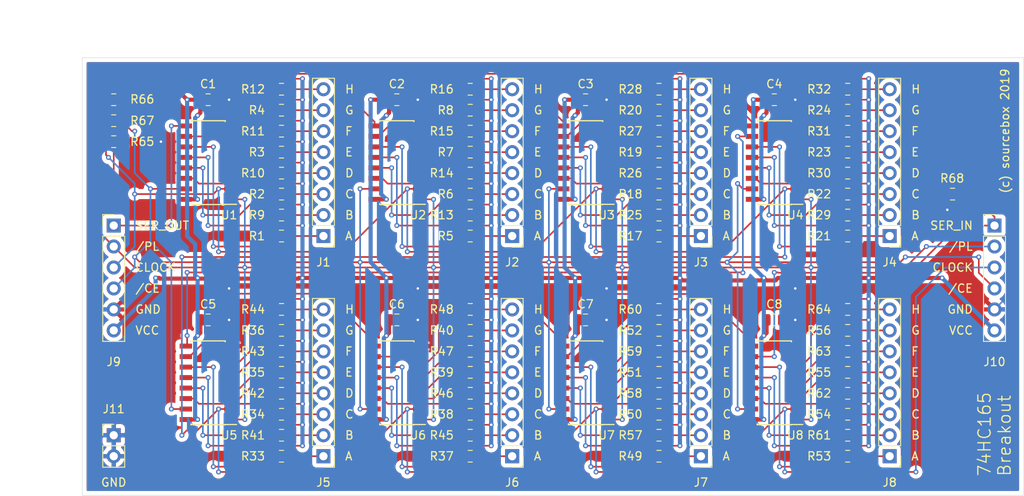
<source format=kicad_pcb>
(kicad_pcb (version 20171130) (host pcbnew 5.1.0-060a0da~80~ubuntu16.04.1)
  (layers (0 F.Cu signal) (31 B.Cu signal) (34 B.Paste user) (35 F.Paste user) (36 B.SilkS user) (37 F.SilkS user) (38 B.Mask user) (39 F.Mask user) (44 Edge.Cuts user))
  (net 0 "")
  (net 1 VCC)
  (net 2 GND)
  (net 3 "Net-(J1-Pad8)")
  (net 4 "Net-(J1-Pad7)")
  (net 5 "Net-(J1-Pad6)")
  (net 6 "Net-(J1-Pad5)")
  (net 7 "Net-(J1-Pad4)")
  (net 8 "Net-(J1-Pad3)")
  (net 9 "Net-(J1-Pad2)")
  (net 10 "Net-(J1-Pad1)")
  (net 11 "Net-(J2-Pad8)")
  (net 12 "Net-(J2-Pad7)")
  (net 13 "Net-(J2-Pad6)")
  (net 14 "Net-(J2-Pad5)")
  (net 15 "Net-(J2-Pad4)")
  (net 16 "Net-(J2-Pad3)")
  (net 17 "Net-(J2-Pad2)")
  (net 18 "Net-(J2-Pad1)")
  (net 19 "Net-(J3-Pad8)")
  (net 20 "Net-(J3-Pad7)")
  (net 21 "Net-(J3-Pad6)")
  (net 22 "Net-(J3-Pad5)")
  (net 23 "Net-(J3-Pad4)")
  (net 24 "Net-(J3-Pad3)")
  (net 25 "Net-(J3-Pad2)")
  (net 26 "Net-(J3-Pad1)")
  (net 27 "Net-(J4-Pad8)")
  (net 28 "Net-(J4-Pad7)")
  (net 29 "Net-(J4-Pad6)")
  (net 30 "Net-(J4-Pad5)")
  (net 31 "Net-(J4-Pad4)")
  (net 32 "Net-(J4-Pad3)")
  (net 33 "Net-(J4-Pad2)")
  (net 34 "Net-(J4-Pad1)")
  (net 35 "Net-(J5-Pad8)")
  (net 36 "Net-(J5-Pad7)")
  (net 37 "Net-(J5-Pad6)")
  (net 38 "Net-(J5-Pad5)")
  (net 39 "Net-(J5-Pad4)")
  (net 40 "Net-(J5-Pad3)")
  (net 41 "Net-(J5-Pad2)")
  (net 42 "Net-(J5-Pad1)")
  (net 43 "Net-(J6-Pad8)")
  (net 44 "Net-(J6-Pad7)")
  (net 45 "Net-(J6-Pad6)")
  (net 46 "Net-(J6-Pad5)")
  (net 47 "Net-(J6-Pad4)")
  (net 48 "Net-(J6-Pad3)")
  (net 49 "Net-(J6-Pad2)")
  (net 50 "Net-(J6-Pad1)")
  (net 51 "Net-(J7-Pad8)")
  (net 52 "Net-(J7-Pad7)")
  (net 53 "Net-(J7-Pad6)")
  (net 54 "Net-(J7-Pad5)")
  (net 55 "Net-(J7-Pad4)")
  (net 56 "Net-(J7-Pad3)")
  (net 57 "Net-(J7-Pad2)")
  (net 58 "Net-(J7-Pad1)")
  (net 59 "Net-(J8-Pad8)")
  (net 60 "Net-(J8-Pad7)")
  (net 61 "Net-(J8-Pad6)")
  (net 62 "Net-(J8-Pad5)")
  (net 63 "Net-(J8-Pad4)")
  (net 64 "Net-(J8-Pad3)")
  (net 65 "Net-(J8-Pad2)")
  (net 66 "Net-(J8-Pad1)")
  (net 67 CE)
  (net 68 CLOCK)
  (net 69 PL)
  (net 70 SER_OUT)
  (net 71 SER_IN)
  (net 72 "Net-(U1-Pad10)")
  (net 73 "Net-(U1-Pad7)")
  (net 74 "Net-(U2-Pad10)")
  (net 75 "Net-(U2-Pad7)")
  (net 76 "Net-(U3-Pad10)")
  (net 77 "Net-(U3-Pad7)")
  (net 78 SER_OUT_2)
  (net 79 "Net-(U4-Pad7)")
  (net 80 "Net-(U5-Pad10)")
  (net 81 "Net-(U5-Pad7)")
  (net 82 "Net-(U6-Pad10)")
  (net 83 "Net-(U6-Pad7)")
  (net 84 "Net-(U7-Pad10)")
  (net 85 "Net-(U7-Pad7)")
  (net 86 "Net-(U8-Pad7)")
  (module Package_SO:SOIC-16_3.9x9.9mm_P1.27mm (layer F.Cu) (at 183.82 119.37 180)
    (fp_text reference U8 (at -2.54 -6.35 180) (layer F.SilkS))
    (fp_text value 74HC165)
    (pad 16 smd rect (at 2.7 -4.445 180) (size 1.5 0.6) (layers F.Cu F.Paste F.Mask) (net 1 VCC))
    (pad 15 smd rect (at 2.7 -3.175 180) (size 1.5 0.6) (layers F.Cu F.Paste F.Mask) (net 67 CE))
    (pad 14 smd rect (at 2.7 -1.905 180) (size 1.5 0.6) (layers F.Cu F.Paste F.Mask) (net 63 "Net-(J8-Pad4)"))
    (pad 13 smd rect (at 2.7 -0.635 180) (size 1.5 0.6) (layers F.Cu F.Paste F.Mask) (net 64 "Net-(J8-Pad3)"))
    (pad 12 smd rect (at 2.7 0.635 180) (size 1.5 0.6) (layers F.Cu F.Paste F.Mask) (net 65 "Net-(J8-Pad2)"))
    (pad 11 smd rect (at 2.7 1.905 180) (size 1.5 0.6) (layers F.Cu F.Paste F.Mask) (net 66 "Net-(J8-Pad1)"))
    (pad 10 smd rect (at 2.7 3.175 180) (size 1.5 0.6) (layers F.Cu F.Paste F.Mask) (net 71 SER_IN))
    (pad 9 smd rect (at 2.7 4.445 180) (size 1.5 0.6) (layers F.Cu F.Paste F.Mask) (net 84 "Net-(U7-Pad10)"))
    (pad 8 smd rect (at -2.7 4.445 180) (size 1.5 0.6) (layers F.Cu F.Paste F.Mask) (net 2 GND))
    (pad 7 smd rect (at -2.7 3.175 180) (size 1.5 0.6) (layers F.Cu F.Paste F.Mask) (net 86 "Net-(U8-Pad7)"))
    (pad 6 smd rect (at -2.7 1.905 180) (size 1.5 0.6) (layers F.Cu F.Paste F.Mask) (net 59 "Net-(J8-Pad8)"))
    (pad 5 smd rect (at -2.7 0.635 180) (size 1.5 0.6) (layers F.Cu F.Paste F.Mask) (net 60 "Net-(J8-Pad7)"))
    (pad 4 smd rect (at -2.7 -0.635 180) (size 1.5 0.6) (layers F.Cu F.Paste F.Mask) (net 61 "Net-(J8-Pad6)"))
    (pad 3 smd rect (at -2.7 -1.905 180) (size 1.5 0.6) (layers F.Cu F.Paste F.Mask) (net 62 "Net-(J8-Pad5)"))
    (pad 2 smd rect (at -2.7 -3.175 180) (size 1.5 0.6) (layers F.Cu F.Paste F.Mask) (net 68 CLOCK))
    (pad 1 smd rect (at -2.7 -4.445 180) (size 1.5 0.6) (layers F.Cu F.Paste F.Mask) (net 69 PL))
  )
  (module Package_SO:SOIC-16_3.9x9.9mm_P1.27mm (layer F.Cu) (at 160.96 119.37 180)
    (fp_text reference U7 (at -2.54 -6.35 180) (layer F.SilkS))
    (fp_text value 74HC165)
    (pad 16 smd rect (at 2.7 -4.445 180) (size 1.5 0.6) (layers F.Cu F.Paste F.Mask) (net 1 VCC))
    (pad 15 smd rect (at 2.7 -3.175 180) (size 1.5 0.6) (layers F.Cu F.Paste F.Mask) (net 67 CE))
    (pad 14 smd rect (at 2.7 -1.905 180) (size 1.5 0.6) (layers F.Cu F.Paste F.Mask) (net 55 "Net-(J7-Pad4)"))
    (pad 13 smd rect (at 2.7 -0.635 180) (size 1.5 0.6) (layers F.Cu F.Paste F.Mask) (net 56 "Net-(J7-Pad3)"))
    (pad 12 smd rect (at 2.7 0.635 180) (size 1.5 0.6) (layers F.Cu F.Paste F.Mask) (net 57 "Net-(J7-Pad2)"))
    (pad 11 smd rect (at 2.7 1.905 180) (size 1.5 0.6) (layers F.Cu F.Paste F.Mask) (net 58 "Net-(J7-Pad1)"))
    (pad 10 smd rect (at 2.7 3.175 180) (size 1.5 0.6) (layers F.Cu F.Paste F.Mask) (net 84 "Net-(U7-Pad10)"))
    (pad 9 smd rect (at 2.7 4.445 180) (size 1.5 0.6) (layers F.Cu F.Paste F.Mask) (net 82 "Net-(U6-Pad10)"))
    (pad 8 smd rect (at -2.7 4.445 180) (size 1.5 0.6) (layers F.Cu F.Paste F.Mask) (net 2 GND))
    (pad 7 smd rect (at -2.7 3.175 180) (size 1.5 0.6) (layers F.Cu F.Paste F.Mask) (net 85 "Net-(U7-Pad7)"))
    (pad 6 smd rect (at -2.7 1.905 180) (size 1.5 0.6) (layers F.Cu F.Paste F.Mask) (net 51 "Net-(J7-Pad8)"))
    (pad 5 smd rect (at -2.7 0.635 180) (size 1.5 0.6) (layers F.Cu F.Paste F.Mask) (net 52 "Net-(J7-Pad7)"))
    (pad 4 smd rect (at -2.7 -0.635 180) (size 1.5 0.6) (layers F.Cu F.Paste F.Mask) (net 53 "Net-(J7-Pad6)"))
    (pad 3 smd rect (at -2.7 -1.905 180) (size 1.5 0.6) (layers F.Cu F.Paste F.Mask) (net 54 "Net-(J7-Pad5)"))
    (pad 2 smd rect (at -2.7 -3.175 180) (size 1.5 0.6) (layers F.Cu F.Paste F.Mask) (net 68 CLOCK))
    (pad 1 smd rect (at -2.7 -4.445 180) (size 1.5 0.6) (layers F.Cu F.Paste F.Mask) (net 69 PL))
  )
  (module Package_SO:SOIC-16_3.9x9.9mm_P1.27mm (layer F.Cu) (at 138.1 119.37 180)
    (fp_text reference U6 (at -2.54 -6.35 180) (layer F.SilkS))
    (fp_text value 74HC165)
    (pad 16 smd rect (at 2.7 -4.445 180) (size 1.5 0.6) (layers F.Cu F.Paste F.Mask) (net 1 VCC))
    (pad 15 smd rect (at 2.7 -3.175 180) (size 1.5 0.6) (layers F.Cu F.Paste F.Mask) (net 67 CE))
    (pad 14 smd rect (at 2.7 -1.905 180) (size 1.5 0.6) (layers F.Cu F.Paste F.Mask) (net 47 "Net-(J6-Pad4)"))
    (pad 13 smd rect (at 2.7 -0.635 180) (size 1.5 0.6) (layers F.Cu F.Paste F.Mask) (net 48 "Net-(J6-Pad3)"))
    (pad 12 smd rect (at 2.7 0.635 180) (size 1.5 0.6) (layers F.Cu F.Paste F.Mask) (net 49 "Net-(J6-Pad2)"))
    (pad 11 smd rect (at 2.7 1.905 180) (size 1.5 0.6) (layers F.Cu F.Paste F.Mask) (net 50 "Net-(J6-Pad1)"))
    (pad 10 smd rect (at 2.7 3.175 180) (size 1.5 0.6) (layers F.Cu F.Paste F.Mask) (net 82 "Net-(U6-Pad10)"))
    (pad 9 smd rect (at 2.7 4.445 180) (size 1.5 0.6) (layers F.Cu F.Paste F.Mask) (net 80 "Net-(U5-Pad10)"))
    (pad 8 smd rect (at -2.7 4.445 180) (size 1.5 0.6) (layers F.Cu F.Paste F.Mask) (net 2 GND))
    (pad 7 smd rect (at -2.7 3.175 180) (size 1.5 0.6) (layers F.Cu F.Paste F.Mask) (net 83 "Net-(U6-Pad7)"))
    (pad 6 smd rect (at -2.7 1.905 180) (size 1.5 0.6) (layers F.Cu F.Paste F.Mask) (net 43 "Net-(J6-Pad8)"))
    (pad 5 smd rect (at -2.7 0.635 180) (size 1.5 0.6) (layers F.Cu F.Paste F.Mask) (net 44 "Net-(J6-Pad7)"))
    (pad 4 smd rect (at -2.7 -0.635 180) (size 1.5 0.6) (layers F.Cu F.Paste F.Mask) (net 45 "Net-(J6-Pad6)"))
    (pad 3 smd rect (at -2.7 -1.905 180) (size 1.5 0.6) (layers F.Cu F.Paste F.Mask) (net 46 "Net-(J6-Pad5)"))
    (pad 2 smd rect (at -2.7 -3.175 180) (size 1.5 0.6) (layers F.Cu F.Paste F.Mask) (net 68 CLOCK))
    (pad 1 smd rect (at -2.7 -4.445 180) (size 1.5 0.6) (layers F.Cu F.Paste F.Mask) (net 69 PL))
  )
  (module Package_SO:SOIC-16_3.9x9.9mm_P1.27mm (layer F.Cu) (at 115.24 119.37 180)
    (fp_text reference U5 (at -2.54 -6.35 180) (layer F.SilkS))
    (fp_text value 74HC165)
    (pad 16 smd rect (at 2.7 -4.445 180) (size 1.5 0.6) (layers F.Cu F.Paste F.Mask) (net 1 VCC))
    (pad 15 smd rect (at 2.7 -3.175 180) (size 1.5 0.6) (layers F.Cu F.Paste F.Mask) (net 67 CE))
    (pad 14 smd rect (at 2.7 -1.905 180) (size 1.5 0.6) (layers F.Cu F.Paste F.Mask) (net 39 "Net-(J5-Pad4)"))
    (pad 13 smd rect (at 2.7 -0.635 180) (size 1.5 0.6) (layers F.Cu F.Paste F.Mask) (net 40 "Net-(J5-Pad3)"))
    (pad 12 smd rect (at 2.7 0.635 180) (size 1.5 0.6) (layers F.Cu F.Paste F.Mask) (net 41 "Net-(J5-Pad2)"))
    (pad 11 smd rect (at 2.7 1.905 180) (size 1.5 0.6) (layers F.Cu F.Paste F.Mask) (net 42 "Net-(J5-Pad1)"))
    (pad 10 smd rect (at 2.7 3.175 180) (size 1.5 0.6) (layers F.Cu F.Paste F.Mask) (net 80 "Net-(U5-Pad10)"))
    (pad 9 smd rect (at 2.7 4.445 180) (size 1.5 0.6) (layers F.Cu F.Paste F.Mask) (net 78 SER_OUT_2))
    (pad 8 smd rect (at -2.7 4.445 180) (size 1.5 0.6) (layers F.Cu F.Paste F.Mask) (net 2 GND))
    (pad 7 smd rect (at -2.7 3.175 180) (size 1.5 0.6) (layers F.Cu F.Paste F.Mask) (net 81 "Net-(U5-Pad7)"))
    (pad 6 smd rect (at -2.7 1.905 180) (size 1.5 0.6) (layers F.Cu F.Paste F.Mask) (net 35 "Net-(J5-Pad8)"))
    (pad 5 smd rect (at -2.7 0.635 180) (size 1.5 0.6) (layers F.Cu F.Paste F.Mask) (net 36 "Net-(J5-Pad7)"))
    (pad 4 smd rect (at -2.7 -0.635 180) (size 1.5 0.6) (layers F.Cu F.Paste F.Mask) (net 37 "Net-(J5-Pad6)"))
    (pad 3 smd rect (at -2.7 -1.905 180) (size 1.5 0.6) (layers F.Cu F.Paste F.Mask) (net 38 "Net-(J5-Pad5)"))
    (pad 2 smd rect (at -2.7 -3.175 180) (size 1.5 0.6) (layers F.Cu F.Paste F.Mask) (net 68 CLOCK))
    (pad 1 smd rect (at -2.7 -4.445 180) (size 1.5 0.6) (layers F.Cu F.Paste F.Mask) (net 69 PL))
  )
  (module Package_SO:SOIC-16_3.9x9.9mm_P1.27mm (layer F.Cu) (at 183.82 92.7 180)
    (fp_text reference U4 (at -2.54 -6.35 180) (layer F.SilkS))
    (fp_text value 74HC165)
    (pad 16 smd rect (at 2.7 -4.445 180) (size 1.5 0.6) (layers F.Cu F.Paste F.Mask) (net 1 VCC))
    (pad 15 smd rect (at 2.7 -3.175 180) (size 1.5 0.6) (layers F.Cu F.Paste F.Mask) (net 67 CE))
    (pad 14 smd rect (at 2.7 -1.905 180) (size 1.5 0.6) (layers F.Cu F.Paste F.Mask) (net 31 "Net-(J4-Pad4)"))
    (pad 13 smd rect (at 2.7 -0.635 180) (size 1.5 0.6) (layers F.Cu F.Paste F.Mask) (net 32 "Net-(J4-Pad3)"))
    (pad 12 smd rect (at 2.7 0.635 180) (size 1.5 0.6) (layers F.Cu F.Paste F.Mask) (net 33 "Net-(J4-Pad2)"))
    (pad 11 smd rect (at 2.7 1.905 180) (size 1.5 0.6) (layers F.Cu F.Paste F.Mask) (net 34 "Net-(J4-Pad1)"))
    (pad 10 smd rect (at 2.7 3.175 180) (size 1.5 0.6) (layers F.Cu F.Paste F.Mask) (net 78 SER_OUT_2))
    (pad 9 smd rect (at 2.7 4.445 180) (size 1.5 0.6) (layers F.Cu F.Paste F.Mask) (net 76 "Net-(U3-Pad10)"))
    (pad 8 smd rect (at -2.7 4.445 180) (size 1.5 0.6) (layers F.Cu F.Paste F.Mask) (net 2 GND))
    (pad 7 smd rect (at -2.7 3.175 180) (size 1.5 0.6) (layers F.Cu F.Paste F.Mask) (net 79 "Net-(U4-Pad7)"))
    (pad 6 smd rect (at -2.7 1.905 180) (size 1.5 0.6) (layers F.Cu F.Paste F.Mask) (net 27 "Net-(J4-Pad8)"))
    (pad 5 smd rect (at -2.7 0.635 180) (size 1.5 0.6) (layers F.Cu F.Paste F.Mask) (net 28 "Net-(J4-Pad7)"))
    (pad 4 smd rect (at -2.7 -0.635 180) (size 1.5 0.6) (layers F.Cu F.Paste F.Mask) (net 29 "Net-(J4-Pad6)"))
    (pad 3 smd rect (at -2.7 -1.905 180) (size 1.5 0.6) (layers F.Cu F.Paste F.Mask) (net 30 "Net-(J4-Pad5)"))
    (pad 2 smd rect (at -2.7 -3.175 180) (size 1.5 0.6) (layers F.Cu F.Paste F.Mask) (net 68 CLOCK))
    (pad 1 smd rect (at -2.7 -4.445 180) (size 1.5 0.6) (layers F.Cu F.Paste F.Mask) (net 69 PL))
  )
  (module Package_SO:SOIC-16_3.9x9.9mm_P1.27mm (layer F.Cu) (at 160.96 92.7 180)
    (fp_text reference U3 (at -2.54 -6.35 180) (layer F.SilkS))
    (fp_text value 74HC165)
    (pad 16 smd rect (at 2.7 -4.445 180) (size 1.5 0.6) (layers F.Cu F.Paste F.Mask) (net 1 VCC))
    (pad 15 smd rect (at 2.7 -3.175 180) (size 1.5 0.6) (layers F.Cu F.Paste F.Mask) (net 67 CE))
    (pad 14 smd rect (at 2.7 -1.905 180) (size 1.5 0.6) (layers F.Cu F.Paste F.Mask) (net 23 "Net-(J3-Pad4)"))
    (pad 13 smd rect (at 2.7 -0.635 180) (size 1.5 0.6) (layers F.Cu F.Paste F.Mask) (net 24 "Net-(J3-Pad3)"))
    (pad 12 smd rect (at 2.7 0.635 180) (size 1.5 0.6) (layers F.Cu F.Paste F.Mask) (net 25 "Net-(J3-Pad2)"))
    (pad 11 smd rect (at 2.7 1.905 180) (size 1.5 0.6) (layers F.Cu F.Paste F.Mask) (net 26 "Net-(J3-Pad1)"))
    (pad 10 smd rect (at 2.7 3.175 180) (size 1.5 0.6) (layers F.Cu F.Paste F.Mask) (net 76 "Net-(U3-Pad10)"))
    (pad 9 smd rect (at 2.7 4.445 180) (size 1.5 0.6) (layers F.Cu F.Paste F.Mask) (net 74 "Net-(U2-Pad10)"))
    (pad 8 smd rect (at -2.7 4.445 180) (size 1.5 0.6) (layers F.Cu F.Paste F.Mask) (net 2 GND))
    (pad 7 smd rect (at -2.7 3.175 180) (size 1.5 0.6) (layers F.Cu F.Paste F.Mask) (net 77 "Net-(U3-Pad7)"))
    (pad 6 smd rect (at -2.7 1.905 180) (size 1.5 0.6) (layers F.Cu F.Paste F.Mask) (net 19 "Net-(J3-Pad8)"))
    (pad 5 smd rect (at -2.7 0.635 180) (size 1.5 0.6) (layers F.Cu F.Paste F.Mask) (net 20 "Net-(J3-Pad7)"))
    (pad 4 smd rect (at -2.7 -0.635 180) (size 1.5 0.6) (layers F.Cu F.Paste F.Mask) (net 21 "Net-(J3-Pad6)"))
    (pad 3 smd rect (at -2.7 -1.905 180) (size 1.5 0.6) (layers F.Cu F.Paste F.Mask) (net 22 "Net-(J3-Pad5)"))
    (pad 2 smd rect (at -2.7 -3.175 180) (size 1.5 0.6) (layers F.Cu F.Paste F.Mask) (net 68 CLOCK))
    (pad 1 smd rect (at -2.7 -4.445 180) (size 1.5 0.6) (layers F.Cu F.Paste F.Mask) (net 69 PL))
  )
  (module Package_SO:SOIC-16_3.9x9.9mm_P1.27mm (layer F.Cu) (at 138.1 92.7 180)
    (fp_text reference U2 (at -2.54 -6.35 180) (layer F.SilkS))
    (fp_text value 74HC165)
    (pad 16 smd rect (at 2.7 -4.445 180) (size 1.5 0.6) (layers F.Cu F.Paste F.Mask) (net 1 VCC))
    (pad 15 smd rect (at 2.7 -3.175 180) (size 1.5 0.6) (layers F.Cu F.Paste F.Mask) (net 67 CE))
    (pad 14 smd rect (at 2.7 -1.905 180) (size 1.5 0.6) (layers F.Cu F.Paste F.Mask) (net 15 "Net-(J2-Pad4)"))
    (pad 13 smd rect (at 2.7 -0.635 180) (size 1.5 0.6) (layers F.Cu F.Paste F.Mask) (net 16 "Net-(J2-Pad3)"))
    (pad 12 smd rect (at 2.7 0.635 180) (size 1.5 0.6) (layers F.Cu F.Paste F.Mask) (net 17 "Net-(J2-Pad2)"))
    (pad 11 smd rect (at 2.7 1.905 180) (size 1.5 0.6) (layers F.Cu F.Paste F.Mask) (net 18 "Net-(J2-Pad1)"))
    (pad 10 smd rect (at 2.7 3.175 180) (size 1.5 0.6) (layers F.Cu F.Paste F.Mask) (net 74 "Net-(U2-Pad10)"))
    (pad 9 smd rect (at 2.7 4.445 180) (size 1.5 0.6) (layers F.Cu F.Paste F.Mask) (net 72 "Net-(U1-Pad10)"))
    (pad 8 smd rect (at -2.7 4.445 180) (size 1.5 0.6) (layers F.Cu F.Paste F.Mask) (net 2 GND))
    (pad 7 smd rect (at -2.7 3.175 180) (size 1.5 0.6) (layers F.Cu F.Paste F.Mask) (net 75 "Net-(U2-Pad7)"))
    (pad 6 smd rect (at -2.7 1.905 180) (size 1.5 0.6) (layers F.Cu F.Paste F.Mask) (net 11 "Net-(J2-Pad8)"))
    (pad 5 smd rect (at -2.7 0.635 180) (size 1.5 0.6) (layers F.Cu F.Paste F.Mask) (net 12 "Net-(J2-Pad7)"))
    (pad 4 smd rect (at -2.7 -0.635 180) (size 1.5 0.6) (layers F.Cu F.Paste F.Mask) (net 13 "Net-(J2-Pad6)"))
    (pad 3 smd rect (at -2.7 -1.905 180) (size 1.5 0.6) (layers F.Cu F.Paste F.Mask) (net 14 "Net-(J2-Pad5)"))
    (pad 2 smd rect (at -2.7 -3.175 180) (size 1.5 0.6) (layers F.Cu F.Paste F.Mask) (net 68 CLOCK))
    (pad 1 smd rect (at -2.7 -4.445 180) (size 1.5 0.6) (layers F.Cu F.Paste F.Mask) (net 69 PL))
  )
  (module Package_SO:SOIC-16_3.9x9.9mm_P1.27mm (layer F.Cu) (at 115.24 92.7 180)
    (fp_text reference U1 (at -2.54 -6.35 180) (layer F.SilkS))
    (fp_text value 74HC165)
    (pad 16 smd rect (at 2.7 -4.445 180) (size 1.5 0.6) (layers F.Cu F.Paste F.Mask) (net 1 VCC))
    (pad 15 smd rect (at 2.7 -3.175 180) (size 1.5 0.6) (layers F.Cu F.Paste F.Mask) (net 67 CE))
    (pad 14 smd rect (at 2.7 -1.905 180) (size 1.5 0.6) (layers F.Cu F.Paste F.Mask) (net 7 "Net-(J1-Pad4)"))
    (pad 13 smd rect (at 2.7 -0.635 180) (size 1.5 0.6) (layers F.Cu F.Paste F.Mask) (net 8 "Net-(J1-Pad3)"))
    (pad 12 smd rect (at 2.7 0.635 180) (size 1.5 0.6) (layers F.Cu F.Paste F.Mask) (net 9 "Net-(J1-Pad2)"))
    (pad 11 smd rect (at 2.7 1.905 180) (size 1.5 0.6) (layers F.Cu F.Paste F.Mask) (net 10 "Net-(J1-Pad1)"))
    (pad 10 smd rect (at 2.7 3.175 180) (size 1.5 0.6) (layers F.Cu F.Paste F.Mask) (net 72 "Net-(U1-Pad10)"))
    (pad 9 smd rect (at 2.7 4.445 180) (size 1.5 0.6) (layers F.Cu F.Paste F.Mask) (net 70 SER_OUT))
    (pad 8 smd rect (at -2.7 4.445 180) (size 1.5 0.6) (layers F.Cu F.Paste F.Mask) (net 2 GND))
    (pad 7 smd rect (at -2.7 3.175 180) (size 1.5 0.6) (layers F.Cu F.Paste F.Mask) (net 73 "Net-(U1-Pad7)"))
    (pad 6 smd rect (at -2.7 1.905 180) (size 1.5 0.6) (layers F.Cu F.Paste F.Mask) (net 3 "Net-(J1-Pad8)"))
    (pad 5 smd rect (at -2.7 0.635 180) (size 1.5 0.6) (layers F.Cu F.Paste F.Mask) (net 4 "Net-(J1-Pad7)"))
    (pad 4 smd rect (at -2.7 -0.635 180) (size 1.5 0.6) (layers F.Cu F.Paste F.Mask) (net 5 "Net-(J1-Pad6)"))
    (pad 3 smd rect (at -2.7 -1.905 180) (size 1.5 0.6) (layers F.Cu F.Paste F.Mask) (net 6 "Net-(J1-Pad5)"))
    (pad 2 smd rect (at -2.7 -3.175 180) (size 1.5 0.6) (layers F.Cu F.Paste F.Mask) (net 68 CLOCK))
    (pad 1 smd rect (at -2.7 -4.445 180) (size 1.5 0.6) (layers F.Cu F.Paste F.Mask) (net 69 PL))
  )
  (module Resistor_SMD:R_0805_2012Metric (layer F.Cu) (at 205.41 96.51 180)
    (fp_text reference R68 (at 1.6025 1.905 180) (layer F.SilkS) (effects (justify left)))
    (fp_text value 4.7k)
    (pad 2 smd roundrect (at 0.9375 0 180) (size 0.975 1.4) (layers F.Cu F.Paste F.Mask) (net 2 GND))
    (pad 1 smd roundrect (at -0.9375 0 180) (size 0.975 1.4) (layers F.Cu F.Paste F.Mask) (net 71 SER_IN))
  )
  (module Resistor_SMD:R_0805_2012Metric (layer F.Cu) (at 103.81 87.62)
    (fp_text reference R67 (at 1.905 0) (layer F.SilkS) (effects (justify left)))
    (fp_text value 4.7k)
    (pad 2 smd roundrect (at 0.9375 0) (size 0.975 1.4) (layers F.Cu F.Paste F.Mask) (net 67 CE))
    (pad 1 smd roundrect (at -0.9375 0) (size 0.975 1.4) (layers F.Cu F.Paste F.Mask) (net 1 VCC))
  )
  (module Resistor_SMD:R_0805_2012Metric (layer F.Cu) (at 103.81 85.08)
    (fp_text reference R66 (at 1.905 -0.05) (layer F.SilkS) (effects (justify left)))
    (fp_text value 4.7k)
    (pad 2 smd roundrect (at 0.9375 0) (size 0.975 1.4) (layers F.Cu F.Paste F.Mask) (net 69 PL))
    (pad 1 smd roundrect (at -0.9375 0) (size 0.975 1.4) (layers F.Cu F.Paste F.Mask) (net 1 VCC))
  )
  (module Resistor_SMD:R_0805_2012Metric (layer F.Cu) (at 103.81 90.16)
    (fp_text reference R65 (at 1.905 0) (layer F.SilkS) (effects (justify left)))
    (fp_text value 4.7k)
    (pad 2 smd roundrect (at 0.9375 0) (size 0.975 1.4) (layers F.Cu F.Paste F.Mask) (net 2 GND))
    (pad 1 smd roundrect (at -0.9375 0) (size 0.975 1.4) (layers F.Cu F.Paste F.Mask) (net 68 CLOCK))
  )
  (module Resistor_SMD:R_0805_2012Metric (layer F.Cu) (at 192.71 110.48)
    (fp_text reference R64 (at -1.905 0) (layer F.SilkS) (effects (justify right)))
    (fp_text value 4.7k)
    (pad 2 smd roundrect (at 0.9375 0) (size 0.975 1.4) (layers F.Cu F.Paste F.Mask) (net 59 "Net-(J8-Pad8)"))
    (pad 1 smd roundrect (at -0.9375 0) (size 0.975 1.4) (layers F.Cu F.Paste F.Mask) (net 1 VCC))
  )
  (module Resistor_SMD:R_0805_2012Metric (layer F.Cu) (at 192.71 115.56)
    (fp_text reference R63 (at -1.905 0) (layer F.SilkS) (effects (justify right)))
    (fp_text value 4.7k)
    (pad 2 smd roundrect (at 0.9375 0) (size 0.975 1.4) (layers F.Cu F.Paste F.Mask) (net 61 "Net-(J8-Pad6)"))
    (pad 1 smd roundrect (at -0.9375 0) (size 0.975 1.4) (layers F.Cu F.Paste F.Mask) (net 1 VCC))
  )
  (module Resistor_SMD:R_0805_2012Metric (layer F.Cu) (at 192.71 120.64)
    (fp_text reference R62 (at -1.905 0) (layer F.SilkS) (effects (justify right)))
    (fp_text value 4.7k)
    (pad 2 smd roundrect (at 0.9375 0) (size 0.975 1.4) (layers F.Cu F.Paste F.Mask) (net 63 "Net-(J8-Pad4)"))
    (pad 1 smd roundrect (at -0.9375 0) (size 0.975 1.4) (layers F.Cu F.Paste F.Mask) (net 1 VCC))
  )
  (module Resistor_SMD:R_0805_2012Metric (layer F.Cu) (at 192.71 125.72)
    (fp_text reference R61 (at -1.905 0) (layer F.SilkS) (effects (justify right)))
    (fp_text value 4.7k)
    (pad 2 smd roundrect (at 0.9375 0) (size 0.975 1.4) (layers F.Cu F.Paste F.Mask) (net 65 "Net-(J8-Pad2)"))
    (pad 1 smd roundrect (at -0.9375 0) (size 0.975 1.4) (layers F.Cu F.Paste F.Mask) (net 1 VCC))
  )
  (module Resistor_SMD:R_0805_2012Metric (layer F.Cu) (at 169.85 110.48)
    (fp_text reference R60 (at -1.905 0) (layer F.SilkS) (effects (justify right)))
    (fp_text value 4.7k)
    (pad 2 smd roundrect (at 0.9375 0) (size 0.975 1.4) (layers F.Cu F.Paste F.Mask) (net 51 "Net-(J7-Pad8)"))
    (pad 1 smd roundrect (at -0.9375 0) (size 0.975 1.4) (layers F.Cu F.Paste F.Mask) (net 1 VCC))
  )
  (module Resistor_SMD:R_0805_2012Metric (layer F.Cu) (at 169.85 115.56)
    (fp_text reference R59 (at -1.905 0) (layer F.SilkS) (effects (justify right)))
    (fp_text value 4.7k)
    (pad 2 smd roundrect (at 0.9375 0) (size 0.975 1.4) (layers F.Cu F.Paste F.Mask) (net 53 "Net-(J7-Pad6)"))
    (pad 1 smd roundrect (at -0.9375 0) (size 0.975 1.4) (layers F.Cu F.Paste F.Mask) (net 1 VCC))
  )
  (module Resistor_SMD:R_0805_2012Metric (layer F.Cu) (at 169.85 120.64)
    (fp_text reference R58 (at -1.905 0) (layer F.SilkS) (effects (justify right)))
    (fp_text value 4.7k)
    (pad 2 smd roundrect (at 0.9375 0) (size 0.975 1.4) (layers F.Cu F.Paste F.Mask) (net 55 "Net-(J7-Pad4)"))
    (pad 1 smd roundrect (at -0.9375 0) (size 0.975 1.4) (layers F.Cu F.Paste F.Mask) (net 1 VCC))
  )
  (module Resistor_SMD:R_0805_2012Metric (layer F.Cu) (at 169.85 125.72)
    (fp_text reference R57 (at -1.905 0) (layer F.SilkS) (effects (justify right)))
    (fp_text value 4.7k)
    (pad 2 smd roundrect (at 0.9375 0) (size 0.975 1.4) (layers F.Cu F.Paste F.Mask) (net 57 "Net-(J7-Pad2)"))
    (pad 1 smd roundrect (at -0.9375 0) (size 0.975 1.4) (layers F.Cu F.Paste F.Mask) (net 1 VCC))
  )
  (module Resistor_SMD:R_0805_2012Metric (layer F.Cu) (at 192.71 113.02)
    (fp_text reference R56 (at -1.905 0) (layer F.SilkS) (effects (justify right)))
    (fp_text value 4.7k)
    (pad 2 smd roundrect (at 0.9375 0) (size 0.975 1.4) (layers F.Cu F.Paste F.Mask) (net 60 "Net-(J8-Pad7)"))
    (pad 1 smd roundrect (at -0.9375 0) (size 0.975 1.4) (layers F.Cu F.Paste F.Mask) (net 1 VCC))
  )
  (module Resistor_SMD:R_0805_2012Metric (layer F.Cu) (at 192.71 118.1)
    (fp_text reference R55 (at -1.905 0) (layer F.SilkS) (effects (justify right)))
    (fp_text value 4.7k)
    (pad 2 smd roundrect (at 0.9375 0) (size 0.975 1.4) (layers F.Cu F.Paste F.Mask) (net 62 "Net-(J8-Pad5)"))
    (pad 1 smd roundrect (at -0.9375 0) (size 0.975 1.4) (layers F.Cu F.Paste F.Mask) (net 1 VCC))
  )
  (module Resistor_SMD:R_0805_2012Metric (layer F.Cu) (at 192.71 123.18)
    (fp_text reference R54 (at -1.905 0) (layer F.SilkS) (effects (justify right)))
    (fp_text value 4.7k)
    (pad 2 smd roundrect (at 0.9375 0) (size 0.975 1.4) (layers F.Cu F.Paste F.Mask) (net 64 "Net-(J8-Pad3)"))
    (pad 1 smd roundrect (at -0.9375 0) (size 0.975 1.4) (layers F.Cu F.Paste F.Mask) (net 1 VCC))
  )
  (module Resistor_SMD:R_0805_2012Metric (layer F.Cu) (at 192.71 128.26)
    (fp_text reference R53 (at -1.905 0) (layer F.SilkS) (effects (justify right)))
    (fp_text value 4.7k)
    (pad 2 smd roundrect (at 0.9375 0) (size 0.975 1.4) (layers F.Cu F.Paste F.Mask) (net 66 "Net-(J8-Pad1)"))
    (pad 1 smd roundrect (at -0.9375 0) (size 0.975 1.4) (layers F.Cu F.Paste F.Mask) (net 1 VCC))
  )
  (module Resistor_SMD:R_0805_2012Metric (layer F.Cu) (at 169.85 113.02)
    (fp_text reference R52 (at -1.905 0) (layer F.SilkS) (effects (justify right)))
    (fp_text value 4.7k)
    (pad 2 smd roundrect (at 0.9375 0) (size 0.975 1.4) (layers F.Cu F.Paste F.Mask) (net 52 "Net-(J7-Pad7)"))
    (pad 1 smd roundrect (at -0.9375 0) (size 0.975 1.4) (layers F.Cu F.Paste F.Mask) (net 1 VCC))
  )
  (module Resistor_SMD:R_0805_2012Metric (layer F.Cu) (at 169.85 118.1)
    (fp_text reference R51 (at -1.905 0) (layer F.SilkS) (effects (justify right)))
    (fp_text value 4.7k)
    (pad 2 smd roundrect (at 0.9375 0) (size 0.975 1.4) (layers F.Cu F.Paste F.Mask) (net 54 "Net-(J7-Pad5)"))
    (pad 1 smd roundrect (at -0.9375 0) (size 0.975 1.4) (layers F.Cu F.Paste F.Mask) (net 1 VCC))
  )
  (module Resistor_SMD:R_0805_2012Metric (layer F.Cu) (at 169.85 123.18)
    (fp_text reference R50 (at -1.905 0) (layer F.SilkS) (effects (justify right)))
    (fp_text value 4.7k)
    (pad 2 smd roundrect (at 0.9375 0) (size 0.975 1.4) (layers F.Cu F.Paste F.Mask) (net 56 "Net-(J7-Pad3)"))
    (pad 1 smd roundrect (at -0.9375 0) (size 0.975 1.4) (layers F.Cu F.Paste F.Mask) (net 1 VCC))
  )
  (module Resistor_SMD:R_0805_2012Metric (layer F.Cu) (at 169.85 128.26)
    (fp_text reference R49 (at -1.905 0) (layer F.SilkS) (effects (justify right)))
    (fp_text value 4.7k)
    (pad 2 smd roundrect (at 0.9375 0) (size 0.975 1.4) (layers F.Cu F.Paste F.Mask) (net 58 "Net-(J7-Pad1)"))
    (pad 1 smd roundrect (at -0.9375 0) (size 0.975 1.4) (layers F.Cu F.Paste F.Mask) (net 1 VCC))
  )
  (module Resistor_SMD:R_0805_2012Metric (layer F.Cu) (at 146.99 110.48)
    (fp_text reference R48 (at -1.905 0) (layer F.SilkS) (effects (justify right)))
    (fp_text value 4.7k)
    (pad 2 smd roundrect (at 0.9375 0) (size 0.975 1.4) (layers F.Cu F.Paste F.Mask) (net 43 "Net-(J6-Pad8)"))
    (pad 1 smd roundrect (at -0.9375 0) (size 0.975 1.4) (layers F.Cu F.Paste F.Mask) (net 1 VCC))
  )
  (module Resistor_SMD:R_0805_2012Metric (layer F.Cu) (at 146.99 115.56)
    (fp_text reference R47 (at -1.905 0) (layer F.SilkS) (effects (justify right)))
    (fp_text value 4.7k)
    (pad 2 smd roundrect (at 0.9375 0) (size 0.975 1.4) (layers F.Cu F.Paste F.Mask) (net 45 "Net-(J6-Pad6)"))
    (pad 1 smd roundrect (at -0.9375 0) (size 0.975 1.4) (layers F.Cu F.Paste F.Mask) (net 1 VCC))
  )
  (module Resistor_SMD:R_0805_2012Metric (layer F.Cu) (at 146.99 120.64)
    (fp_text reference R46 (at -1.905 0) (layer F.SilkS) (effects (justify right)))
    (fp_text value 4.7k)
    (pad 2 smd roundrect (at 0.9375 0) (size 0.975 1.4) (layers F.Cu F.Paste F.Mask) (net 47 "Net-(J6-Pad4)"))
    (pad 1 smd roundrect (at -0.9375 0) (size 0.975 1.4) (layers F.Cu F.Paste F.Mask) (net 1 VCC))
  )
  (module Resistor_SMD:R_0805_2012Metric (layer F.Cu) (at 146.99 125.72)
    (fp_text reference R45 (at -1.905 0) (layer F.SilkS) (effects (justify right)))
    (fp_text value 4.7k)
    (pad 2 smd roundrect (at 0.9375 0) (size 0.975 1.4) (layers F.Cu F.Paste F.Mask) (net 49 "Net-(J6-Pad2)"))
    (pad 1 smd roundrect (at -0.9375 0) (size 0.975 1.4) (layers F.Cu F.Paste F.Mask) (net 1 VCC))
  )
  (module Resistor_SMD:R_0805_2012Metric (layer F.Cu) (at 124.13 110.48)
    (fp_text reference R44 (at -1.905 0) (layer F.SilkS) (effects (justify right)))
    (fp_text value 4.7k)
    (pad 2 smd roundrect (at 0.9375 0) (size 0.975 1.4) (layers F.Cu F.Paste F.Mask) (net 35 "Net-(J5-Pad8)"))
    (pad 1 smd roundrect (at -0.9375 0) (size 0.975 1.4) (layers F.Cu F.Paste F.Mask) (net 1 VCC))
  )
  (module Resistor_SMD:R_0805_2012Metric (layer F.Cu) (at 124.13 115.56)
    (fp_text reference R43 (at -1.905 0) (layer F.SilkS) (effects (justify right)))
    (fp_text value 4.7k)
    (pad 2 smd roundrect (at 0.9375 0) (size 0.975 1.4) (layers F.Cu F.Paste F.Mask) (net 37 "Net-(J5-Pad6)"))
    (pad 1 smd roundrect (at -0.9375 0) (size 0.975 1.4) (layers F.Cu F.Paste F.Mask) (net 1 VCC))
  )
  (module Resistor_SMD:R_0805_2012Metric (layer F.Cu) (at 124.13 120.64)
    (fp_text reference R42 (at -1.905 0) (layer F.SilkS) (effects (justify right)))
    (fp_text value 4.7k)
    (pad 2 smd roundrect (at 0.9375 0) (size 0.975 1.4) (layers F.Cu F.Paste F.Mask) (net 39 "Net-(J5-Pad4)"))
    (pad 1 smd roundrect (at -0.9375 0) (size 0.975 1.4) (layers F.Cu F.Paste F.Mask) (net 1 VCC))
  )
  (module Resistor_SMD:R_0805_2012Metric (layer F.Cu) (at 124.13 125.72)
    (fp_text reference R41 (at -1.905 0) (layer F.SilkS) (effects (justify right)))
    (fp_text value 4.7k)
    (pad 2 smd roundrect (at 0.9375 0) (size 0.975 1.4) (layers F.Cu F.Paste F.Mask) (net 41 "Net-(J5-Pad2)"))
    (pad 1 smd roundrect (at -0.9375 0) (size 0.975 1.4) (layers F.Cu F.Paste F.Mask) (net 1 VCC))
  )
  (module Resistor_SMD:R_0805_2012Metric (layer F.Cu) (at 146.99 113.02)
    (fp_text reference R40 (at -1.905 0) (layer F.SilkS) (effects (justify right)))
    (fp_text value 4.7k)
    (pad 2 smd roundrect (at 0.9375 0) (size 0.975 1.4) (layers F.Cu F.Paste F.Mask) (net 44 "Net-(J6-Pad7)"))
    (pad 1 smd roundrect (at -0.9375 0) (size 0.975 1.4) (layers F.Cu F.Paste F.Mask) (net 1 VCC))
  )
  (module Resistor_SMD:R_0805_2012Metric (layer F.Cu) (at 146.99 118.1)
    (fp_text reference R39 (at -1.905 0) (layer F.SilkS) (effects (justify right)))
    (fp_text value 4.7k)
    (pad 2 smd roundrect (at 0.9375 0) (size 0.975 1.4) (layers F.Cu F.Paste F.Mask) (net 46 "Net-(J6-Pad5)"))
    (pad 1 smd roundrect (at -0.9375 0) (size 0.975 1.4) (layers F.Cu F.Paste F.Mask) (net 1 VCC))
  )
  (module Resistor_SMD:R_0805_2012Metric (layer F.Cu) (at 146.99 123.18)
    (fp_text reference R38 (at -1.905 0) (layer F.SilkS) (effects (justify right)))
    (fp_text value 4.7k)
    (pad 2 smd roundrect (at 0.9375 0) (size 0.975 1.4) (layers F.Cu F.Paste F.Mask) (net 48 "Net-(J6-Pad3)"))
    (pad 1 smd roundrect (at -0.9375 0) (size 0.975 1.4) (layers F.Cu F.Paste F.Mask) (net 1 VCC))
  )
  (module Resistor_SMD:R_0805_2012Metric (layer F.Cu) (at 146.99 128.26)
    (fp_text reference R37 (at -1.905 0) (layer F.SilkS) (effects (justify right)))
    (fp_text value 4.7k)
    (pad 2 smd roundrect (at 0.9375 0) (size 0.975 1.4) (layers F.Cu F.Paste F.Mask) (net 50 "Net-(J6-Pad1)"))
    (pad 1 smd roundrect (at -0.9375 0) (size 0.975 1.4) (layers F.Cu F.Paste F.Mask) (net 1 VCC))
  )
  (module Resistor_SMD:R_0805_2012Metric (layer F.Cu) (at 124.13 113.02)
    (fp_text reference R36 (at -1.905 0) (layer F.SilkS) (effects (justify right)))
    (fp_text value 4.7k)
    (pad 2 smd roundrect (at 0.9375 0) (size 0.975 1.4) (layers F.Cu F.Paste F.Mask) (net 36 "Net-(J5-Pad7)"))
    (pad 1 smd roundrect (at -0.9375 0) (size 0.975 1.4) (layers F.Cu F.Paste F.Mask) (net 1 VCC))
  )
  (module Resistor_SMD:R_0805_2012Metric (layer F.Cu) (at 124.13 118.1)
    (fp_text reference R35 (at -1.905 0) (layer F.SilkS) (effects (justify right)))
    (fp_text value 4.7k)
    (pad 2 smd roundrect (at 0.9375 0) (size 0.975 1.4) (layers F.Cu F.Paste F.Mask) (net 38 "Net-(J5-Pad5)"))
    (pad 1 smd roundrect (at -0.9375 0) (size 0.975 1.4) (layers F.Cu F.Paste F.Mask) (net 1 VCC))
  )
  (module Resistor_SMD:R_0805_2012Metric (layer F.Cu) (at 124.13 123.18)
    (fp_text reference R34 (at -1.905 0) (layer F.SilkS) (effects (justify right)))
    (fp_text value 4.7k)
    (pad 2 smd roundrect (at 0.9375 0) (size 0.975 1.4) (layers F.Cu F.Paste F.Mask) (net 40 "Net-(J5-Pad3)"))
    (pad 1 smd roundrect (at -0.9375 0) (size 0.975 1.4) (layers F.Cu F.Paste F.Mask) (net 1 VCC))
  )
  (module Resistor_SMD:R_0805_2012Metric (layer F.Cu) (at 124.13 128.26)
    (fp_text reference R33 (at -1.905 0) (layer F.SilkS) (effects (justify right)))
    (fp_text value 4.7k)
    (pad 2 smd roundrect (at 0.9375 0) (size 0.975 1.4) (layers F.Cu F.Paste F.Mask) (net 42 "Net-(J5-Pad1)"))
    (pad 1 smd roundrect (at -0.9375 0) (size 0.975 1.4) (layers F.Cu F.Paste F.Mask) (net 1 VCC))
  )
  (module Resistor_SMD:R_0805_2012Metric (layer F.Cu) (at 192.71 83.81)
    (fp_text reference R32 (at -1.905 0) (layer F.SilkS) (effects (justify right)))
    (fp_text value 4.7k)
    (pad 2 smd roundrect (at 0.9375 0) (size 0.975 1.4) (layers F.Cu F.Paste F.Mask) (net 27 "Net-(J4-Pad8)"))
    (pad 1 smd roundrect (at -0.9375 0) (size 0.975 1.4) (layers F.Cu F.Paste F.Mask) (net 1 VCC))
  )
  (module Resistor_SMD:R_0805_2012Metric (layer F.Cu) (at 192.71 88.89)
    (fp_text reference R31 (at -1.905 0) (layer F.SilkS) (effects (justify right)))
    (fp_text value 4.7k)
    (pad 2 smd roundrect (at 0.9375 0) (size 0.975 1.4) (layers F.Cu F.Paste F.Mask) (net 29 "Net-(J4-Pad6)"))
    (pad 1 smd roundrect (at -0.9375 0) (size 0.975 1.4) (layers F.Cu F.Paste F.Mask) (net 1 VCC))
  )
  (module Resistor_SMD:R_0805_2012Metric (layer F.Cu) (at 192.71 93.97)
    (fp_text reference R30 (at -1.905 0) (layer F.SilkS) (effects (justify right)))
    (fp_text value 4.7k)
    (pad 2 smd roundrect (at 0.9375 0) (size 0.975 1.4) (layers F.Cu F.Paste F.Mask) (net 31 "Net-(J4-Pad4)"))
    (pad 1 smd roundrect (at -0.9375 0) (size 0.975 1.4) (layers F.Cu F.Paste F.Mask) (net 1 VCC))
  )
  (module Resistor_SMD:R_0805_2012Metric (layer F.Cu) (at 192.71 99.05)
    (fp_text reference R29 (at -1.905 0) (layer F.SilkS) (effects (justify right)))
    (fp_text value 4.7k)
    (pad 2 smd roundrect (at 0.9375 0) (size 0.975 1.4) (layers F.Cu F.Paste F.Mask) (net 33 "Net-(J4-Pad2)"))
    (pad 1 smd roundrect (at -0.9375 0) (size 0.975 1.4) (layers F.Cu F.Paste F.Mask) (net 1 VCC))
  )
  (module Resistor_SMD:R_0805_2012Metric (layer F.Cu) (at 169.85 83.81)
    (fp_text reference R28 (at -1.905 0) (layer F.SilkS) (effects (justify right)))
    (fp_text value 4.7k)
    (pad 2 smd roundrect (at 0.9375 0) (size 0.975 1.4) (layers F.Cu F.Paste F.Mask) (net 19 "Net-(J3-Pad8)"))
    (pad 1 smd roundrect (at -0.9375 0) (size 0.975 1.4) (layers F.Cu F.Paste F.Mask) (net 1 VCC))
  )
  (module Resistor_SMD:R_0805_2012Metric (layer F.Cu) (at 169.85 88.89)
    (fp_text reference R27 (at -1.905 0) (layer F.SilkS) (effects (justify right)))
    (fp_text value 4.7k)
    (pad 2 smd roundrect (at 0.9375 0) (size 0.975 1.4) (layers F.Cu F.Paste F.Mask) (net 21 "Net-(J3-Pad6)"))
    (pad 1 smd roundrect (at -0.9375 0) (size 0.975 1.4) (layers F.Cu F.Paste F.Mask) (net 1 VCC))
  )
  (module Resistor_SMD:R_0805_2012Metric (layer F.Cu) (at 169.85 93.97)
    (fp_text reference R26 (at -1.905 0) (layer F.SilkS) (effects (justify right)))
    (fp_text value 4.7k)
    (pad 2 smd roundrect (at 0.9375 0) (size 0.975 1.4) (layers F.Cu F.Paste F.Mask) (net 23 "Net-(J3-Pad4)"))
    (pad 1 smd roundrect (at -0.9375 0) (size 0.975 1.4) (layers F.Cu F.Paste F.Mask) (net 1 VCC))
  )
  (module Resistor_SMD:R_0805_2012Metric (layer F.Cu) (at 169.85 99.05)
    (fp_text reference R25 (at -1.905 0) (layer F.SilkS) (effects (justify right)))
    (fp_text value 4.7k)
    (pad 2 smd roundrect (at 0.9375 0) (size 0.975 1.4) (layers F.Cu F.Paste F.Mask) (net 25 "Net-(J3-Pad2)"))
    (pad 1 smd roundrect (at -0.9375 0) (size 0.975 1.4) (layers F.Cu F.Paste F.Mask) (net 1 VCC))
  )
  (module Resistor_SMD:R_0805_2012Metric (layer F.Cu) (at 192.71 86.35)
    (fp_text reference R24 (at -1.905 0) (layer F.SilkS) (effects (justify right)))
    (fp_text value 4.7k)
    (pad 2 smd roundrect (at 0.9375 0) (size 0.975 1.4) (layers F.Cu F.Paste F.Mask) (net 28 "Net-(J4-Pad7)"))
    (pad 1 smd roundrect (at -0.9375 0) (size 0.975 1.4) (layers F.Cu F.Paste F.Mask) (net 1 VCC))
  )
  (module Resistor_SMD:R_0805_2012Metric (layer F.Cu) (at 192.71 91.43)
    (fp_text reference R23 (at -1.905 0) (layer F.SilkS) (effects (justify right)))
    (fp_text value 4.7k)
    (pad 2 smd roundrect (at 0.9375 0) (size 0.975 1.4) (layers F.Cu F.Paste F.Mask) (net 30 "Net-(J4-Pad5)"))
    (pad 1 smd roundrect (at -0.9375 0) (size 0.975 1.4) (layers F.Cu F.Paste F.Mask) (net 1 VCC))
  )
  (module Resistor_SMD:R_0805_2012Metric (layer F.Cu) (at 192.71 96.51)
    (fp_text reference R22 (at -1.905 0) (layer F.SilkS) (effects (justify right)))
    (fp_text value 4.7k)
    (pad 2 smd roundrect (at 0.9375 0) (size 0.975 1.4) (layers F.Cu F.Paste F.Mask) (net 32 "Net-(J4-Pad3)"))
    (pad 1 smd roundrect (at -0.9375 0) (size 0.975 1.4) (layers F.Cu F.Paste F.Mask) (net 1 VCC))
  )
  (module Resistor_SMD:R_0805_2012Metric (layer F.Cu) (at 192.71 101.59)
    (fp_text reference R21 (at -1.905 0) (layer F.SilkS) (effects (justify right)))
    (fp_text value 4.7k)
    (pad 2 smd roundrect (at 0.9375 0) (size 0.975 1.4) (layers F.Cu F.Paste F.Mask) (net 34 "Net-(J4-Pad1)"))
    (pad 1 smd roundrect (at -0.9375 0) (size 0.975 1.4) (layers F.Cu F.Paste F.Mask) (net 1 VCC))
  )
  (module Resistor_SMD:R_0805_2012Metric (layer F.Cu) (at 169.85 86.35)
    (fp_text reference R20 (at -1.905 0) (layer F.SilkS) (effects (justify right)))
    (fp_text value 4.7k)
    (pad 2 smd roundrect (at 0.9375 0) (size 0.975 1.4) (layers F.Cu F.Paste F.Mask) (net 20 "Net-(J3-Pad7)"))
    (pad 1 smd roundrect (at -0.9375 0) (size 0.975 1.4) (layers F.Cu F.Paste F.Mask) (net 1 VCC))
  )
  (module Resistor_SMD:R_0805_2012Metric (layer F.Cu) (at 169.85 91.43)
    (fp_text reference R19 (at -1.905 0) (layer F.SilkS) (effects (justify right)))
    (fp_text value 4.7k)
    (pad 2 smd roundrect (at 0.9375 0) (size 0.975 1.4) (layers F.Cu F.Paste F.Mask) (net 22 "Net-(J3-Pad5)"))
    (pad 1 smd roundrect (at -0.9375 0) (size 0.975 1.4) (layers F.Cu F.Paste F.Mask) (net 1 VCC))
  )
  (module Resistor_SMD:R_0805_2012Metric (layer F.Cu) (at 169.85 96.51)
    (fp_text reference R18 (at -1.905 0) (layer F.SilkS) (effects (justify right)))
    (fp_text value 4.7k)
    (pad 2 smd roundrect (at 0.9375 0) (size 0.975 1.4) (layers F.Cu F.Paste F.Mask) (net 24 "Net-(J3-Pad3)"))
    (pad 1 smd roundrect (at -0.9375 0) (size 0.975 1.4) (layers F.Cu F.Paste F.Mask) (net 1 VCC))
  )
  (module Resistor_SMD:R_0805_2012Metric (layer F.Cu) (at 169.85 101.59)
    (fp_text reference R17 (at -1.905 0) (layer F.SilkS) (effects (justify right)))
    (fp_text value 4.7k)
    (pad 2 smd roundrect (at 0.9375 0) (size 0.975 1.4) (layers F.Cu F.Paste F.Mask) (net 26 "Net-(J3-Pad1)"))
    (pad 1 smd roundrect (at -0.9375 0) (size 0.975 1.4) (layers F.Cu F.Paste F.Mask) (net 1 VCC))
  )
  (module Resistor_SMD:R_0805_2012Metric (layer F.Cu) (at 146.99 83.81)
    (fp_text reference R16 (at -1.905 0) (layer F.SilkS) (effects (justify right)))
    (fp_text value 4.7k)
    (pad 2 smd roundrect (at 0.9375 0) (size 0.975 1.4) (layers F.Cu F.Paste F.Mask) (net 11 "Net-(J2-Pad8)"))
    (pad 1 smd roundrect (at -0.9375 0) (size 0.975 1.4) (layers F.Cu F.Paste F.Mask) (net 1 VCC))
  )
  (module Resistor_SMD:R_0805_2012Metric (layer F.Cu) (at 146.99 88.89)
    (fp_text reference R15 (at -1.905 0) (layer F.SilkS) (effects (justify right)))
    (fp_text value 4.7k)
    (pad 2 smd roundrect (at 0.9375 0) (size 0.975 1.4) (layers F.Cu F.Paste F.Mask) (net 13 "Net-(J2-Pad6)"))
    (pad 1 smd roundrect (at -0.9375 0) (size 0.975 1.4) (layers F.Cu F.Paste F.Mask) (net 1 VCC))
  )
  (module Resistor_SMD:R_0805_2012Metric (layer F.Cu) (at 146.99 93.97)
    (fp_text reference R14 (at -1.905 0) (layer F.SilkS) (effects (justify right)))
    (fp_text value 4.7k)
    (pad 2 smd roundrect (at 0.9375 0) (size 0.975 1.4) (layers F.Cu F.Paste F.Mask) (net 15 "Net-(J2-Pad4)"))
    (pad 1 smd roundrect (at -0.9375 0) (size 0.975 1.4) (layers F.Cu F.Paste F.Mask) (net 1 VCC))
  )
  (module Resistor_SMD:R_0805_2012Metric (layer F.Cu) (at 146.99 99.05)
    (fp_text reference R13 (at -1.905 0) (layer F.SilkS) (effects (justify right)))
    (fp_text value 4.7k)
    (pad 2 smd roundrect (at 0.9375 0) (size 0.975 1.4) (layers F.Cu F.Paste F.Mask) (net 17 "Net-(J2-Pad2)"))
    (pad 1 smd roundrect (at -0.9375 0) (size 0.975 1.4) (layers F.Cu F.Paste F.Mask) (net 1 VCC))
  )
  (module Resistor_SMD:R_0805_2012Metric (layer F.Cu) (at 124.13 83.81)
    (fp_text reference R12 (at -1.905 0) (layer F.SilkS) (effects (justify right)))
    (fp_text value 4.7k)
    (pad 2 smd roundrect (at 0.9375 0) (size 0.975 1.4) (layers F.Cu F.Paste F.Mask) (net 3 "Net-(J1-Pad8)"))
    (pad 1 smd roundrect (at -0.9375 0) (size 0.975 1.4) (layers F.Cu F.Paste F.Mask) (net 1 VCC))
  )
  (module Resistor_SMD:R_0805_2012Metric (layer F.Cu) (at 124.13 88.89)
    (fp_text reference R11 (at -1.905 0) (layer F.SilkS) (effects (justify right)))
    (fp_text value 4.7k)
    (pad 2 smd roundrect (at 0.9375 0) (size 0.975 1.4) (layers F.Cu F.Paste F.Mask) (net 5 "Net-(J1-Pad6)"))
    (pad 1 smd roundrect (at -0.9375 0) (size 0.975 1.4) (layers F.Cu F.Paste F.Mask) (net 1 VCC))
  )
  (module Resistor_SMD:R_0805_2012Metric (layer F.Cu) (at 124.13 93.97)
    (fp_text reference R10 (at -1.905 0) (layer F.SilkS) (effects (justify right)))
    (fp_text value 4.7k)
    (pad 2 smd roundrect (at 0.9375 0) (size 0.975 1.4) (layers F.Cu F.Paste F.Mask) (net 7 "Net-(J1-Pad4)"))
    (pad 1 smd roundrect (at -0.9375 0) (size 0.975 1.4) (layers F.Cu F.Paste F.Mask) (net 1 VCC))
  )
  (module Resistor_SMD:R_0805_2012Metric (layer F.Cu) (at 124.13 99.05)
    (fp_text reference R9 (at -1.905 0) (layer F.SilkS) (effects (justify right)))
    (fp_text value 4.7k)
    (pad 2 smd roundrect (at 0.9375 0) (size 0.975 1.4) (layers F.Cu F.Paste F.Mask) (net 9 "Net-(J1-Pad2)"))
    (pad 1 smd roundrect (at -0.9375 0) (size 0.975 1.4) (layers F.Cu F.Paste F.Mask) (net 1 VCC))
  )
  (module Resistor_SMD:R_0805_2012Metric (layer F.Cu) (at 146.99 86.35)
    (fp_text reference R8 (at -1.905 0) (layer F.SilkS) (effects (justify right)))
    (fp_text value 4.7k)
    (pad 2 smd roundrect (at 0.9375 0) (size 0.975 1.4) (layers F.Cu F.Paste F.Mask) (net 12 "Net-(J2-Pad7)"))
    (pad 1 smd roundrect (at -0.9375 0) (size 0.975 1.4) (layers F.Cu F.Paste F.Mask) (net 1 VCC))
  )
  (module Resistor_SMD:R_0805_2012Metric (layer F.Cu) (at 146.99 91.43)
    (fp_text reference R7 (at -1.905 0) (layer F.SilkS) (effects (justify right)))
    (fp_text value 4.7k)
    (pad 2 smd roundrect (at 0.9375 0) (size 0.975 1.4) (layers F.Cu F.Paste F.Mask) (net 14 "Net-(J2-Pad5)"))
    (pad 1 smd roundrect (at -0.9375 0) (size 0.975 1.4) (layers F.Cu F.Paste F.Mask) (net 1 VCC))
  )
  (module Resistor_SMD:R_0805_2012Metric (layer F.Cu) (at 146.99 96.51)
    (fp_text reference R6 (at -1.905 0) (layer F.SilkS) (effects (justify right)))
    (fp_text value 4.7k)
    (pad 2 smd roundrect (at 0.9375 0) (size 0.975 1.4) (layers F.Cu F.Paste F.Mask) (net 16 "Net-(J2-Pad3)"))
    (pad 1 smd roundrect (at -0.9375 0) (size 0.975 1.4) (layers F.Cu F.Paste F.Mask) (net 1 VCC))
  )
  (module Resistor_SMD:R_0805_2012Metric (layer F.Cu) (at 146.99 101.59)
    (fp_text reference R5 (at -1.905 0) (layer F.SilkS) (effects (justify right)))
    (fp_text value 4.7k)
    (pad 2 smd roundrect (at 0.9375 0) (size 0.975 1.4) (layers F.Cu F.Paste F.Mask) (net 18 "Net-(J2-Pad1)"))
    (pad 1 smd roundrect (at -0.9375 0) (size 0.975 1.4) (layers F.Cu F.Paste F.Mask) (net 1 VCC))
  )
  (module Resistor_SMD:R_0805_2012Metric (layer F.Cu) (at 124.13 86.35)
    (fp_text reference R4 (at -1.905 0) (layer F.SilkS) (effects (justify right)))
    (fp_text value 4.7k)
    (pad 2 smd roundrect (at 0.9375 0) (size 0.975 1.4) (layers F.Cu F.Paste F.Mask) (net 4 "Net-(J1-Pad7)"))
    (pad 1 smd roundrect (at -0.9375 0) (size 0.975 1.4) (layers F.Cu F.Paste F.Mask) (net 1 VCC))
  )
  (module Resistor_SMD:R_0805_2012Metric (layer F.Cu) (at 124.13 91.43)
    (fp_text reference R3 (at -1.905 0) (layer F.SilkS) (effects (justify right)))
    (fp_text value 4.7k)
    (pad 2 smd roundrect (at 0.9375 0) (size 0.975 1.4) (layers F.Cu F.Paste F.Mask) (net 6 "Net-(J1-Pad5)"))
    (pad 1 smd roundrect (at -0.9375 0) (size 0.975 1.4) (layers F.Cu F.Paste F.Mask) (net 1 VCC))
  )
  (module Resistor_SMD:R_0805_2012Metric (layer F.Cu) (at 124.13 96.51)
    (fp_text reference R2 (at -1.905 0) (layer F.SilkS) (effects (justify right)))
    (fp_text value 4.7k)
    (pad 2 smd roundrect (at 0.9375 0) (size 0.975 1.4) (layers F.Cu F.Paste F.Mask) (net 8 "Net-(J1-Pad3)"))
    (pad 1 smd roundrect (at -0.9375 0) (size 0.975 1.4) (layers F.Cu F.Paste F.Mask) (net 1 VCC))
  )
  (module Resistor_SMD:R_0805_2012Metric (layer F.Cu) (at 124.13 101.59)
    (fp_text reference R1 (at -1.905 0) (layer F.SilkS) (effects (justify right)))
    (fp_text value 4.7k)
    (pad 2 smd roundrect (at 0.9375 0) (size 0.975 1.4) (layers F.Cu F.Paste F.Mask) (net 10 "Net-(J1-Pad1)"))
    (pad 1 smd roundrect (at -0.9375 0) (size 0.975 1.4) (layers F.Cu F.Paste F.Mask) (net 1 VCC))
  )
  (module Connector_PinHeader_2.54mm:PinHeader_1x02_P2.54mm_Vertical (layer F.Cu) (at 103.81 125.72)
    (fp_text reference J11 (at 0 -3.175) (layer F.SilkS))
    (fp_text value Conn_01x02)
    (pad 2 thru_hole oval (at 0 2.54) (size 1.7 1.7) (drill 1) (layers *.Cu *.Mask) (net 2 GND))
    (pad 1 thru_hole rect (at 0 0) (size 1.7 1.7) (drill 1) (layers *.Cu *.Mask) (net 2 GND))
  )
  (module Connector_PinHeader_2.54mm:PinHeader_1x06_P2.54mm_Vertical (layer F.Cu) (at 210.49 100.32)
    (fp_text reference J10 (at 0 16.51) (layer F.SilkS))
    (fp_text value Conn_01x06)
    (pad 6 thru_hole oval (at 0 12.7) (size 1.7 1.7) (drill 1) (layers *.Cu *.Mask) (net 1 VCC))
    (pad 5 thru_hole oval (at 0 10.16) (size 1.7 1.7) (drill 1) (layers *.Cu *.Mask) (net 2 GND))
    (pad 4 thru_hole oval (at 0 7.62) (size 1.7 1.7) (drill 1) (layers *.Cu *.Mask) (net 67 CE))
    (pad 3 thru_hole oval (at 0 5.08) (size 1.7 1.7) (drill 1) (layers *.Cu *.Mask) (net 68 CLOCK))
    (pad 2 thru_hole oval (at 0 2.54) (size 1.7 1.7) (drill 1) (layers *.Cu *.Mask) (net 69 PL))
    (pad 1 thru_hole rect (at 0 0) (size 1.7 1.7) (drill 1) (layers *.Cu *.Mask) (net 71 SER_IN))
  )
  (module Connector_PinHeader_2.54mm:PinHeader_1x06_P2.54mm_Vertical (layer F.Cu) (at 103.81 100.32)
    (fp_text reference J9 (at 0 16.51) (layer F.SilkS))
    (fp_text value Conn_01x06)
    (pad 6 thru_hole oval (at 0 12.7) (size 1.7 1.7) (drill 1) (layers *.Cu *.Mask) (net 1 VCC))
    (pad 5 thru_hole oval (at 0 10.16) (size 1.7 1.7) (drill 1) (layers *.Cu *.Mask) (net 2 GND))
    (pad 4 thru_hole oval (at 0 7.62) (size 1.7 1.7) (drill 1) (layers *.Cu *.Mask) (net 67 CE))
    (pad 3 thru_hole oval (at 0 5.08) (size 1.7 1.7) (drill 1) (layers *.Cu *.Mask) (net 68 CLOCK))
    (pad 2 thru_hole oval (at 0 2.54) (size 1.7 1.7) (drill 1) (layers *.Cu *.Mask) (net 69 PL))
    (pad 1 thru_hole rect (at 0 0) (size 1.7 1.7) (drill 1) (layers *.Cu *.Mask) (net 70 SER_OUT))
  )
  (module Connector_PinHeader_2.54mm:PinHeader_1x08_P2.54mm_Vertical (layer F.Cu) (at 197.79 128.26 180)
    (fp_text reference J8 (at 0 -3.175 180) (layer F.SilkS))
    (fp_text value Conn_01x08)
    (pad 8 thru_hole oval (at 0 17.78 180) (size 1.7 1.7) (drill 1) (layers *.Cu *.Mask) (net 59 "Net-(J8-Pad8)"))
    (pad 7 thru_hole oval (at 0 15.24 180) (size 1.7 1.7) (drill 1) (layers *.Cu *.Mask) (net 60 "Net-(J8-Pad7)"))
    (pad 6 thru_hole oval (at 0 12.7 180) (size 1.7 1.7) (drill 1) (layers *.Cu *.Mask) (net 61 "Net-(J8-Pad6)"))
    (pad 5 thru_hole oval (at 0 10.16 180) (size 1.7 1.7) (drill 1) (layers *.Cu *.Mask) (net 62 "Net-(J8-Pad5)"))
    (pad 4 thru_hole oval (at 0 7.62 180) (size 1.7 1.7) (drill 1) (layers *.Cu *.Mask) (net 63 "Net-(J8-Pad4)"))
    (pad 3 thru_hole oval (at 0 5.08 180) (size 1.7 1.7) (drill 1) (layers *.Cu *.Mask) (net 64 "Net-(J8-Pad3)"))
    (pad 2 thru_hole oval (at 0 2.54 180) (size 1.7 1.7) (drill 1) (layers *.Cu *.Mask) (net 65 "Net-(J8-Pad2)"))
    (pad 1 thru_hole rect (at 0 0 180) (size 1.7 1.7) (drill 1) (layers *.Cu *.Mask) (net 66 "Net-(J8-Pad1)"))
  )
  (module Connector_PinHeader_2.54mm:PinHeader_1x08_P2.54mm_Vertical (layer F.Cu) (at 174.93 128.26 180)
    (fp_text reference J7 (at 0 -3.175 180) (layer F.SilkS))
    (fp_text value Conn_01x08)
    (pad 8 thru_hole oval (at 0 17.78 180) (size 1.7 1.7) (drill 1) (layers *.Cu *.Mask) (net 51 "Net-(J7-Pad8)"))
    (pad 7 thru_hole oval (at 0 15.24 180) (size 1.7 1.7) (drill 1) (layers *.Cu *.Mask) (net 52 "Net-(J7-Pad7)"))
    (pad 6 thru_hole oval (at 0 12.7 180) (size 1.7 1.7) (drill 1) (layers *.Cu *.Mask) (net 53 "Net-(J7-Pad6)"))
    (pad 5 thru_hole oval (at 0 10.16 180) (size 1.7 1.7) (drill 1) (layers *.Cu *.Mask) (net 54 "Net-(J7-Pad5)"))
    (pad 4 thru_hole oval (at 0 7.62 180) (size 1.7 1.7) (drill 1) (layers *.Cu *.Mask) (net 55 "Net-(J7-Pad4)"))
    (pad 3 thru_hole oval (at 0 5.08 180) (size 1.7 1.7) (drill 1) (layers *.Cu *.Mask) (net 56 "Net-(J7-Pad3)"))
    (pad 2 thru_hole oval (at 0 2.54 180) (size 1.7 1.7) (drill 1) (layers *.Cu *.Mask) (net 57 "Net-(J7-Pad2)"))
    (pad 1 thru_hole rect (at 0 0 180) (size 1.7 1.7) (drill 1) (layers *.Cu *.Mask) (net 58 "Net-(J7-Pad1)"))
  )
  (module Connector_PinHeader_2.54mm:PinHeader_1x08_P2.54mm_Vertical (layer F.Cu) (at 152.07 128.26 180)
    (fp_text reference J6 (at 0 -3.175 180) (layer F.SilkS))
    (fp_text value Conn_01x08)
    (pad 8 thru_hole oval (at 0 17.78 180) (size 1.7 1.7) (drill 1) (layers *.Cu *.Mask) (net 43 "Net-(J6-Pad8)"))
    (pad 7 thru_hole oval (at 0 15.24 180) (size 1.7 1.7) (drill 1) (layers *.Cu *.Mask) (net 44 "Net-(J6-Pad7)"))
    (pad 6 thru_hole oval (at 0 12.7 180) (size 1.7 1.7) (drill 1) (layers *.Cu *.Mask) (net 45 "Net-(J6-Pad6)"))
    (pad 5 thru_hole oval (at 0 10.16 180) (size 1.7 1.7) (drill 1) (layers *.Cu *.Mask) (net 46 "Net-(J6-Pad5)"))
    (pad 4 thru_hole oval (at 0 7.62 180) (size 1.7 1.7) (drill 1) (layers *.Cu *.Mask) (net 47 "Net-(J6-Pad4)"))
    (pad 3 thru_hole oval (at 0 5.08 180) (size 1.7 1.7) (drill 1) (layers *.Cu *.Mask) (net 48 "Net-(J6-Pad3)"))
    (pad 2 thru_hole oval (at 0 2.54 180) (size 1.7 1.7) (drill 1) (layers *.Cu *.Mask) (net 49 "Net-(J6-Pad2)"))
    (pad 1 thru_hole rect (at 0 0 180) (size 1.7 1.7) (drill 1) (layers *.Cu *.Mask) (net 50 "Net-(J6-Pad1)"))
  )
  (module Connector_PinHeader_2.54mm:PinHeader_1x08_P2.54mm_Vertical (layer F.Cu) (at 129.21 128.26 180)
    (fp_text reference J5 (at 0 -3.175 180) (layer F.SilkS))
    (fp_text value Conn_01x08)
    (pad 8 thru_hole oval (at 0 17.78 180) (size 1.7 1.7) (drill 1) (layers *.Cu *.Mask) (net 35 "Net-(J5-Pad8)"))
    (pad 7 thru_hole oval (at 0 15.24 180) (size 1.7 1.7) (drill 1) (layers *.Cu *.Mask) (net 36 "Net-(J5-Pad7)"))
    (pad 6 thru_hole oval (at 0 12.7 180) (size 1.7 1.7) (drill 1) (layers *.Cu *.Mask) (net 37 "Net-(J5-Pad6)"))
    (pad 5 thru_hole oval (at 0 10.16 180) (size 1.7 1.7) (drill 1) (layers *.Cu *.Mask) (net 38 "Net-(J5-Pad5)"))
    (pad 4 thru_hole oval (at 0 7.62 180) (size 1.7 1.7) (drill 1) (layers *.Cu *.Mask) (net 39 "Net-(J5-Pad4)"))
    (pad 3 thru_hole oval (at 0 5.08 180) (size 1.7 1.7) (drill 1) (layers *.Cu *.Mask) (net 40 "Net-(J5-Pad3)"))
    (pad 2 thru_hole oval (at 0 2.54 180) (size 1.7 1.7) (drill 1) (layers *.Cu *.Mask) (net 41 "Net-(J5-Pad2)"))
    (pad 1 thru_hole rect (at 0 0 180) (size 1.7 1.7) (drill 1) (layers *.Cu *.Mask) (net 42 "Net-(J5-Pad1)"))
  )
  (module Connector_PinHeader_2.54mm:PinHeader_1x08_P2.54mm_Vertical (layer F.Cu) (at 197.79 101.59 180)
    (fp_text reference J4 (at 0 -3.175 180) (layer F.SilkS))
    (fp_text value Conn_01x08)
    (pad 8 thru_hole oval (at 0 17.78 180) (size 1.7 1.7) (drill 1) (layers *.Cu *.Mask) (net 27 "Net-(J4-Pad8)"))
    (pad 7 thru_hole oval (at 0 15.24 180) (size 1.7 1.7) (drill 1) (layers *.Cu *.Mask) (net 28 "Net-(J4-Pad7)"))
    (pad 6 thru_hole oval (at 0 12.7 180) (size 1.7 1.7) (drill 1) (layers *.Cu *.Mask) (net 29 "Net-(J4-Pad6)"))
    (pad 5 thru_hole oval (at 0 10.16 180) (size 1.7 1.7) (drill 1) (layers *.Cu *.Mask) (net 30 "Net-(J4-Pad5)"))
    (pad 4 thru_hole oval (at 0 7.62 180) (size 1.7 1.7) (drill 1) (layers *.Cu *.Mask) (net 31 "Net-(J4-Pad4)"))
    (pad 3 thru_hole oval (at 0 5.08 180) (size 1.7 1.7) (drill 1) (layers *.Cu *.Mask) (net 32 "Net-(J4-Pad3)"))
    (pad 2 thru_hole oval (at 0 2.54 180) (size 1.7 1.7) (drill 1) (layers *.Cu *.Mask) (net 33 "Net-(J4-Pad2)"))
    (pad 1 thru_hole rect (at 0 0 180) (size 1.7 1.7) (drill 1) (layers *.Cu *.Mask) (net 34 "Net-(J4-Pad1)"))
  )
  (module Connector_PinHeader_2.54mm:PinHeader_1x08_P2.54mm_Vertical (layer F.Cu) (at 174.93 101.59 180)
    (fp_text reference J3 (at 0 -3.175 180) (layer F.SilkS))
    (fp_text value Conn_01x08)
    (pad 8 thru_hole oval (at 0 17.78 180) (size 1.7 1.7) (drill 1) (layers *.Cu *.Mask) (net 19 "Net-(J3-Pad8)"))
    (pad 7 thru_hole oval (at 0 15.24 180) (size 1.7 1.7) (drill 1) (layers *.Cu *.Mask) (net 20 "Net-(J3-Pad7)"))
    (pad 6 thru_hole oval (at 0 12.7 180) (size 1.7 1.7) (drill 1) (layers *.Cu *.Mask) (net 21 "Net-(J3-Pad6)"))
    (pad 5 thru_hole oval (at 0 10.16 180) (size 1.7 1.7) (drill 1) (layers *.Cu *.Mask) (net 22 "Net-(J3-Pad5)"))
    (pad 4 thru_hole oval (at 0 7.62 180) (size 1.7 1.7) (drill 1) (layers *.Cu *.Mask) (net 23 "Net-(J3-Pad4)"))
    (pad 3 thru_hole oval (at 0 5.08 180) (size 1.7 1.7) (drill 1) (layers *.Cu *.Mask) (net 24 "Net-(J3-Pad3)"))
    (pad 2 thru_hole oval (at 0 2.54 180) (size 1.7 1.7) (drill 1) (layers *.Cu *.Mask) (net 25 "Net-(J3-Pad2)"))
    (pad 1 thru_hole rect (at 0 0 180) (size 1.7 1.7) (drill 1) (layers *.Cu *.Mask) (net 26 "Net-(J3-Pad1)"))
  )
  (module Connector_PinHeader_2.54mm:PinHeader_1x08_P2.54mm_Vertical (layer F.Cu) (at 152.07 101.59 180)
    (fp_text reference J2 (at 0 -3.175 180) (layer F.SilkS))
    (fp_text value Conn_01x08)
    (pad 8 thru_hole oval (at 0 17.78 180) (size 1.7 1.7) (drill 1) (layers *.Cu *.Mask) (net 11 "Net-(J2-Pad8)"))
    (pad 7 thru_hole oval (at 0 15.24 180) (size 1.7 1.7) (drill 1) (layers *.Cu *.Mask) (net 12 "Net-(J2-Pad7)"))
    (pad 6 thru_hole oval (at 0 12.7 180) (size 1.7 1.7) (drill 1) (layers *.Cu *.Mask) (net 13 "Net-(J2-Pad6)"))
    (pad 5 thru_hole oval (at 0 10.16 180) (size 1.7 1.7) (drill 1) (layers *.Cu *.Mask) (net 14 "Net-(J2-Pad5)"))
    (pad 4 thru_hole oval (at 0 7.62 180) (size 1.7 1.7) (drill 1) (layers *.Cu *.Mask) (net 15 "Net-(J2-Pad4)"))
    (pad 3 thru_hole oval (at 0 5.08 180) (size 1.7 1.7) (drill 1) (layers *.Cu *.Mask) (net 16 "Net-(J2-Pad3)"))
    (pad 2 thru_hole oval (at 0 2.54 180) (size 1.7 1.7) (drill 1) (layers *.Cu *.Mask) (net 17 "Net-(J2-Pad2)"))
    (pad 1 thru_hole rect (at 0 0 180) (size 1.7 1.7) (drill 1) (layers *.Cu *.Mask) (net 18 "Net-(J2-Pad1)"))
  )
  (module Connector_PinHeader_2.54mm:PinHeader_1x08_P2.54mm_Vertical (layer F.Cu) (at 129.21 101.59 180)
    (fp_text reference J1 (at 0 -3.175 180) (layer F.SilkS))
    (fp_text value Conn_01x08)
    (pad 8 thru_hole oval (at 0 17.78 180) (size 1.7 1.7) (drill 1) (layers *.Cu *.Mask) (net 3 "Net-(J1-Pad8)"))
    (pad 7 thru_hole oval (at 0 15.24 180) (size 1.7 1.7) (drill 1) (layers *.Cu *.Mask) (net 4 "Net-(J1-Pad7)"))
    (pad 6 thru_hole oval (at 0 12.7 180) (size 1.7 1.7) (drill 1) (layers *.Cu *.Mask) (net 5 "Net-(J1-Pad6)"))
    (pad 5 thru_hole oval (at 0 10.16 180) (size 1.7 1.7) (drill 1) (layers *.Cu *.Mask) (net 6 "Net-(J1-Pad5)"))
    (pad 4 thru_hole oval (at 0 7.62 180) (size 1.7 1.7) (drill 1) (layers *.Cu *.Mask) (net 7 "Net-(J1-Pad4)"))
    (pad 3 thru_hole oval (at 0 5.08 180) (size 1.7 1.7) (drill 1) (layers *.Cu *.Mask) (net 8 "Net-(J1-Pad3)"))
    (pad 2 thru_hole oval (at 0 2.54 180) (size 1.7 1.7) (drill 1) (layers *.Cu *.Mask) (net 9 "Net-(J1-Pad2)"))
    (pad 1 thru_hole rect (at 0 0 180) (size 1.7 1.7) (drill 1) (layers *.Cu *.Mask) (net 10 "Net-(J1-Pad1)"))
  )
  (module Capacitor_SMD:C_0805_2012Metric (layer F.Cu) (at 183.82 111.75 180)
    (fp_text reference C8 (at 0 1.905 180) (layer F.SilkS))
    (fp_text value 100nF)
    (pad 2 smd roundrect (at 0.9375 0 180) (size 0.975 1.4) (layers F.Cu F.Paste F.Mask) (net 1 VCC))
    (pad 1 smd roundrect (at -0.9375 0 180) (size 0.975 1.4) (layers F.Cu F.Paste F.Mask) (net 2 GND))
  )
  (module Capacitor_SMD:C_0805_2012Metric (layer F.Cu) (at 160.96 111.75 180)
    (fp_text reference C7 (at 0 1.905 180) (layer F.SilkS))
    (fp_text value 100nF)
    (pad 2 smd roundrect (at 0.9375 0 180) (size 0.975 1.4) (layers F.Cu F.Paste F.Mask) (net 1 VCC))
    (pad 1 smd roundrect (at -0.9375 0 180) (size 0.975 1.4) (layers F.Cu F.Paste F.Mask) (net 2 GND))
  )
  (module Capacitor_SMD:C_0805_2012Metric (layer F.Cu) (at 138.1 111.75 180)
    (fp_text reference C6 (at 0 1.905 180) (layer F.SilkS))
    (fp_text value 100nF)
    (pad 2 smd roundrect (at 0.9375 0 180) (size 0.975 1.4) (layers F.Cu F.Paste F.Mask) (net 1 VCC))
    (pad 1 smd roundrect (at -0.9375 0 180) (size 0.975 1.4) (layers F.Cu F.Paste F.Mask) (net 2 GND))
  )
  (module Capacitor_SMD:C_0805_2012Metric (layer F.Cu) (at 115.24 111.75 180)
    (fp_text reference C5 (at 0 1.905 180) (layer F.SilkS))
    (fp_text value 100nF)
    (pad 2 smd roundrect (at 0.9375 0 180) (size 0.975 1.4) (layers F.Cu F.Paste F.Mask) (net 1 VCC))
    (pad 1 smd roundrect (at -0.9375 0 180) (size 0.975 1.4) (layers F.Cu F.Paste F.Mask) (net 2 GND))
  )
  (module Capacitor_SMD:C_0805_2012Metric (layer F.Cu) (at 183.82 85.08 180)
    (fp_text reference C4 (at 0 1.905 180) (layer F.SilkS))
    (fp_text value 100nF)
    (pad 2 smd roundrect (at 0.9375 0 180) (size 0.975 1.4) (layers F.Cu F.Paste F.Mask) (net 1 VCC))
    (pad 1 smd roundrect (at -0.9375 0 180) (size 0.975 1.4) (layers F.Cu F.Paste F.Mask) (net 2 GND))
  )
  (module Capacitor_SMD:C_0805_2012Metric (layer F.Cu) (at 160.96 85.08 180)
    (fp_text reference C3 (at 0 1.905 180) (layer F.SilkS))
    (fp_text value 100nF)
    (pad 2 smd roundrect (at 0.9375 0 180) (size 0.975 1.4) (layers F.Cu F.Paste F.Mask) (net 1 VCC))
    (pad 1 smd roundrect (at -0.9375 0 180) (size 0.975 1.4) (layers F.Cu F.Paste F.Mask) (net 2 GND))
  )
  (module Capacitor_SMD:C_0805_2012Metric (layer F.Cu) (at 138.1 85.08 180)
    (fp_text reference C2 (at 0 1.905 180) (layer F.SilkS))
    (fp_text value 100nF)
    (pad 2 smd roundrect (at 0.9375 0 180) (size 0.975 1.4) (layers F.Cu F.Paste F.Mask) (net 1 VCC))
    (pad 1 smd roundrect (at -0.9375 0 180) (size 0.975 1.4) (layers F.Cu F.Paste F.Mask) (net 2 GND))
  )
  (module Capacitor_SMD:C_0805_2012Metric (layer F.Cu) (at 115.24 85.08 180)
    (fp_text reference C1 (at 0 1.905 180) (layer F.SilkS))
    (fp_text value 100nF)
    (pad 2 smd roundrect (at 0.9375 0 180) (size 0.975 1.4) (layers F.Cu F.Paste F.Mask) (net 1 VCC))
    (pad 1 smd roundrect (at -0.9375 0 180) (size 0.975 1.4) (layers F.Cu F.Paste F.Mask) (net 2 GND))
  )
  (gr_text "(c) sourcebox 2019" (at 211.76 96.51 90) (layer F.SilkS) (effects (font (size 1 1)) (justify left)))
  (gr_text "74HC165\nBreakout" (at 210.49 130.8 90) (layer F.SilkS) (effects (font (size 1.5 1.5)) (justify left)))
  (gr_text SER_IN (at 207.95 100.32) (layer F.SilkS) (effects (font (size 1 1)) (justify right)))
  (gr_text /PL (at 207.95 102.86) (layer F.SilkS) (effects (font (size 1 1)) (justify right)))
  (gr_text CLOCK (at 207.95 105.4) (layer F.SilkS) (effects (font (size 1 1)) (justify right)))
  (gr_text /CE (at 207.95 107.94) (layer F.SilkS) (effects (font (size 1 1)) (justify right)))
  (gr_text GND (at 207.95 110.48) (layer F.SilkS) (effects (font (size 1 1)) (justify right)))
  (gr_text VCC (at 207.95 113.02) (layer F.SilkS) (effects (font (size 1 1)) (justify right)))
  (gr_text VCC (at 106.35 113.02) (layer F.SilkS) (effects (font (size 1 1)) (justify left)))
  (gr_text GND (at 106.35 110.48) (layer F.SilkS) (effects (font (size 1 1)) (justify left)))
  (gr_text /CE (at 106.35 107.94) (layer F.SilkS) (effects (font (size 1 1)) (justify left)))
  (gr_text CLOCK (at 106.35 105.4) (layer F.SilkS) (effects (font (size 1 1)) (justify left)))
  (gr_text /PL (at 106.35 102.86) (layer F.SilkS) (effects (font (size 1 1)) (justify left)))
  (gr_text SER_OUT (at 106.35 100.32) (layer F.SilkS) (effects (font (size 1 1)) (justify left)))
  (gr_text GND (at 103.81 131.435) (layer F.SilkS) (effects (font (size 1 1))))
  (gr_text A (at 200.33 128.26) (layer F.SilkS) (effects (font (size 1 1)) (justify left)))
  (gr_text B (at 200.33 125.72) (layer F.SilkS) (effects (font (size 1 1)) (justify left)))
  (gr_text H (at 200.33 110.48) (layer F.SilkS) (effects (font (size 1 1)) (justify left)))
  (gr_text G (at 200.33 113.02) (layer F.SilkS) (effects (font (size 1 1)) (justify left)))
  (gr_text F (at 200.33 115.56) (layer F.SilkS) (effects (font (size 1 1)) (justify left)))
  (gr_text E (at 200.33 118.1) (layer F.SilkS) (effects (font (size 1 1)) (justify left)))
  (gr_text C (at 200.33 123.18) (layer F.SilkS) (effects (font (size 1 1)) (justify left)))
  (gr_text D (at 200.33 120.64) (layer F.SilkS) (effects (font (size 1 1)) (justify left)))
  (gr_text A (at 177.47 128.26) (layer F.SilkS) (effects (font (size 1 1)) (justify left)))
  (gr_text B (at 177.47 125.72) (layer F.SilkS) (effects (font (size 1 1)) (justify left)))
  (gr_text H (at 177.47 110.48) (layer F.SilkS) (effects (font (size 1 1)) (justify left)))
  (gr_text G (at 177.47 113.02) (layer F.SilkS) (effects (font (size 1 1)) (justify left)))
  (gr_text F (at 177.47 115.56) (layer F.SilkS) (effects (font (size 1 1)) (justify left)))
  (gr_text E (at 177.47 118.1) (layer F.SilkS) (effects (font (size 1 1)) (justify left)))
  (gr_text C (at 177.47 123.18) (layer F.SilkS) (effects (font (size 1 1)) (justify left)))
  (gr_text D (at 177.47 120.64) (layer F.SilkS) (effects (font (size 1 1)) (justify left)))
  (gr_text A (at 154.61 128.26) (layer F.SilkS) (effects (font (size 1 1)) (justify left)))
  (gr_text B (at 154.61 125.72) (layer F.SilkS) (effects (font (size 1 1)) (justify left)))
  (gr_text H (at 154.61 110.48) (layer F.SilkS) (effects (font (size 1 1)) (justify left)))
  (gr_text G (at 154.61 113.02) (layer F.SilkS) (effects (font (size 1 1)) (justify left)))
  (gr_text F (at 154.61 115.56) (layer F.SilkS) (effects (font (size 1 1)) (justify left)))
  (gr_text E (at 154.61 118.1) (layer F.SilkS) (effects (font (size 1 1)) (justify left)))
  (gr_text C (at 154.61 123.18) (layer F.SilkS) (effects (font (size 1 1)) (justify left)))
  (gr_text D (at 154.61 120.64) (layer F.SilkS) (effects (font (size 1 1)) (justify left)))
  (gr_text A (at 131.75 128.26) (layer F.SilkS) (effects (font (size 1 1)) (justify left)))
  (gr_text B (at 131.75 125.72) (layer F.SilkS) (effects (font (size 1 1)) (justify left)))
  (gr_text H (at 131.75 110.48) (layer F.SilkS) (effects (font (size 1 1)) (justify left)))
  (gr_text G (at 131.75 113.02) (layer F.SilkS) (effects (font (size 1 1)) (justify left)))
  (gr_text F (at 131.75 115.56) (layer F.SilkS) (effects (font (size 1 1)) (justify left)))
  (gr_text E (at 131.75 118.1) (layer F.SilkS) (effects (font (size 1 1)) (justify left)))
  (gr_text C (at 131.75 123.18) (layer F.SilkS) (effects (font (size 1 1)) (justify left)))
  (gr_text D (at 131.75 120.64) (layer F.SilkS) (effects (font (size 1 1)) (justify left)))
  (gr_text A (at 200.33 101.59) (layer F.SilkS) (effects (font (size 1 1)) (justify left)))
  (gr_text B (at 200.33 99.05) (layer F.SilkS) (effects (font (size 1 1)) (justify left)))
  (gr_text H (at 200.33 83.81) (layer F.SilkS) (effects (font (size 1 1)) (justify left)))
  (gr_text G (at 200.33 86.35) (layer F.SilkS) (effects (font (size 1 1)) (justify left)))
  (gr_text F (at 200.33 88.89) (layer F.SilkS) (effects (font (size 1 1)) (justify left)))
  (gr_text E (at 200.33 91.43) (layer F.SilkS) (effects (font (size 1 1)) (justify left)))
  (gr_text C (at 200.33 96.51) (layer F.SilkS) (effects (font (size 1 1)) (justify left)))
  (gr_text D (at 200.33 93.97) (layer F.SilkS) (effects (font (size 1 1)) (justify left)))
  (gr_text A (at 177.47 101.59) (layer F.SilkS) (effects (font (size 1 1)) (justify left)))
  (gr_text B (at 177.47 99.05) (layer F.SilkS) (effects (font (size 1 1)) (justify left)))
  (gr_text H (at 177.47 83.81) (layer F.SilkS) (effects (font (size 1 1)) (justify left)))
  (gr_text G (at 177.47 86.35) (layer F.SilkS) (effects (font (size 1 1)) (justify left)))
  (gr_text F (at 177.47 88.89) (layer F.SilkS) (effects (font (size 1 1)) (justify left)))
  (gr_text E (at 177.47 91.43) (layer F.SilkS) (effects (font (size 1 1)) (justify left)))
  (gr_text C (at 177.47 96.51) (layer F.SilkS) (effects (font (size 1 1)) (justify left)))
  (gr_text D (at 177.47 93.97) (layer F.SilkS) (effects (font (size 1 1)) (justify left)))
  (gr_text A (at 154.61 101.59) (layer F.SilkS) (effects (font (size 1 1)) (justify left)))
  (gr_text B (at 154.61 99.05) (layer F.SilkS) (effects (font (size 1 1)) (justify left)))
  (gr_text H (at 154.61 83.81) (layer F.SilkS) (effects (font (size 1 1)) (justify left)))
  (gr_text G (at 154.61 86.35) (layer F.SilkS) (effects (font (size 1 1)) (justify left)))
  (gr_text F (at 154.61 88.89) (layer F.SilkS) (effects (font (size 1 1)) (justify left)))
  (gr_text E (at 154.61 91.43) (layer F.SilkS) (effects (font (size 1 1)) (justify left)))
  (gr_text C (at 154.61 96.51) (layer F.SilkS) (effects (font (size 1 1)) (justify left)))
  (gr_text D (at 154.61 93.97) (layer F.SilkS) (effects (font (size 1 1)) (justify left)))
  (gr_text H (at 131.75 83.81) (layer F.SilkS) (effects (font (size 1 1)) (justify left)))
  (gr_text G (at 131.75 86.35) (layer F.SilkS) (effects (font (size 1 1)) (justify left)))
  (gr_text F (at 131.75 88.89) (layer F.SilkS) (effects (font (size 1 1)) (justify left)))
  (gr_text E (at 131.75 91.43) (layer F.SilkS) (effects (font (size 1 1)) (justify left)))
  (gr_text D (at 131.75 93.97) (layer F.SilkS) (effects (font (size 1 1)) (justify left)))
  (gr_text C (at 131.75 96.51) (layer F.SilkS) (effects (font (size 1 1)) (justify left)))
  (gr_text B (at 131.75 99.05) (layer F.SilkS) (effects (font (size 1 1)) (justify left)))
  (gr_text A (at 131.75 101.59) (layer F.SilkS) (effects (font (size 1 1)) (justify left)))
  (gr_line (start 100 133) (end 100 80) (layer Edge.Cuts) (width 0.05))
  (gr_line (start 214 133) (end 100 133) (layer Edge.Cuts) (width 0.05))
  (gr_line (start 214 80) (end 214 133) (layer Edge.Cuts) (width 0.05))
  (gr_line (start 100 80) (end 214 80) (layer Edge.Cuts) (width 0.05))
  (via (at 108.89 106.67) (size 0.6) (drill 0.3) (layers F.Cu B.Cu) (net 1))
  (segment (start 103.81 113.02) (end 108.89 107.94) (width 0.5) (layer B.Cu) (net 1))
  (segment (start 108.89 107.94) (end 108.89 106.67) (width 0.5) (layer B.Cu) (net 1))
  (via (at 126.67 82.54) (size 0.6) (drill 0.3) (layers F.Cu B.Cu) (net 1))
  (segment (start 124.868506 82.54) (end 126.67 82.54) (width 0.2) (layer F.Cu) (net 1))
  (segment (start 124.4625 82.54) (end 124.868506 82.54) (width 0.2) (layer F.Cu) (net 1))
  (segment (start 123.1925 83.81) (end 124.4625 82.54) (width 0.2) (layer F.Cu) (net 1))
  (via (at 126.67 85.08) (size 0.6) (drill 0.3) (layers F.Cu B.Cu) (net 1))
  (segment (start 124.868506 85.08) (end 126.67 85.08) (width 0.2) (layer F.Cu) (net 1))
  (segment (start 123.1925 86.35) (end 124.4625 85.08) (width 0.2) (layer F.Cu) (net 1))
  (segment (start 124.4625 85.08) (end 124.868506 85.08) (width 0.2) (layer F.Cu) (net 1))
  (segment (start 126.67 85.08) (end 126.67 82.54) (width 0.5) (layer B.Cu) (net 1))
  (via (at 126.67 87.62) (size 0.6) (drill 0.3) (layers F.Cu B.Cu) (net 1))
  (segment (start 124.154743 88.333763) (end 124.868506 87.62) (width 0.2) (layer F.Cu) (net 1))
  (segment (start 123.748737 88.333763) (end 124.154743 88.333763) (width 0.2) (layer F.Cu) (net 1))
  (segment (start 124.868506 87.62) (end 126.67 87.62) (width 0.2) (layer F.Cu) (net 1))
  (segment (start 123.1925 88.89) (end 123.748737 88.333763) (width 0.2) (layer F.Cu) (net 1))
  (segment (start 126.67 87.62) (end 126.67 85.08) (width 0.5) (layer B.Cu) (net 1))
  (via (at 126.67 90.16) (size 0.6) (drill 0.3) (layers F.Cu B.Cu) (net 1))
  (segment (start 124.154743 90.873763) (end 124.868506 90.16) (width 0.2) (layer F.Cu) (net 1))
  (segment (start 123.748737 90.873763) (end 124.154743 90.873763) (width 0.2) (layer F.Cu) (net 1))
  (segment (start 123.1925 91.43) (end 123.748737 90.873763) (width 0.2) (layer F.Cu) (net 1))
  (segment (start 126.67 90.16) (end 126.67 87.62) (width 0.5) (layer B.Cu) (net 1))
  (segment (start 124.868506 90.16) (end 126.67 90.16) (width 0.2) (layer F.Cu) (net 1))
  (via (at 126.67 92.7) (size 0.6) (drill 0.3) (layers F.Cu B.Cu) (net 1))
  (segment (start 124.868506 92.7) (end 126.67 92.7) (width 0.2) (layer F.Cu) (net 1))
  (segment (start 124.4625 92.7) (end 124.868506 92.7) (width 0.2) (layer F.Cu) (net 1))
  (segment (start 123.1925 93.97) (end 124.4625 92.7) (width 0.2) (layer F.Cu) (net 1))
  (segment (start 126.67 92.7) (end 126.67 90.16) (width 0.5) (layer B.Cu) (net 1))
  (segment (start 124.868506 95.24) (end 126.67 95.24) (width 0.2) (layer F.Cu) (net 1))
  (segment (start 124.4625 95.24) (end 124.868506 95.24) (width 0.2) (layer F.Cu) (net 1))
  (segment (start 123.1925 96.51) (end 124.4625 95.24) (width 0.2) (layer F.Cu) (net 1))
  (via (at 126.67 95.24) (size 0.6) (drill 0.3) (layers F.Cu B.Cu) (net 1))
  (segment (start 126.67 95.24) (end 126.67 92.7) (width 0.5) (layer B.Cu) (net 1))
  (via (at 126.67 97.78) (size 0.6) (drill 0.3) (layers F.Cu B.Cu) (net 1))
  (segment (start 123.1925 99.05) (end 124.4625 97.78) (width 0.2) (layer F.Cu) (net 1))
  (segment (start 124.868506 97.78) (end 126.67 97.78) (width 0.2) (layer F.Cu) (net 1))
  (segment (start 124.4625 97.78) (end 124.868506 97.78) (width 0.2) (layer F.Cu) (net 1))
  (segment (start 126.67 97.78) (end 126.67 95.24) (width 0.5) (layer B.Cu) (net 1))
  (segment (start 123.1925 101.59) (end 124.4625 100.32) (width 0.2) (layer F.Cu) (net 1))
  (via (at 126.67 100.32) (size 0.6) (drill 0.3) (layers F.Cu B.Cu) (net 1))
  (segment (start 124.4625 100.32) (end 126.67 100.32) (width 0.2) (layer F.Cu) (net 1))
  (segment (start 126.67 100.32) (end 126.67 97.78) (width 0.5) (layer B.Cu) (net 1))
  (via (at 149.53 106.67) (size 0.6) (drill 0.3) (layers F.Cu B.Cu) (net 1))
  (via (at 149.53 82.54) (size 0.6) (drill 0.3) (layers F.Cu B.Cu) (net 1))
  (segment (start 147.3225 82.54) (end 149.53 82.54) (width 0.2) (layer F.Cu) (net 1))
  (segment (start 146.0525 83.81) (end 147.3225 82.54) (width 0.2) (layer F.Cu) (net 1))
  (via (at 149.53 85.08) (size 0.6) (drill 0.3) (layers F.Cu B.Cu) (net 1))
  (segment (start 147.3225 85.08) (end 149.53 85.08) (width 0.2) (layer F.Cu) (net 1))
  (segment (start 146.0525 86.35) (end 147.3225 85.08) (width 0.2) (layer F.Cu) (net 1))
  (segment (start 149.53 85.08) (end 149.53 82.54) (width 0.5) (layer B.Cu) (net 1))
  (segment (start 147.728506 87.62) (end 149.53 87.62) (width 0.2) (layer F.Cu) (net 1))
  (segment (start 147.3225 87.62) (end 147.728506 87.62) (width 0.2) (layer F.Cu) (net 1))
  (segment (start 146.0525 88.89) (end 147.3225 87.62) (width 0.2) (layer F.Cu) (net 1))
  (via (at 149.53 87.62) (size 0.6) (drill 0.3) (layers F.Cu B.Cu) (net 1))
  (segment (start 149.53 87.62) (end 149.53 85.08) (width 0.5) (layer B.Cu) (net 1))
  (segment (start 147.728506 90.16) (end 149.53 90.16) (width 0.2) (layer F.Cu) (net 1))
  (segment (start 147.3225 90.16) (end 147.728506 90.16) (width 0.2) (layer F.Cu) (net 1))
  (segment (start 146.0525 91.43) (end 147.3225 90.16) (width 0.2) (layer F.Cu) (net 1))
  (via (at 149.53 90.16) (size 0.6) (drill 0.3) (layers F.Cu B.Cu) (net 1))
  (segment (start 149.53 90.16) (end 149.53 87.62) (width 0.5) (layer B.Cu) (net 1))
  (via (at 149.53 92.7) (size 0.6) (drill 0.3) (layers F.Cu B.Cu) (net 1))
  (segment (start 147.728506 92.7) (end 149.53 92.7) (width 0.2) (layer F.Cu) (net 1))
  (segment (start 147.014743 93.413763) (end 147.728506 92.7) (width 0.2) (layer F.Cu) (net 1))
  (segment (start 146.608737 93.413763) (end 147.014743 93.413763) (width 0.2) (layer F.Cu) (net 1))
  (segment (start 146.0525 93.97) (end 146.608737 93.413763) (width 0.2) (layer F.Cu) (net 1))
  (segment (start 149.53 92.7) (end 149.53 90.16) (width 0.5) (layer B.Cu) (net 1))
  (via (at 149.53 95.24) (size 0.6) (drill 0.3) (layers F.Cu B.Cu) (net 1))
  (segment (start 149.53 95.24) (end 149.53 92.7) (width 0.5) (layer B.Cu) (net 1))
  (segment (start 146.0525 96.51) (end 147.3225 95.24) (width 0.2) (layer F.Cu) (net 1))
  (segment (start 147.3225 95.24) (end 149.53 95.24) (width 0.2) (layer F.Cu) (net 1))
  (via (at 149.53 97.78) (size 0.6) (drill 0.3) (layers F.Cu B.Cu) (net 1))
  (segment (start 149.53 97.78) (end 149.53 95.24) (width 0.5) (layer B.Cu) (net 1))
  (segment (start 146.0525 99.05) (end 147.3225 97.78) (width 0.2) (layer F.Cu) (net 1))
  (segment (start 149.53 106.67) (end 149.53 97.78) (width 0.5) (layer B.Cu) (net 1))
  (segment (start 147.3225 97.78) (end 149.53 97.78) (width 0.2) (layer F.Cu) (net 1))
  (via (at 149.53 100.32) (size 0.6) (drill 0.3) (layers F.Cu B.Cu) (net 1))
  (segment (start 147.3225 100.32) (end 149.53 100.32) (width 0.2) (layer F.Cu) (net 1))
  (segment (start 146.0525 101.59) (end 147.3225 100.32) (width 0.2) (layer F.Cu) (net 1))
  (via (at 172.39 106.67) (size 0.6) (drill 0.3) (layers F.Cu B.Cu) (net 1))
  (via (at 172.39 82.54) (size 0.6) (drill 0.3) (layers F.Cu B.Cu) (net 1))
  (segment (start 170.588506 82.54) (end 172.39 82.54) (width 0.2) (layer F.Cu) (net 1))
  (segment (start 170.1825 82.54) (end 170.588506 82.54) (width 0.2) (layer F.Cu) (net 1))
  (segment (start 168.9125 83.81) (end 170.1825 82.54) (width 0.2) (layer F.Cu) (net 1))
  (via (at 172.39 85.08) (size 0.6) (drill 0.3) (layers F.Cu B.Cu) (net 1))
  (segment (start 172.39 85.08) (end 172.39 82.54) (width 0.5) (layer B.Cu) (net 1))
  (segment (start 168.9125 86.35) (end 170.1825 85.08) (width 0.2) (layer F.Cu) (net 1))
  (segment (start 170.1825 85.08) (end 172.39 85.08) (width 0.2) (layer F.Cu) (net 1))
  (via (at 172.39 87.62) (size 0.6) (drill 0.3) (layers F.Cu B.Cu) (net 1))
  (segment (start 172.39 87.62) (end 172.39 85.08) (width 0.5) (layer B.Cu) (net 1))
  (segment (start 168.9125 88.89) (end 170.1825 87.62) (width 0.2) (layer F.Cu) (net 1))
  (segment (start 170.1825 87.62) (end 172.39 87.62) (width 0.2) (layer F.Cu) (net 1))
  (segment (start 172.39 90.16) (end 172.39 87.62) (width 0.5) (layer B.Cu) (net 1))
  (segment (start 168.9125 91.43) (end 170.1825 90.16) (width 0.2) (layer F.Cu) (net 1))
  (via (at 172.39 90.16) (size 0.6) (drill 0.3) (layers F.Cu B.Cu) (net 1))
  (segment (start 170.1825 90.16) (end 172.39 90.16) (width 0.2) (layer F.Cu) (net 1))
  (via (at 172.39 92.7) (size 0.6) (drill 0.3) (layers F.Cu B.Cu) (net 1))
  (segment (start 170.588506 92.7) (end 172.39 92.7) (width 0.2) (layer F.Cu) (net 1))
  (segment (start 170.1825 92.7) (end 170.588506 92.7) (width 0.2) (layer F.Cu) (net 1))
  (segment (start 168.9125 93.97) (end 170.1825 92.7) (width 0.2) (layer F.Cu) (net 1))
  (segment (start 172.39 92.7) (end 172.39 90.16) (width 0.5) (layer B.Cu) (net 1))
  (via (at 172.39 95.24) (size 0.6) (drill 0.3) (layers F.Cu B.Cu) (net 1))
  (segment (start 172.39 95.24) (end 172.39 92.7) (width 0.5) (layer B.Cu) (net 1))
  (segment (start 168.9125 96.51) (end 170.1825 95.24) (width 0.2) (layer F.Cu) (net 1))
  (segment (start 170.1825 95.24) (end 172.39 95.24) (width 0.2) (layer F.Cu) (net 1))
  (via (at 172.39 97.78) (size 0.6) (drill 0.3) (layers F.Cu B.Cu) (net 1))
  (segment (start 172.39 97.78) (end 172.39 95.24) (width 0.5) (layer B.Cu) (net 1))
  (segment (start 168.9125 99.05) (end 170.1825 97.78) (width 0.2) (layer F.Cu) (net 1))
  (segment (start 170.1825 97.78) (end 172.39 97.78) (width 0.2) (layer F.Cu) (net 1))
  (via (at 172.39 100.32) (size 0.6) (drill 0.3) (layers F.Cu B.Cu) (net 1))
  (segment (start 170.588506 100.32) (end 172.39 100.32) (width 0.2) (layer F.Cu) (net 1))
  (segment (start 170.1825 100.32) (end 170.588506 100.32) (width 0.2) (layer F.Cu) (net 1))
  (segment (start 168.9125 101.59) (end 170.1825 100.32) (width 0.2) (layer F.Cu) (net 1))
  (segment (start 172.39 106.67) (end 172.39 100.32) (width 0.5) (layer B.Cu) (net 1))
  (segment (start 172.39 100.32) (end 172.39 97.78) (width 0.5) (layer B.Cu) (net 1))
  (via (at 195.25 106.67) (size 0.6) (drill 0.3) (layers F.Cu B.Cu) (net 1))
  (via (at 195.25 82.54) (size 0.6) (drill 0.3) (layers F.Cu B.Cu) (net 1))
  (segment (start 193.448506 82.54) (end 195.25 82.54) (width 0.2) (layer F.Cu) (net 1))
  (segment (start 193.0425 82.54) (end 193.448506 82.54) (width 0.2) (layer F.Cu) (net 1))
  (segment (start 191.7725 83.81) (end 193.0425 82.54) (width 0.2) (layer F.Cu) (net 1))
  (via (at 195.25 85.08) (size 0.6) (drill 0.3) (layers F.Cu B.Cu) (net 1))
  (segment (start 195.25 85.08) (end 195.25 82.54) (width 0.5) (layer B.Cu) (net 1))
  (segment (start 193.0425 85.08) (end 195.25 85.08) (width 0.2) (layer F.Cu) (net 1))
  (segment (start 191.7725 86.35) (end 193.0425 85.08) (width 0.2) (layer F.Cu) (net 1))
  (via (at 195.25 87.62) (size 0.6) (drill 0.3) (layers F.Cu B.Cu) (net 1))
  (segment (start 193.448506 87.62) (end 195.25 87.62) (width 0.2) (layer F.Cu) (net 1))
  (segment (start 193.0425 87.62) (end 193.448506 87.62) (width 0.2) (layer F.Cu) (net 1))
  (segment (start 191.7725 88.89) (end 193.0425 87.62) (width 0.2) (layer F.Cu) (net 1))
  (segment (start 195.25 87.62) (end 195.25 85.08) (width 0.5) (layer B.Cu) (net 1))
  (via (at 195.25 90.16) (size 0.6) (drill 0.3) (layers F.Cu B.Cu) (net 1))
  (segment (start 195.25 90.16) (end 195.25 87.62) (width 0.5) (layer B.Cu) (net 1))
  (segment (start 191.7725 91.43) (end 193.0425 90.16) (width 0.2) (layer F.Cu) (net 1))
  (segment (start 193.0425 90.16) (end 195.25 90.16) (width 0.2) (layer F.Cu) (net 1))
  (via (at 195.25 92.7) (size 0.6) (drill 0.3) (layers F.Cu B.Cu) (net 1))
  (segment (start 195.25 92.7) (end 195.25 90.16) (width 0.5) (layer B.Cu) (net 1))
  (segment (start 193.0425 92.7) (end 195.25 92.7) (width 0.2) (layer F.Cu) (net 1))
  (segment (start 191.7725 93.97) (end 193.0425 92.7) (width 0.2) (layer F.Cu) (net 1))
  (via (at 195.25 95.24) (size 0.6) (drill 0.3) (layers F.Cu B.Cu) (net 1))
  (segment (start 193.448506 95.24) (end 195.25 95.24) (width 0.2) (layer F.Cu) (net 1))
  (segment (start 193.0425 95.24) (end 193.448506 95.24) (width 0.2) (layer F.Cu) (net 1))
  (segment (start 191.7725 96.51) (end 193.0425 95.24) (width 0.2) (layer F.Cu) (net 1))
  (segment (start 195.25 95.24) (end 195.25 92.7) (width 0.5) (layer B.Cu) (net 1))
  (segment (start 193.0425 97.78) (end 193.448506 97.78) (width 0.2) (layer F.Cu) (net 1))
  (via (at 195.25 97.78) (size 0.6) (drill 0.3) (layers F.Cu B.Cu) (net 1))
  (segment (start 191.7725 99.05) (end 193.0425 97.78) (width 0.2) (layer F.Cu) (net 1))
  (segment (start 193.448506 97.78) (end 195.25 97.78) (width 0.2) (layer F.Cu) (net 1))
  (segment (start 195.25 97.78) (end 195.25 95.24) (width 0.5) (layer B.Cu) (net 1))
  (via (at 195.25 100.32) (size 0.6) (drill 0.3) (layers F.Cu B.Cu) (net 1))
  (segment (start 195.25 100.32) (end 195.25 97.78) (width 0.5) (layer B.Cu) (net 1))
  (segment (start 195.25 106.67) (end 195.25 100.32) (width 0.5) (layer B.Cu) (net 1))
  (segment (start 191.7725 101.59) (end 193.0425 100.32) (width 0.2) (layer F.Cu) (net 1))
  (segment (start 193.0425 100.32) (end 195.25 100.32) (width 0.2) (layer F.Cu) (net 1))
  (via (at 204.14 106.67) (size 0.6) (drill 0.3) (layers F.Cu B.Cu) (net 1))
  (segment (start 195.25 106.67) (end 204.14 106.67) (width 0.5) (layer F.Cu) (net 1))
  (segment (start 210.49 113.02) (end 204.14 106.67) (width 0.5) (layer B.Cu) (net 1))
  (segment (start 124.4625 126.99) (end 126.67 126.99) (width 0.2) (layer F.Cu) (net 1))
  (via (at 126.67 126.99) (size 0.6) (drill 0.3) (layers F.Cu B.Cu) (net 1))
  (segment (start 123.1925 128.26) (end 124.4625 126.99) (width 0.2) (layer F.Cu) (net 1))
  (via (at 126.67 124.45) (size 0.6) (drill 0.3) (layers F.Cu B.Cu) (net 1))
  (segment (start 126.67 124.45) (end 126.67 126.99) (width 0.5) (layer B.Cu) (net 1))
  (segment (start 123.1925 125.72) (end 124.4625 124.45) (width 0.2) (layer F.Cu) (net 1))
  (segment (start 124.4625 124.45) (end 126.67 124.45) (width 0.2) (layer F.Cu) (net 1))
  (via (at 126.67 121.91) (size 0.6) (drill 0.3) (layers F.Cu B.Cu) (net 1))
  (segment (start 123.1925 123.18) (end 124.4625 121.91) (width 0.2) (layer F.Cu) (net 1))
  (segment (start 126.67 121.91) (end 126.67 124.45) (width 0.5) (layer B.Cu) (net 1))
  (segment (start 124.4625 121.91) (end 126.67 121.91) (width 0.2) (layer F.Cu) (net 1))
  (via (at 126.67 119.37) (size 0.6) (drill 0.3) (layers F.Cu B.Cu) (net 1))
  (segment (start 126.67 119.37) (end 126.67 121.91) (width 0.5) (layer B.Cu) (net 1))
  (segment (start 123.1925 120.64) (end 124.4625 119.37) (width 0.2) (layer F.Cu) (net 1))
  (segment (start 124.4625 119.37) (end 126.67 119.37) (width 0.2) (layer F.Cu) (net 1))
  (segment (start 126.67 116.83) (end 126.67 119.37) (width 0.5) (layer B.Cu) (net 1))
  (via (at 126.67 116.83) (size 0.6) (drill 0.3) (layers F.Cu B.Cu) (net 1))
  (segment (start 123.1925 118.1) (end 124.4625 116.83) (width 0.2) (layer F.Cu) (net 1))
  (segment (start 124.4625 116.83) (end 126.67 116.83) (width 0.2) (layer F.Cu) (net 1))
  (segment (start 123.1925 115.56) (end 124.4625 114.29) (width 0.2) (layer F.Cu) (net 1))
  (segment (start 124.4625 114.29) (end 126.67 114.29) (width 0.2) (layer F.Cu) (net 1))
  (via (at 126.67 114.29) (size 0.6) (drill 0.3) (layers F.Cu B.Cu) (net 1))
  (segment (start 124.868506 111.75) (end 126.67 111.75) (width 0.2) (layer F.Cu) (net 1))
  (segment (start 124.4625 111.75) (end 124.868506 111.75) (width 0.2) (layer F.Cu) (net 1))
  (segment (start 123.1925 113.02) (end 124.4625 111.75) (width 0.2) (layer F.Cu) (net 1))
  (segment (start 126.67 111.75) (end 126.67 116.83) (width 0.5) (layer B.Cu) (net 1))
  (via (at 126.67 111.75) (size 0.6) (drill 0.3) (layers F.Cu B.Cu) (net 1))
  (via (at 126.67 109.21) (size 0.6) (drill 0.3) (layers F.Cu B.Cu) (net 1))
  (segment (start 123.1925 110.48) (end 124.4625 109.21) (width 0.2) (layer F.Cu) (net 1))
  (segment (start 126.67 109.21) (end 126.67 111.75) (width 0.5) (layer B.Cu) (net 1))
  (segment (start 124.4625 109.21) (end 126.67 109.21) (width 0.2) (layer F.Cu) (net 1))
  (via (at 149.53 126.99) (size 0.6) (drill 0.3) (layers F.Cu B.Cu) (net 1))
  (segment (start 147.3225 126.99) (end 149.53 126.99) (width 0.2) (layer F.Cu) (net 1))
  (segment (start 146.0525 128.26) (end 147.3225 126.99) (width 0.2) (layer F.Cu) (net 1))
  (segment (start 149.53 124.45) (end 149.53 126.99) (width 0.5) (layer B.Cu) (net 1))
  (segment (start 146.0525 125.72) (end 147.3225 124.45) (width 0.2) (layer F.Cu) (net 1))
  (via (at 149.53 124.45) (size 0.6) (drill 0.3) (layers F.Cu B.Cu) (net 1))
  (segment (start 147.3225 124.45) (end 149.53 124.45) (width 0.2) (layer F.Cu) (net 1))
  (segment (start 146.0525 123.18) (end 147.3225 121.91) (width 0.2) (layer F.Cu) (net 1))
  (via (at 149.53 121.91) (size 0.6) (drill 0.3) (layers F.Cu B.Cu) (net 1))
  (segment (start 147.3225 121.91) (end 149.53 121.91) (width 0.2) (layer F.Cu) (net 1))
  (segment (start 149.53 121.91) (end 149.53 124.45) (width 0.5) (layer B.Cu) (net 1))
  (via (at 149.53 119.37) (size 0.6) (drill 0.3) (layers F.Cu B.Cu) (net 1))
  (segment (start 146.0525 120.64) (end 147.3225 119.37) (width 0.2) (layer F.Cu) (net 1))
  (segment (start 149.53 119.37) (end 149.53 121.91) (width 0.5) (layer B.Cu) (net 1))
  (segment (start 147.3225 119.37) (end 149.53 119.37) (width 0.2) (layer F.Cu) (net 1))
  (via (at 149.53 116.83) (size 0.6) (drill 0.3) (layers F.Cu B.Cu) (net 1))
  (segment (start 147.3225 116.83) (end 149.53 116.83) (width 0.2) (layer F.Cu) (net 1))
  (segment (start 149.53 116.83) (end 149.53 119.37) (width 0.5) (layer B.Cu) (net 1))
  (segment (start 146.0525 118.1) (end 147.3225 116.83) (width 0.2) (layer F.Cu) (net 1))
  (via (at 149.53 114.29) (size 0.6) (drill 0.3) (layers F.Cu B.Cu) (net 1))
  (segment (start 146.0525 115.56) (end 147.3225 114.29) (width 0.2) (layer F.Cu) (net 1))
  (segment (start 149.53 114.29) (end 149.53 116.83) (width 0.5) (layer B.Cu) (net 1))
  (segment (start 147.3225 114.29) (end 149.53 114.29) (width 0.2) (layer F.Cu) (net 1))
  (via (at 149.53 111.75) (size 0.6) (drill 0.3) (layers F.Cu B.Cu) (net 1))
  (segment (start 147.728506 111.75) (end 149.53 111.75) (width 0.2) (layer F.Cu) (net 1))
  (segment (start 147.3225 111.75) (end 147.728506 111.75) (width 0.2) (layer F.Cu) (net 1))
  (segment (start 146.0525 113.02) (end 147.3225 111.75) (width 0.2) (layer F.Cu) (net 1))
  (segment (start 149.53 111.75) (end 149.53 114.29) (width 0.5) (layer B.Cu) (net 1))
  (segment (start 147.728506 109.21) (end 149.53 109.21) (width 0.2) (layer F.Cu) (net 1))
  (via (at 149.53 109.21) (size 0.6) (drill 0.3) (layers F.Cu B.Cu) (net 1))
  (segment (start 147.3225 109.21) (end 147.728506 109.21) (width 0.2) (layer F.Cu) (net 1))
  (segment (start 146.0525 110.48) (end 147.3225 109.21) (width 0.2) (layer F.Cu) (net 1))
  (segment (start 149.53 106.67) (end 149.53 109.21) (width 0.5) (layer B.Cu) (net 1))
  (segment (start 149.53 109.21) (end 149.53 111.75) (width 0.5) (layer B.Cu) (net 1))
  (segment (start 170.588506 109.21) (end 172.39 109.21) (width 0.2) (layer F.Cu) (net 1))
  (segment (start 170.1825 109.21) (end 170.588506 109.21) (width 0.2) (layer F.Cu) (net 1))
  (via (at 172.39 109.21) (size 0.6) (drill 0.3) (layers F.Cu B.Cu) (net 1))
  (segment (start 172.39 106.67) (end 172.39 109.21) (width 0.5) (layer B.Cu) (net 1))
  (segment (start 168.9125 110.48) (end 170.1825 109.21) (width 0.2) (layer F.Cu) (net 1))
  (via (at 172.39 111.75) (size 0.6) (drill 0.3) (layers F.Cu B.Cu) (net 1))
  (segment (start 170.588506 111.75) (end 172.39 111.75) (width 0.2) (layer F.Cu) (net 1))
  (segment (start 170.1825 111.75) (end 170.588506 111.75) (width 0.2) (layer F.Cu) (net 1))
  (segment (start 168.9125 113.02) (end 170.1825 111.75) (width 0.2) (layer F.Cu) (net 1))
  (segment (start 172.39 109.21) (end 172.39 111.75) (width 0.5) (layer B.Cu) (net 1))
  (via (at 172.39 114.29) (size 0.6) (drill 0.3) (layers F.Cu B.Cu) (net 1))
  (segment (start 170.588506 114.29) (end 172.39 114.29) (width 0.2) (layer F.Cu) (net 1))
  (segment (start 168.9125 115.56) (end 170.1825 114.29) (width 0.2) (layer F.Cu) (net 1))
  (segment (start 170.1825 114.29) (end 170.588506 114.29) (width 0.2) (layer F.Cu) (net 1))
  (segment (start 172.39 111.75) (end 172.39 114.29) (width 0.5) (layer B.Cu) (net 1))
  (segment (start 172.39 114.29) (end 172.39 116.83) (width 0.5) (layer B.Cu) (net 1))
  (via (at 172.39 116.83) (size 0.6) (drill 0.3) (layers F.Cu B.Cu) (net 1))
  (segment (start 168.9125 118.1) (end 170.1825 116.83) (width 0.2) (layer F.Cu) (net 1))
  (segment (start 170.1825 116.83) (end 172.39 116.83) (width 0.2) (layer F.Cu) (net 1))
  (via (at 172.39 119.37) (size 0.6) (drill 0.3) (layers F.Cu B.Cu) (net 1))
  (segment (start 172.39 116.83) (end 172.39 119.37) (width 0.5) (layer B.Cu) (net 1))
  (segment (start 168.9125 120.64) (end 170.1825 119.37) (width 0.2) (layer F.Cu) (net 1))
  (segment (start 170.1825 119.37) (end 172.39 119.37) (width 0.2) (layer F.Cu) (net 1))
  (via (at 172.39 121.91) (size 0.6) (drill 0.3) (layers F.Cu B.Cu) (net 1))
  (segment (start 170.588506 121.91) (end 172.39 121.91) (width 0.2) (layer F.Cu) (net 1))
  (segment (start 170.1825 121.91) (end 170.588506 121.91) (width 0.2) (layer F.Cu) (net 1))
  (segment (start 168.9125 123.18) (end 170.1825 121.91) (width 0.2) (layer F.Cu) (net 1))
  (segment (start 172.39 119.37) (end 172.39 121.91) (width 0.5) (layer B.Cu) (net 1))
  (via (at 172.39 124.45) (size 0.6) (drill 0.3) (layers F.Cu B.Cu) (net 1))
  (segment (start 172.39 121.91) (end 172.39 124.45) (width 0.5) (layer B.Cu) (net 1))
  (segment (start 172.39 124.45) (end 172.39 126.99) (width 0.5) (layer B.Cu) (net 1))
  (segment (start 168.9125 125.72) (end 170.1825 124.45) (width 0.2) (layer F.Cu) (net 1))
  (segment (start 170.1825 124.45) (end 172.39 124.45) (width 0.2) (layer F.Cu) (net 1))
  (via (at 172.39 126.99) (size 0.6) (drill 0.3) (layers F.Cu B.Cu) (net 1))
  (segment (start 170.1825 126.99) (end 172.39 126.99) (width 0.2) (layer F.Cu) (net 1))
  (segment (start 168.9125 128.26) (end 170.1825 126.99) (width 0.2) (layer F.Cu) (net 1))
  (via (at 195.25 109.21) (size 0.6) (drill 0.3) (layers F.Cu B.Cu) (net 1))
  (segment (start 193.448506 109.21) (end 195.25 109.21) (width 0.2) (layer F.Cu) (net 1))
  (segment (start 193.0425 109.21) (end 193.448506 109.21) (width 0.2) (layer F.Cu) (net 1))
  (segment (start 191.7725 110.48) (end 193.0425 109.21) (width 0.2) (layer F.Cu) (net 1))
  (segment (start 195.25 106.67) (end 195.25 109.21) (width 0.5) (layer B.Cu) (net 1))
  (via (at 195.25 111.75) (size 0.6) (drill 0.3) (layers F.Cu B.Cu) (net 1))
  (segment (start 195.25 109.21) (end 195.25 111.75) (width 0.5) (layer B.Cu) (net 1))
  (segment (start 191.7725 113.02) (end 193.0425 111.75) (width 0.2) (layer F.Cu) (net 1))
  (segment (start 193.0425 111.75) (end 195.25 111.75) (width 0.2) (layer F.Cu) (net 1))
  (via (at 195.25 114.29) (size 0.6) (drill 0.3) (layers F.Cu B.Cu) (net 1))
  (segment (start 193.448506 114.29) (end 195.25 114.29) (width 0.2) (layer F.Cu) (net 1))
  (segment (start 193.0425 114.29) (end 193.448506 114.29) (width 0.2) (layer F.Cu) (net 1))
  (segment (start 191.7725 115.56) (end 193.0425 114.29) (width 0.2) (layer F.Cu) (net 1))
  (segment (start 195.25 111.75) (end 195.25 114.29) (width 0.5) (layer B.Cu) (net 1))
  (via (at 195.25 116.83) (size 0.6) (drill 0.3) (layers F.Cu B.Cu) (net 1))
  (segment (start 195.25 114.29) (end 195.25 116.83) (width 0.5) (layer B.Cu) (net 1))
  (segment (start 192.631237 117.543763) (end 193.345 116.83) (width 0.2) (layer F.Cu) (net 1))
  (segment (start 192.328737 117.543763) (end 192.631237 117.543763) (width 0.2) (layer F.Cu) (net 1))
  (segment (start 193.345 116.83) (end 195.25 116.83) (width 0.2) (layer F.Cu) (net 1))
  (segment (start 191.7725 118.1) (end 192.328737 117.543763) (width 0.2) (layer F.Cu) (net 1))
  (via (at 195.25 119.37) (size 0.6) (drill 0.3) (layers F.Cu B.Cu) (net 1))
  (segment (start 195.25 116.83) (end 195.25 119.37) (width 0.5) (layer B.Cu) (net 1))
  (segment (start 191.7725 120.64) (end 193.0425 119.37) (width 0.2) (layer F.Cu) (net 1))
  (segment (start 193.0425 119.37) (end 195.25 119.37) (width 0.2) (layer F.Cu) (net 1))
  (via (at 195.25 121.91) (size 0.6) (drill 0.3) (layers F.Cu B.Cu) (net 1))
  (segment (start 191.7725 123.18) (end 193.0425 121.91) (width 0.2) (layer F.Cu) (net 1))
  (segment (start 195.25 119.37) (end 195.25 121.91) (width 0.5) (layer B.Cu) (net 1))
  (segment (start 193.0425 121.91) (end 195.25 121.91) (width 0.2) (layer F.Cu) (net 1))
  (via (at 195.25 124.45) (size 0.6) (drill 0.3) (layers F.Cu B.Cu) (net 1))
  (segment (start 195.25 121.91) (end 195.25 124.45) (width 0.5) (layer B.Cu) (net 1))
  (segment (start 195.25 124.45) (end 195.25 126.99) (width 0.5) (layer B.Cu) (net 1))
  (segment (start 191.7725 125.72) (end 193.0425 124.45) (width 0.2) (layer F.Cu) (net 1))
  (segment (start 193.0425 124.45) (end 195.25 124.45) (width 0.2) (layer F.Cu) (net 1))
  (via (at 195.25 126.99) (size 0.6) (drill 0.3) (layers F.Cu B.Cu) (net 1))
  (segment (start 193.448506 126.99) (end 195.25 126.99) (width 0.2) (layer F.Cu) (net 1))
  (segment (start 193.0425 126.99) (end 193.448506 126.99) (width 0.2) (layer F.Cu) (net 1))
  (segment (start 191.7725 128.26) (end 193.0425 126.99) (width 0.2) (layer F.Cu) (net 1))
  (via (at 113.97 97.145) (size 0.6) (drill 0.3) (layers F.Cu B.Cu) (net 1))
  (segment (start 112.54 97.145) (end 113.97 97.145) (width 0.5) (layer F.Cu) (net 1))
  (via (at 113.97 86.985) (size 0.6) (drill 0.3) (layers F.Cu B.Cu) (net 1))
  (segment (start 113.670001 96.845001) (end 113.670001 87.284999) (width 0.5) (layer B.Cu) (net 1))
  (segment (start 113.670001 87.284999) (end 113.97 86.985) (width 0.5) (layer B.Cu) (net 1))
  (segment (start 113.97 97.145) (end 113.670001 96.845001) (width 0.5) (layer B.Cu) (net 1))
  (segment (start 114.3025 86.6525) (end 113.97 86.985) (width 0.5) (layer F.Cu) (net 1))
  (segment (start 114.3025 85.08) (end 114.3025 86.6525) (width 0.5) (layer F.Cu) (net 1))
  (via (at 136.83 97.145) (size 0.6) (drill 0.3) (layers F.Cu B.Cu) (net 1))
  (segment (start 135.4 97.145) (end 136.83 97.145) (width 0.5) (layer F.Cu) (net 1))
  (segment (start 136.195 96.51) (end 136.195 87.62) (width 0.5) (layer B.Cu) (net 1))
  (segment (start 136.83 97.145) (end 136.195 96.51) (width 0.5) (layer B.Cu) (net 1))
  (via (at 136.83 86.985) (size 0.6) (drill 0.3) (layers F.Cu B.Cu) (net 1))
  (segment (start 136.195 87.62) (end 136.83 86.985) (width 0.5) (layer B.Cu) (net 1))
  (segment (start 137.1625 86.6525) (end 136.83 86.985) (width 0.5) (layer F.Cu) (net 1))
  (segment (start 137.1625 85.08) (end 137.1625 86.6525) (width 0.5) (layer F.Cu) (net 1))
  (via (at 159.69 97.145) (size 0.6) (drill 0.3) (layers F.Cu B.Cu) (net 1))
  (segment (start 158.26 97.145) (end 159.69 97.145) (width 0.5) (layer F.Cu) (net 1))
  (segment (start 159.390001 87.284999) (end 159.69 86.985) (width 0.5) (layer B.Cu) (net 1))
  (via (at 159.69 86.985) (size 0.6) (drill 0.3) (layers F.Cu B.Cu) (net 1))
  (segment (start 159.390001 96.845001) (end 159.390001 87.284999) (width 0.5) (layer B.Cu) (net 1))
  (segment (start 159.69 97.145) (end 159.390001 96.845001) (width 0.5) (layer B.Cu) (net 1))
  (segment (start 160.0225 86.6525) (end 159.69 86.985) (width 0.5) (layer F.Cu) (net 1))
  (segment (start 160.0225 85.08) (end 160.0225 86.6525) (width 0.5) (layer F.Cu) (net 1))
  (via (at 182.55 97.145) (size 0.6) (drill 0.3) (layers F.Cu B.Cu) (net 1))
  (segment (start 181.12 97.145) (end 182.55 97.145) (width 0.5) (layer F.Cu) (net 1))
  (via (at 182.55 86.985) (size 0.6) (drill 0.3) (layers F.Cu B.Cu) (net 1))
  (segment (start 182.250001 87.284999) (end 182.55 86.985) (width 0.5) (layer B.Cu) (net 1))
  (segment (start 182.250001 96.845001) (end 182.250001 87.284999) (width 0.5) (layer B.Cu) (net 1))
  (segment (start 182.55 97.145) (end 182.250001 96.845001) (width 0.5) (layer B.Cu) (net 1))
  (segment (start 182.8825 86.6525) (end 182.55 86.985) (width 0.5) (layer F.Cu) (net 1))
  (segment (start 182.8825 85.08) (end 182.8825 86.6525) (width 0.5) (layer F.Cu) (net 1))
  (via (at 113.97 123.815) (size 0.6) (drill 0.3) (layers F.Cu B.Cu) (net 1))
  (segment (start 112.54 123.815) (end 113.97 123.815) (width 0.5) (layer F.Cu) (net 1))
  (segment (start 113.670001 113.954999) (end 113.97 113.655) (width 0.5) (layer B.Cu) (net 1))
  (segment (start 113.670001 123.515001) (end 113.670001 113.954999) (width 0.5) (layer B.Cu) (net 1))
  (via (at 113.97 113.655) (size 0.6) (drill 0.3) (layers F.Cu B.Cu) (net 1))
  (segment (start 113.97 123.815) (end 113.670001 123.515001) (width 0.5) (layer B.Cu) (net 1))
  (via (at 136.83 123.815) (size 0.6) (drill 0.3) (layers F.Cu B.Cu) (net 1))
  (segment (start 135.4 123.815) (end 136.83 123.815) (width 0.5) (layer F.Cu) (net 1))
  (via (at 136.83 113.655) (size 0.6) (drill 0.3) (layers F.Cu B.Cu) (net 1))
  (segment (start 136.530001 113.954999) (end 136.83 113.655) (width 0.5) (layer B.Cu) (net 1))
  (segment (start 136.530001 123.515001) (end 136.530001 113.954999) (width 0.5) (layer B.Cu) (net 1))
  (segment (start 136.83 123.815) (end 136.530001 123.515001) (width 0.5) (layer B.Cu) (net 1))
  (segment (start 137.1625 113.3225) (end 136.83 113.655) (width 0.5) (layer F.Cu) (net 1))
  (segment (start 137.1625 111.75) (end 137.1625 113.3225) (width 0.5) (layer F.Cu) (net 1))
  (via (at 159.69 123.815) (size 0.6) (drill 0.3) (layers F.Cu B.Cu) (net 1))
  (segment (start 158.26 123.815) (end 159.69 123.815) (width 0.5) (layer F.Cu) (net 1))
  (via (at 159.69 113.655) (size 0.6) (drill 0.3) (layers F.Cu B.Cu) (net 1))
  (segment (start 159.390001 113.954999) (end 159.69 113.655) (width 0.5) (layer B.Cu) (net 1))
  (segment (start 159.390001 123.515001) (end 159.390001 113.954999) (width 0.5) (layer B.Cu) (net 1))
  (segment (start 159.69 123.815) (end 159.390001 123.515001) (width 0.5) (layer B.Cu) (net 1))
  (segment (start 160.0225 113.3225) (end 159.69 113.655) (width 0.5) (layer F.Cu) (net 1))
  (segment (start 160.0225 111.75) (end 160.0225 113.3225) (width 0.5) (layer F.Cu) (net 1))
  (via (at 182.55 123.815) (size 0.6) (drill 0.3) (layers F.Cu B.Cu) (net 1))
  (segment (start 181.12 123.815) (end 182.55 123.815) (width 0.5) (layer F.Cu) (net 1))
  (via (at 182.55 113.655) (size 0.6) (drill 0.3) (layers F.Cu B.Cu) (net 1))
  (segment (start 182.250001 113.954999) (end 182.55 113.655) (width 0.5) (layer B.Cu) (net 1))
  (segment (start 182.250001 123.515001) (end 182.250001 113.954999) (width 0.5) (layer B.Cu) (net 1))
  (segment (start 182.55 123.815) (end 182.250001 123.515001) (width 0.5) (layer B.Cu) (net 1))
  (segment (start 182.8825 113.3225) (end 182.55 113.655) (width 0.5) (layer F.Cu) (net 1))
  (segment (start 182.8825 111.75) (end 182.8825 113.3225) (width 0.5) (layer F.Cu) (net 1))
  (via (at 113.97 106.67) (size 0.6) (drill 0.3) (layers F.Cu B.Cu) (net 1))
  (segment (start 113.97 113.655) (end 113.97 106.67) (width 0.5) (layer B.Cu) (net 1))
  (via (at 159.69 106.67) (size 0.6) (drill 0.3) (layers F.Cu B.Cu) (net 1))
  (segment (start 159.69 113.655) (end 159.69 106.67) (width 0.5) (layer B.Cu) (net 1))
  (segment (start 159.69 106.67) (end 149.53 106.67) (width 0.5) (layer F.Cu) (net 1))
  (segment (start 172.39 106.67) (end 159.69 106.67) (width 0.5) (layer F.Cu) (net 1))
  (via (at 182.55 106.67) (size 0.6) (drill 0.3) (layers F.Cu B.Cu) (net 1))
  (segment (start 182.55 113.655) (end 182.55 106.67) (width 0.5) (layer B.Cu) (net 1))
  (via (at 136.83 106.67) (size 0.6) (drill 0.3) (layers F.Cu B.Cu) (net 1))
  (segment (start 136.83 106.67) (end 126.67 106.67) (width 0.5) (layer F.Cu) (net 1))
  (segment (start 149.53 106.67) (end 136.83 106.67) (width 0.5) (layer F.Cu) (net 1))
  (segment (start 126.67 100.32) (end 126.67 106.67) (width 0.5) (layer B.Cu) (net 1))
  (segment (start 136.83 113.655) (end 136.83 106.67) (width 0.5) (layer B.Cu) (net 1))
  (segment (start 126.67 106.67) (end 126.67 109.21) (width 0.5) (layer B.Cu) (net 1))
  (via (at 126.67 106.67) (size 0.6) (drill 0.3) (layers F.Cu B.Cu) (net 1))
  (segment (start 126.165725 106.750011) (end 126.245736 106.67) (width 0.5) (layer F.Cu) (net 1))
  (segment (start 108.89 106.67) (end 109.314264 106.67) (width 0.5) (layer F.Cu) (net 1))
  (segment (start 195.25 106.67) (end 184.260012 106.67) (width 0.5) (layer F.Cu) (net 1))
  (segment (start 184.260012 106.67) (end 183.960013 106.969999) (width 0.5) (layer F.Cu) (net 1))
  (segment (start 172.689999 106.969999) (end 172.39 106.67) (width 0.5) (layer F.Cu) (net 1))
  (segment (start 109.314264 106.67) (end 109.394275 106.750011) (width 0.5) (layer F.Cu) (net 1))
  (segment (start 182.849999 106.969999) (end 182.55 106.67) (width 0.5) (layer F.Cu) (net 1))
  (segment (start 109.394275 106.750011) (end 126.165725 106.750011) (width 0.5) (layer F.Cu) (net 1))
  (segment (start 182.55 106.67) (end 182.250001 106.969999) (width 0.5) (layer F.Cu) (net 1))
  (segment (start 182.250001 106.969999) (end 172.689999 106.969999) (width 0.5) (layer F.Cu) (net 1))
  (segment (start 183.960013 106.969999) (end 182.849999 106.969999) (width 0.5) (layer F.Cu) (net 1))
  (segment (start 126.245736 106.67) (end 126.67 106.67) (width 0.5) (layer F.Cu) (net 1))
  (segment (start 181.28 105.4) (end 181.28 98.255002) (width 0.5) (layer B.Cu) (net 1))
  (via (at 181.28 85.08) (size 0.6) (drill 0.3) (layers F.Cu B.Cu) (net 1))
  (segment (start 181.28 98.255002) (end 181.28 85.08) (width 0.5) (layer B.Cu) (net 1))
  (segment (start 182.55 106.67) (end 181.28 105.4) (width 0.5) (layer B.Cu) (net 1))
  (segment (start 181.28 85.08) (end 182.8825 85.08) (width 0.5) (layer F.Cu) (net 1))
  (via (at 158.42 85.08) (size 0.6) (drill 0.3) (layers F.Cu B.Cu) (net 1))
  (segment (start 158.42 98.255002) (end 158.42 85.08) (width 0.5) (layer B.Cu) (net 1))
  (segment (start 158.42 105.4) (end 158.42 98.255002) (width 0.5) (layer B.Cu) (net 1))
  (segment (start 159.69 106.67) (end 158.42 105.4) (width 0.5) (layer B.Cu) (net 1))
  (segment (start 158.42 85.08) (end 160.0225 85.08) (width 0.5) (layer F.Cu) (net 1))
  (via (at 134.925 85.08) (size 0.6) (drill 0.3) (layers F.Cu B.Cu) (net 1))
  (segment (start 134.925 104.765) (end 134.925 85.08) (width 0.5) (layer B.Cu) (net 1))
  (segment (start 136.83 106.67) (end 134.925 104.765) (width 0.5) (layer B.Cu) (net 1))
  (segment (start 134.925 85.08) (end 137.1625 85.08) (width 0.5) (layer F.Cu) (net 1))
  (segment (start 113.670001 106.370001) (end 113.670001 102.560001) (width 0.5) (layer B.Cu) (net 1))
  (segment (start 113.97 106.67) (end 113.670001 106.370001) (width 0.5) (layer B.Cu) (net 1))
  (segment (start 113.670001 102.560001) (end 112.7 101.59) (width 0.5) (layer B.Cu) (net 1))
  (via (at 112.7 85.08) (size 0.6) (drill 0.3) (layers F.Cu B.Cu) (net 1))
  (segment (start 112.7 101.59) (end 112.7 85.08) (width 0.5) (layer B.Cu) (net 1))
  (segment (start 112.7 85.08) (end 114.3025 85.08) (width 0.5) (layer F.Cu) (net 1))
  (segment (start 102.8725 85.08) (end 102.8725 87.62) (width 0.5) (layer F.Cu) (net 1))
  (segment (start 112.400001 84.780001) (end 112.7 85.08) (width 0.5) (layer F.Cu) (net 1))
  (segment (start 110.16 82.54) (end 112.400001 84.780001) (width 0.5) (layer F.Cu) (net 1))
  (segment (start 105.4125 82.54) (end 110.16 82.54) (width 0.5) (layer F.Cu) (net 1))
  (segment (start 102.8725 85.08) (end 105.4125 82.54) (width 0.5) (layer F.Cu) (net 1))
  (segment (start 114.3025 113.3225) (end 113.97 113.655) (width 0.5) (layer F.Cu) (net 1))
  (segment (start 114.3025 111.75) (end 114.3025 113.3225) (width 0.5) (layer F.Cu) (net 1))
  (segment (start 116.1775 86.4925) (end 117.94 88.255) (width 0.5) (layer F.Cu) (net 2))
  (segment (start 116.1775 85.08) (end 116.1775 86.4925) (width 0.5) (layer F.Cu) (net 2))
  (segment (start 139.0375 86.4925) (end 140.8 88.255) (width 0.5) (layer F.Cu) (net 2))
  (segment (start 139.0375 85.08) (end 139.0375 86.4925) (width 0.5) (layer F.Cu) (net 2))
  (segment (start 161.8975 86.4925) (end 163.66 88.255) (width 0.5) (layer F.Cu) (net 2))
  (segment (start 161.8975 85.08) (end 161.8975 86.4925) (width 0.5) (layer F.Cu) (net 2))
  (segment (start 184.7575 86.4925) (end 186.52 88.255) (width 0.5) (layer F.Cu) (net 2))
  (segment (start 184.7575 85.08) (end 184.7575 86.4925) (width 0.5) (layer F.Cu) (net 2))
  (segment (start 116.1775 113.1625) (end 117.94 114.925) (width 0.5) (layer F.Cu) (net 2))
  (segment (start 116.1775 111.75) (end 116.1775 113.1625) (width 0.5) (layer F.Cu) (net 2))
  (segment (start 139.0375 113.1625) (end 140.8 114.925) (width 0.5) (layer F.Cu) (net 2))
  (segment (start 139.0375 111.75) (end 139.0375 113.1625) (width 0.5) (layer F.Cu) (net 2))
  (segment (start 161.8975 113.1625) (end 163.66 114.925) (width 0.5) (layer F.Cu) (net 2))
  (segment (start 161.8975 111.75) (end 161.8975 113.1625) (width 0.5) (layer F.Cu) (net 2))
  (segment (start 184.7575 113.1625) (end 186.52 114.925) (width 0.5) (layer F.Cu) (net 2))
  (segment (start 184.7575 111.75) (end 184.7575 113.1625) (width 0.5) (layer F.Cu) (net 2))
  (via (at 186.36 85.08) (size 0.6) (drill 0.3) (layers F.Cu B.Cu) (net 2))
  (segment (start 184.7575 85.08) (end 186.36 85.08) (width 0.5) (layer F.Cu) (net 2))
  (via (at 186.36 107.94) (size 0.6) (drill 0.3) (layers F.Cu B.Cu) (net 2))
  (segment (start 186.36 85.08) (end 186.36 107.94) (width 0.5) (layer B.Cu) (net 2))
  (via (at 163.5 85.08) (size 0.6) (drill 0.3) (layers F.Cu B.Cu) (net 2))
  (segment (start 161.8975 85.08) (end 163.5 85.08) (width 0.5) (layer F.Cu) (net 2))
  (via (at 163.5 107.94) (size 0.6) (drill 0.3) (layers F.Cu B.Cu) (net 2))
  (segment (start 163.5 85.08) (end 163.5 107.94) (width 0.5) (layer B.Cu) (net 2))
  (via (at 140.64 85.08) (size 0.6) (drill 0.3) (layers F.Cu B.Cu) (net 2))
  (segment (start 139.0375 85.08) (end 140.64 85.08) (width 0.5) (layer F.Cu) (net 2))
  (segment (start 140.64 85.08) (end 140.64 107.94) (width 0.5) (layer B.Cu) (net 2))
  (via (at 140.64 107.94) (size 0.6) (drill 0.3) (layers F.Cu B.Cu) (net 2))
  (via (at 117.78 85.08) (size 0.6) (drill 0.3) (layers F.Cu B.Cu) (net 2))
  (segment (start 116.1775 85.08) (end 117.78 85.08) (width 0.5) (layer F.Cu) (net 2))
  (via (at 117.78 107.94) (size 0.6) (drill 0.3) (layers F.Cu B.Cu) (net 2))
  (segment (start 117.78 85.08) (end 117.78 107.94) (width 0.5) (layer B.Cu) (net 2))
  (via (at 117.78 111.75) (size 0.6) (drill 0.3) (layers F.Cu B.Cu) (net 2))
  (segment (start 117.78 107.94) (end 117.78 111.75) (width 0.5) (layer B.Cu) (net 2))
  (segment (start 117.78 111.75) (end 116.1775 111.75) (width 0.5) (layer F.Cu) (net 2))
  (via (at 140.64 111.75) (size 0.6) (drill 0.3) (layers F.Cu B.Cu) (net 2))
  (segment (start 140.64 107.94) (end 140.64 111.75) (width 0.5) (layer B.Cu) (net 2))
  (segment (start 140.64 111.75) (end 139.0375 111.75) (width 0.5) (layer F.Cu) (net 2))
  (via (at 163.5 111.75) (size 0.6) (drill 0.3) (layers F.Cu B.Cu) (net 2))
  (segment (start 163.5 107.94) (end 163.5 111.75) (width 0.5) (layer B.Cu) (net 2))
  (segment (start 163.5 111.75) (end 162.23 111.75) (width 0.5) (layer F.Cu) (net 2))
  (via (at 186.36 111.75) (size 0.6) (drill 0.3) (layers F.Cu B.Cu) (net 2))
  (segment (start 186.36 107.94) (end 186.36 111.75) (width 0.5) (layer B.Cu) (net 2))
  (segment (start 186.36 111.75) (end 184.7575 111.75) (width 0.5) (layer F.Cu) (net 2))
  (segment (start 117.549258 107.709258) (end 117.78 107.94) (width 0.5) (layer F.Cu) (net 2))
  (segment (start 103.81 110.48) (end 104.659999 109.630001) (width 0.5) (layer F.Cu) (net 2))
  (segment (start 104.659999 109.630001) (end 107.834999 109.630001) (width 0.5) (layer F.Cu) (net 2))
  (segment (start 107.834999 109.630001) (end 109.755742 107.709258) (width 0.5) (layer F.Cu) (net 2))
  (segment (start 109.755742 107.709258) (end 117.549258 107.709258) (width 0.5) (layer F.Cu) (net 2))
  (segment (start 140.259 107.559) (end 140.64 107.94) (width 0.5) (layer F.Cu) (net 2))
  (segment (start 118.161 107.559) (end 140.259 107.559) (width 0.5) (layer F.Cu) (net 2))
  (segment (start 117.78 107.94) (end 118.161 107.559) (width 0.5) (layer F.Cu) (net 2))
  (segment (start 163.119 107.559) (end 163.5 107.94) (width 0.5) (layer F.Cu) (net 2))
  (segment (start 141.021 107.559) (end 163.119 107.559) (width 0.5) (layer F.Cu) (net 2))
  (segment (start 140.64 107.94) (end 141.021 107.559) (width 0.5) (layer F.Cu) (net 2))
  (segment (start 209.640001 109.630001) (end 210.49 110.48) (width 0.5) (layer F.Cu) (net 2))
  (segment (start 207.569 107.559) (end 209.640001 109.630001) (width 0.5) (layer F.Cu) (net 2))
  (segment (start 186.741 107.559) (end 207.569 107.559) (width 0.5) (layer F.Cu) (net 2))
  (segment (start 186.36 107.94) (end 186.741 107.559) (width 0.5) (layer F.Cu) (net 2))
  (segment (start 163.5 107.94) (end 185.935736 107.94) (width 0.5) (layer F.Cu) (net 2))
  (segment (start 185.935736 107.94) (end 186.36 107.94) (width 0.5) (layer F.Cu) (net 2))
  (segment (start 103.81 125.72) (end 103.81 128.26) (width 0.5) (layer F.Cu) (net 2))
  (segment (start 105.110001 123.069999) (end 103.81 124.37) (width 0.5) (layer F.Cu) (net 2))
  (segment (start 105.110001 111.780001) (end 105.110001 123.069999) (width 0.5) (layer F.Cu) (net 2))
  (segment (start 103.81 124.37) (end 103.81 125.72) (width 0.5) (layer F.Cu) (net 2))
  (segment (start 103.81 110.48) (end 105.110001 111.780001) (width 0.5) (layer F.Cu) (net 2))
  (via (at 109.524986 90.16) (size 0.6) (drill 0.3) (layers F.Cu B.Cu) (net 2))
  (segment (start 104.7475 90.16) (end 109.524986 90.16) (width 0.5) (layer F.Cu) (net 2))
  (segment (start 109.524986 89.735736) (end 109.524986 90.16) (width 0.5) (layer B.Cu) (net 2))
  (segment (start 117.78 85.08) (end 116.51 83.81) (width 0.5) (layer B.Cu) (net 2))
  (segment (start 116.51 83.81) (end 112.69999 83.81) (width 0.5) (layer B.Cu) (net 2))
  (segment (start 109.524986 86.985004) (end 109.524986 89.735736) (width 0.5) (layer B.Cu) (net 2))
  (segment (start 112.69999 83.81) (end 109.524986 86.985004) (width 0.5) (layer B.Cu) (net 2))
  (via (at 204.775 98.415) (size 0.6) (drill 0.3) (layers F.Cu B.Cu) (net 2))
  (segment (start 204.4725 98.1125) (end 204.775 98.415) (width 0.2) (layer F.Cu) (net 2))
  (segment (start 204.4725 96.51) (end 204.4725 98.1125) (width 0.2) (layer F.Cu) (net 2))
  (segment (start 211.339999 109.630001) (end 210.49 110.48) (width 0.2) (layer B.Cu) (net 2))
  (segment (start 204.775 98.415) (end 207.95 101.59) (width 0.2) (layer B.Cu) (net 2))
  (segment (start 207.95 101.59) (end 211.76 101.59) (width 0.2) (layer B.Cu) (net 2))
  (segment (start 211.76 101.59) (end 212.395 102.225) (width 0.2) (layer B.Cu) (net 2))
  (segment (start 212.395 108.575) (end 211.339999 109.630001) (width 0.2) (layer B.Cu) (net 2))
  (segment (start 212.395 102.225) (end 212.395 108.575) (width 0.2) (layer B.Cu) (net 2))
  (segment (start 125.0675 83.81) (end 129.21 83.81) (width 0.2) (layer F.Cu) (net 3))
  (segment (start 124.511263 84.366237) (end 125.0675 83.81) (width 0.2) (layer F.Cu) (net 3))
  (segment (start 123.7975 85.08) (end 124.511263 84.366237) (width 0.2) (layer F.Cu) (net 3))
  (segment (start 121.59 85.08) (end 123.7975 85.08) (width 0.2) (layer F.Cu) (net 3))
  (segment (start 117.94 90.795) (end 118.39 90.795) (width 0.2) (layer F.Cu) (net 3))
  (segment (start 118.39 90.795) (end 120.32 88.865) (width 0.2) (layer F.Cu) (net 3))
  (segment (start 120.32 88.865) (end 120.32 86.35) (width 0.2) (layer F.Cu) (net 3))
  (segment (start 120.32 86.35) (end 121.59 85.08) (width 0.2) (layer F.Cu) (net 3))
  (segment (start 125.0675 86.35) (end 129.21 86.35) (width 0.2) (layer F.Cu) (net 4))
  (segment (start 123.864487 87.553013) (end 125.0675 86.35) (width 0.2) (layer F.Cu) (net 4))
  (segment (start 122.86 87.62) (end 123.7975 87.62) (width 0.2) (layer F.Cu) (net 4))
  (segment (start 123.7975 87.62) (end 123.864487 87.553013) (width 0.2) (layer F.Cu) (net 4))
  (segment (start 117.94 92.065) (end 118.39 92.065) (width 0.2) (layer F.Cu) (net 4))
  (segment (start 122.225 88.255) (end 122.86 87.62) (width 0.2) (layer F.Cu) (net 4))
  (segment (start 118.39 92.065) (end 122.2 88.255) (width 0.2) (layer F.Cu) (net 4))
  (segment (start 122.2 88.255) (end 122.225 88.255) (width 0.2) (layer F.Cu) (net 4))
  (segment (start 125.0675 88.89) (end 129.21 88.89) (width 0.2) (layer F.Cu) (net 5))
  (segment (start 118.39 93.335) (end 121.565 90.16) (width 0.2) (layer F.Cu) (net 5))
  (segment (start 117.94 93.335) (end 118.39 93.335) (width 0.2) (layer F.Cu) (net 5))
  (segment (start 121.565 90.16) (end 124.13 90.16) (width 0.2) (layer F.Cu) (net 5))
  (segment (start 124.13 89.8275) (end 125.0675 88.89) (width 0.2) (layer F.Cu) (net 5))
  (segment (start 124.13 90.16) (end 124.13 89.8275) (width 0.2) (layer F.Cu) (net 5))
  (segment (start 125.0675 91.43) (end 129.21 91.43) (width 0.2) (layer F.Cu) (net 6))
  (segment (start 118.39 94.605) (end 120.295 92.7) (width 0.2) (layer F.Cu) (net 6))
  (segment (start 117.94 94.605) (end 118.39 94.605) (width 0.2) (layer F.Cu) (net 6))
  (segment (start 123.7975 92.7) (end 125.0675 91.43) (width 0.2) (layer F.Cu) (net 6))
  (segment (start 120.295 92.7) (end 123.7975 92.7) (width 0.2) (layer F.Cu) (net 6))
  (segment (start 125.0675 93.97) (end 129.21 93.97) (width 0.2) (layer F.Cu) (net 7))
  (segment (start 114.125 95.24) (end 113.49 94.605) (width 0.2) (layer F.Cu) (net 7))
  (segment (start 123.7975 95.24) (end 114.125 95.24) (width 0.2) (layer F.Cu) (net 7))
  (segment (start 113.49 94.605) (end 112.54 94.605) (width 0.2) (layer F.Cu) (net 7))
  (segment (start 125.0675 93.97) (end 123.7975 95.24) (width 0.2) (layer F.Cu) (net 7))
  (segment (start 125.0675 96.51) (end 129.21 96.51) (width 0.2) (layer F.Cu) (net 8))
  (via (at 114.605 93.335) (size 0.6) (drill 0.3) (layers F.Cu B.Cu) (net 8))
  (segment (start 112.54 93.335) (end 114.605 93.335) (width 0.2) (layer F.Cu) (net 8))
  (via (at 114.605 99.05) (size 0.6) (drill 0.3) (layers F.Cu B.Cu) (net 8))
  (segment (start 114.605 93.335) (end 114.605 99.05) (width 0.2) (layer B.Cu) (net 8))
  (segment (start 120.32 97.78) (end 123.7975 97.78) (width 0.2) (layer F.Cu) (net 8))
  (segment (start 123.7975 97.78) (end 125.0675 96.51) (width 0.2) (layer F.Cu) (net 8))
  (segment (start 119.05 99.05) (end 120.32 97.78) (width 0.2) (layer F.Cu) (net 8))
  (segment (start 114.605 99.05) (end 119.05 99.05) (width 0.2) (layer F.Cu) (net 8))
  (segment (start 125.0675 99.05) (end 129.21 99.05) (width 0.2) (layer F.Cu) (net 9))
  (via (at 115.24 92.065) (size 0.6) (drill 0.3) (layers F.Cu B.Cu) (net 9))
  (segment (start 112.54 92.065) (end 115.24 92.065) (width 0.2) (layer F.Cu) (net 9))
  (segment (start 115.24 92.065) (end 115.24 100.32) (width 0.2) (layer B.Cu) (net 9))
  (via (at 115.24 100.32) (size 0.6) (drill 0.3) (layers F.Cu B.Cu) (net 9))
  (segment (start 123.7975 100.32) (end 125.0675 99.05) (width 0.2) (layer F.Cu) (net 9))
  (segment (start 115.24 100.32) (end 123.7975 100.32) (width 0.2) (layer F.Cu) (net 9))
  (segment (start 125.0675 101.59) (end 129.21 101.59) (width 0.2) (layer F.Cu) (net 10))
  (via (at 115.875 90.795) (size 0.6) (drill 0.3) (layers F.Cu B.Cu) (net 10))
  (segment (start 112.54 90.795) (end 115.875 90.795) (width 0.2) (layer F.Cu) (net 10))
  (segment (start 115.875 91.219264) (end 115.875 102.86) (width 0.2) (layer B.Cu) (net 10))
  (segment (start 115.875 90.795) (end 115.875 91.219264) (width 0.2) (layer B.Cu) (net 10))
  (via (at 115.875 102.86) (size 0.6) (drill 0.3) (layers F.Cu B.Cu) (net 10))
  (segment (start 123.7975 102.86) (end 125.0675 101.59) (width 0.2) (layer F.Cu) (net 10))
  (segment (start 115.875 102.86) (end 123.7975 102.86) (width 0.2) (layer F.Cu) (net 10))
  (segment (start 147.9275 83.81) (end 152.07 83.81) (width 0.2) (layer F.Cu) (net 11))
  (segment (start 146.6575 85.08) (end 147.9275 83.81) (width 0.2) (layer F.Cu) (net 11))
  (segment (start 144.45 85.08) (end 146.6575 85.08) (width 0.2) (layer F.Cu) (net 11))
  (segment (start 141.25 90.795) (end 143.18 88.865) (width 0.2) (layer F.Cu) (net 11))
  (segment (start 140.8 90.795) (end 141.25 90.795) (width 0.2) (layer F.Cu) (net 11))
  (segment (start 143.18 88.865) (end 143.18 86.35) (width 0.2) (layer F.Cu) (net 11))
  (segment (start 143.18 86.35) (end 144.45 85.08) (width 0.2) (layer F.Cu) (net 11))
  (segment (start 147.9275 86.35) (end 152.07 86.35) (width 0.2) (layer F.Cu) (net 12))
  (segment (start 145.695 87.62) (end 146.6575 87.62) (width 0.2) (layer F.Cu) (net 12))
  (segment (start 141.25 92.065) (end 145.695 87.62) (width 0.2) (layer F.Cu) (net 12))
  (segment (start 146.6575 87.62) (end 147.9275 86.35) (width 0.2) (layer F.Cu) (net 12))
  (segment (start 140.8 92.065) (end 141.25 92.065) (width 0.2) (layer F.Cu) (net 12))
  (segment (start 147.9275 88.89) (end 152.07 88.89) (width 0.2) (layer F.Cu) (net 13))
  (segment (start 144.425 90.16) (end 146.6575 90.16) (width 0.2) (layer F.Cu) (net 13))
  (segment (start 146.6575 90.16) (end 147.9275 88.89) (width 0.2) (layer F.Cu) (net 13))
  (segment (start 141.25 93.335) (end 144.425 90.16) (width 0.2) (layer F.Cu) (net 13))
  (segment (start 140.8 93.335) (end 141.25 93.335) (width 0.2) (layer F.Cu) (net 13))
  (segment (start 147.9275 91.43) (end 152.07 91.43) (width 0.2) (layer F.Cu) (net 14))
  (segment (start 141.25 94.605) (end 143.155 92.7) (width 0.2) (layer F.Cu) (net 14))
  (segment (start 140.8 94.605) (end 141.25 94.605) (width 0.2) (layer F.Cu) (net 14))
  (segment (start 143.155 92.7) (end 146.99 92.7) (width 0.2) (layer F.Cu) (net 14))
  (segment (start 146.99 92.3675) (end 147.9275 91.43) (width 0.2) (layer F.Cu) (net 14))
  (segment (start 146.99 92.7) (end 146.99 92.3675) (width 0.2) (layer F.Cu) (net 14))
  (segment (start 147.9275 93.97) (end 152.07 93.97) (width 0.2) (layer F.Cu) (net 15))
  (segment (start 136.35 94.605) (end 136.985 95.24) (width 0.2) (layer F.Cu) (net 15))
  (segment (start 135.4 94.605) (end 136.35 94.605) (width 0.2) (layer F.Cu) (net 15))
  (segment (start 146.6575 95.24) (end 147.9275 93.97) (width 0.2) (layer F.Cu) (net 15))
  (segment (start 136.985 95.24) (end 146.6575 95.24) (width 0.2) (layer F.Cu) (net 15))
  (segment (start 147.9275 96.51) (end 152.07 96.51) (width 0.2) (layer F.Cu) (net 16))
  (via (at 137.465 93.335) (size 0.6) (drill 0.3) (layers F.Cu B.Cu) (net 16))
  (segment (start 135.4 93.335) (end 137.465 93.335) (width 0.2) (layer F.Cu) (net 16))
  (via (at 137.465 99.05) (size 0.6) (drill 0.3) (layers F.Cu B.Cu) (net 16))
  (segment (start 137.465 93.335) (end 137.465 99.05) (width 0.2) (layer B.Cu) (net 16))
  (segment (start 137.465 99.05) (end 141.91 99.05) (width 0.2) (layer F.Cu) (net 16))
  (segment (start 141.91 99.05) (end 143.18 97.78) (width 0.2) (layer F.Cu) (net 16))
  (segment (start 146.6575 97.78) (end 147.9275 96.51) (width 0.2) (layer F.Cu) (net 16))
  (segment (start 143.18 97.78) (end 146.6575 97.78) (width 0.2) (layer F.Cu) (net 16))
  (segment (start 147.9275 99.05) (end 152.07 99.05) (width 0.2) (layer F.Cu) (net 17))
  (via (at 138.1 92.065) (size 0.6) (drill 0.3) (layers F.Cu B.Cu) (net 17))
  (segment (start 135.4 92.065) (end 138.1 92.065) (width 0.2) (layer F.Cu) (net 17))
  (via (at 138.1 100.32) (size 0.6) (drill 0.3) (layers F.Cu B.Cu) (net 17))
  (segment (start 138.1 92.065) (end 138.1 100.32) (width 0.2) (layer B.Cu) (net 17))
  (segment (start 146.6575 100.32) (end 147.9275 99.05) (width 0.2) (layer F.Cu) (net 17))
  (segment (start 138.1 100.32) (end 146.6575 100.32) (width 0.2) (layer F.Cu) (net 17))
  (segment (start 147.9275 101.59) (end 152.07 101.59) (width 0.2) (layer F.Cu) (net 18))
  (via (at 138.735 90.795) (size 0.6) (drill 0.3) (layers F.Cu B.Cu) (net 18))
  (segment (start 135.4 90.795) (end 138.735 90.795) (width 0.2) (layer F.Cu) (net 18))
  (via (at 138.735 102.86) (size 0.6) (drill 0.3) (layers F.Cu B.Cu) (net 18))
  (segment (start 138.735 90.795) (end 138.735 102.86) (width 0.2) (layer B.Cu) (net 18))
  (segment (start 146.6575 102.86) (end 147.9275 101.59) (width 0.2) (layer F.Cu) (net 18))
  (segment (start 138.735 102.86) (end 146.6575 102.86) (width 0.2) (layer F.Cu) (net 18))
  (segment (start 170.7875 83.81) (end 174.93 83.81) (width 0.2) (layer F.Cu) (net 19))
  (segment (start 170.231263 84.366237) (end 170.7875 83.81) (width 0.2) (layer F.Cu) (net 19))
  (segment (start 169.5175 85.08) (end 170.231263 84.366237) (width 0.2) (layer F.Cu) (net 19))
  (segment (start 164.11 90.795) (end 166.04 88.865) (width 0.2) (layer F.Cu) (net 19))
  (segment (start 167.31 85.08) (end 169.5175 85.08) (width 0.2) (layer F.Cu) (net 19))
  (segment (start 166.04 88.865) (end 166.04 86.35) (width 0.2) (layer F.Cu) (net 19))
  (segment (start 163.66 90.795) (end 164.11 90.795) (width 0.2) (layer F.Cu) (net 19))
  (segment (start 166.04 86.35) (end 167.31 85.08) (width 0.2) (layer F.Cu) (net 19))
  (segment (start 170.7875 86.35) (end 174.93 86.35) (width 0.2) (layer F.Cu) (net 20))
  (segment (start 170.231263 86.906237) (end 170.7875 86.35) (width 0.2) (layer F.Cu) (net 20))
  (segment (start 163.66 92.065) (end 164.135 92.065) (width 0.2) (layer F.Cu) (net 20))
  (segment (start 164.135 92.065) (end 168.58 87.62) (width 0.2) (layer F.Cu) (net 20))
  (segment (start 169.5175 87.62) (end 170.231263 86.906237) (width 0.2) (layer F.Cu) (net 20))
  (segment (start 168.58 87.62) (end 169.5175 87.62) (width 0.2) (layer F.Cu) (net 20))
  (segment (start 170.7875 88.89) (end 174.93 88.89) (width 0.2) (layer F.Cu) (net 21))
  (segment (start 169.5175 90.16) (end 170.7875 88.89) (width 0.2) (layer F.Cu) (net 21))
  (segment (start 167.285 90.16) (end 169.5175 90.16) (width 0.2) (layer F.Cu) (net 21))
  (segment (start 164.11 93.335) (end 167.285 90.16) (width 0.2) (layer F.Cu) (net 21))
  (segment (start 163.66 93.335) (end 164.11 93.335) (width 0.2) (layer F.Cu) (net 21))
  (segment (start 170.7875 91.43) (end 174.93 91.43) (width 0.2) (layer F.Cu) (net 22))
  (segment (start 164.11 94.605) (end 166.015 92.7) (width 0.2) (layer F.Cu) (net 22))
  (segment (start 163.66 94.605) (end 164.11 94.605) (width 0.2) (layer F.Cu) (net 22))
  (segment (start 169.5175 92.7) (end 170.7875 91.43) (width 0.2) (layer F.Cu) (net 22))
  (segment (start 166.015 92.7) (end 169.5175 92.7) (width 0.2) (layer F.Cu) (net 22))
  (segment (start 170.7875 93.97) (end 174.93 93.97) (width 0.2) (layer F.Cu) (net 23))
  (segment (start 159.21 94.605) (end 159.845 95.24) (width 0.2) (layer F.Cu) (net 23))
  (segment (start 158.26 94.605) (end 159.21 94.605) (width 0.2) (layer F.Cu) (net 23))
  (segment (start 169.5175 95.24) (end 170.7875 93.97) (width 0.2) (layer F.Cu) (net 23))
  (segment (start 159.845 95.24) (end 169.5175 95.24) (width 0.2) (layer F.Cu) (net 23))
  (segment (start 170.7875 96.51) (end 174.93 96.51) (width 0.2) (layer F.Cu) (net 24))
  (via (at 160.325 93.335) (size 0.6) (drill 0.3) (layers F.Cu B.Cu) (net 24))
  (segment (start 158.26 93.335) (end 160.325 93.335) (width 0.2) (layer F.Cu) (net 24))
  (via (at 160.325 99.05) (size 0.6) (drill 0.3) (layers F.Cu B.Cu) (net 24))
  (segment (start 160.325 93.335) (end 160.325 99.05) (width 0.2) (layer B.Cu) (net 24))
  (segment (start 160.325 99.05) (end 164.77 99.05) (width 0.2) (layer F.Cu) (net 24))
  (segment (start 164.77 99.05) (end 166.04 97.78) (width 0.2) (layer F.Cu) (net 24))
  (segment (start 169.5175 97.78) (end 170.7875 96.51) (width 0.2) (layer F.Cu) (net 24))
  (segment (start 166.04 97.78) (end 169.5175 97.78) (width 0.2) (layer F.Cu) (net 24))
  (segment (start 170.7875 99.05) (end 174.93 99.05) (width 0.2) (layer F.Cu) (net 25))
  (via (at 160.96 92.065) (size 0.6) (drill 0.3) (layers F.Cu B.Cu) (net 25))
  (segment (start 158.26 92.065) (end 160.96 92.065) (width 0.2) (layer F.Cu) (net 25))
  (via (at 160.96 100.32) (size 0.6) (drill 0.3) (layers F.Cu B.Cu) (net 25))
  (segment (start 160.96 92.065) (end 160.96 100.32) (width 0.2) (layer B.Cu) (net 25))
  (segment (start 169.5175 100.32) (end 170.7875 99.05) (width 0.2) (layer F.Cu) (net 25))
  (segment (start 160.96 100.32) (end 169.5175 100.32) (width 0.2) (layer F.Cu) (net 25))
  (segment (start 170.7875 101.59) (end 174.93 101.59) (width 0.2) (layer F.Cu) (net 26))
  (via (at 161.595 90.795) (size 0.6) (drill 0.3) (layers F.Cu B.Cu) (net 26))
  (segment (start 158.26 90.795) (end 161.595 90.795) (width 0.2) (layer F.Cu) (net 26))
  (via (at 161.595 102.86) (size 0.6) (drill 0.3) (layers F.Cu B.Cu) (net 26))
  (segment (start 161.595 90.795) (end 161.595 102.86) (width 0.2) (layer B.Cu) (net 26))
  (segment (start 169.5175 102.86) (end 170.7875 101.59) (width 0.2) (layer F.Cu) (net 26))
  (segment (start 161.595 102.86) (end 169.5175 102.86) (width 0.2) (layer F.Cu) (net 26))
  (segment (start 193.6475 83.81) (end 197.79 83.81) (width 0.2) (layer F.Cu) (net 27))
  (segment (start 192.3775 85.08) (end 193.6475 83.81) (width 0.2) (layer F.Cu) (net 27))
  (segment (start 190.17 85.08) (end 192.3775 85.08) (width 0.2) (layer F.Cu) (net 27))
  (segment (start 186.52 90.795) (end 186.97 90.795) (width 0.2) (layer F.Cu) (net 27))
  (segment (start 186.97 90.795) (end 188.9 88.865) (width 0.2) (layer F.Cu) (net 27))
  (segment (start 188.9 88.865) (end 188.9 86.35) (width 0.2) (layer F.Cu) (net 27))
  (segment (start 188.9 86.35) (end 190.17 85.08) (width 0.2) (layer F.Cu) (net 27))
  (segment (start 193.6475 86.35) (end 197.79 86.35) (width 0.2) (layer F.Cu) (net 28))
  (segment (start 186.97 92.065) (end 191.415 87.62) (width 0.2) (layer F.Cu) (net 28))
  (segment (start 186.52 92.065) (end 186.97 92.065) (width 0.2) (layer F.Cu) (net 28))
  (segment (start 192.3775 87.62) (end 193.6475 86.35) (width 0.2) (layer F.Cu) (net 28))
  (segment (start 191.415 87.62) (end 192.3775 87.62) (width 0.2) (layer F.Cu) (net 28))
  (segment (start 193.6475 88.89) (end 197.79 88.89) (width 0.2) (layer F.Cu) (net 29))
  (segment (start 190.145 90.16) (end 192.3775 90.16) (width 0.2) (layer F.Cu) (net 29))
  (segment (start 186.97 93.335) (end 190.145 90.16) (width 0.2) (layer F.Cu) (net 29))
  (segment (start 192.3775 90.16) (end 193.6475 88.89) (width 0.2) (layer F.Cu) (net 29))
  (segment (start 186.52 93.335) (end 186.97 93.335) (width 0.2) (layer F.Cu) (net 29))
  (segment (start 193.6475 91.43) (end 197.79 91.43) (width 0.2) (layer F.Cu) (net 30))
  (segment (start 186.52 94.605) (end 188.265 94.605) (width 0.2) (layer F.Cu) (net 30))
  (segment (start 188.265 94.605) (end 190.17 92.7) (width 0.2) (layer F.Cu) (net 30))
  (segment (start 192.3775 92.7) (end 193.6475 91.43) (width 0.2) (layer F.Cu) (net 30))
  (segment (start 190.17 92.7) (end 192.3775 92.7) (width 0.2) (layer F.Cu) (net 30))
  (segment (start 193.6475 93.97) (end 197.79 93.97) (width 0.2) (layer F.Cu) (net 31))
  (segment (start 181.57 94.605) (end 182.205 95.24) (width 0.2) (layer F.Cu) (net 31))
  (segment (start 181.12 94.605) (end 181.57 94.605) (width 0.2) (layer F.Cu) (net 31))
  (segment (start 192.3775 95.24) (end 193.6475 93.97) (width 0.2) (layer F.Cu) (net 31))
  (segment (start 182.205 95.24) (end 192.3775 95.24) (width 0.2) (layer F.Cu) (net 31))
  (segment (start 193.6475 96.51) (end 197.79 96.51) (width 0.2) (layer F.Cu) (net 32))
  (via (at 183.185 93.335) (size 0.6) (drill 0.3) (layers F.Cu B.Cu) (net 32))
  (segment (start 181.12 93.335) (end 183.185 93.335) (width 0.2) (layer F.Cu) (net 32))
  (via (at 183.185 99.05) (size 0.6) (drill 0.3) (layers F.Cu B.Cu) (net 32))
  (segment (start 183.185 93.335) (end 183.185 99.05) (width 0.2) (layer B.Cu) (net 32))
  (segment (start 183.185 99.05) (end 187.63 99.05) (width 0.2) (layer F.Cu) (net 32))
  (segment (start 187.63 99.05) (end 188.9 97.78) (width 0.2) (layer F.Cu) (net 32))
  (segment (start 192.3775 97.78) (end 193.6475 96.51) (width 0.2) (layer F.Cu) (net 32))
  (segment (start 188.9 97.78) (end 192.3775 97.78) (width 0.2) (layer F.Cu) (net 32))
  (segment (start 193.6475 99.05) (end 197.79 99.05) (width 0.2) (layer F.Cu) (net 33))
  (via (at 183.82 92.065) (size 0.6) (drill 0.3) (layers F.Cu B.Cu) (net 33))
  (segment (start 181.12 92.065) (end 183.82 92.065) (width 0.2) (layer F.Cu) (net 33))
  (via (at 183.82 100.32) (size 0.6) (drill 0.3) (layers F.Cu B.Cu) (net 33))
  (segment (start 183.82 92.065) (end 183.82 100.32) (width 0.2) (layer B.Cu) (net 33))
  (segment (start 192.3775 100.32) (end 193.6475 99.05) (width 0.2) (layer F.Cu) (net 33))
  (segment (start 183.82 100.32) (end 192.3775 100.32) (width 0.2) (layer F.Cu) (net 33))
  (segment (start 193.6475 101.59) (end 197.79 101.59) (width 0.2) (layer F.Cu) (net 34))
  (via (at 184.455 90.795) (size 0.6) (drill 0.3) (layers F.Cu B.Cu) (net 34))
  (segment (start 181.12 90.795) (end 184.455 90.795) (width 0.2) (layer F.Cu) (net 34))
  (via (at 184.455 102.86) (size 0.6) (drill 0.3) (layers F.Cu B.Cu) (net 34))
  (segment (start 184.455 90.795) (end 184.455 102.86) (width 0.2) (layer B.Cu) (net 34))
  (segment (start 192.3775 102.86) (end 193.6475 101.59) (width 0.2) (layer F.Cu) (net 34))
  (segment (start 184.455 102.86) (end 192.3775 102.86) (width 0.2) (layer F.Cu) (net 34))
  (segment (start 125.0675 110.48) (end 129.21 110.48) (width 0.2) (layer F.Cu) (net 35))
  (segment (start 123.7975 111.75) (end 124.511263 111.036237) (width 0.2) (layer F.Cu) (net 35))
  (segment (start 121.59 111.75) (end 123.7975 111.75) (width 0.2) (layer F.Cu) (net 35))
  (segment (start 117.94 117.465) (end 118.39 117.465) (width 0.2) (layer F.Cu) (net 35))
  (segment (start 124.511263 111.036237) (end 125.0675 110.48) (width 0.2) (layer F.Cu) (net 35))
  (segment (start 120.32 115.535) (end 120.32 113.02) (width 0.2) (layer F.Cu) (net 35))
  (segment (start 118.39 117.465) (end 120.32 115.535) (width 0.2) (layer F.Cu) (net 35))
  (segment (start 120.32 113.02) (end 121.59 111.75) (width 0.2) (layer F.Cu) (net 35))
  (segment (start 125.0675 113.02) (end 129.21 113.02) (width 0.2) (layer F.Cu) (net 36))
  (segment (start 124.511263 113.576237) (end 125.0675 113.02) (width 0.2) (layer F.Cu) (net 36))
  (segment (start 117.94 118.735) (end 118.39 118.735) (width 0.2) (layer F.Cu) (net 36))
  (segment (start 118.39 118.735) (end 122.835 114.29) (width 0.2) (layer F.Cu) (net 36))
  (segment (start 122.835 114.29) (end 123.7975 114.29) (width 0.2) (layer F.Cu) (net 36))
  (segment (start 123.7975 114.29) (end 124.511263 113.576237) (width 0.2) (layer F.Cu) (net 36))
  (segment (start 125.0675 115.56) (end 129.21 115.56) (width 0.2) (layer F.Cu) (net 37))
  (segment (start 124.511263 116.116237) (end 125.0675 115.56) (width 0.2) (layer F.Cu) (net 37))
  (segment (start 117.94 120.005) (end 119.094302 120.005) (width 0.2) (layer F.Cu) (net 37))
  (segment (start 119.094302 120.005) (end 122.269302 116.83) (width 0.2) (layer F.Cu) (net 37))
  (segment (start 122.269302 116.83) (end 123.7975 116.83) (width 0.2) (layer F.Cu) (net 37))
  (segment (start 123.7975 116.83) (end 124.511263 116.116237) (width 0.2) (layer F.Cu) (net 37))
  (segment (start 125.0675 118.1) (end 129.21 118.1) (width 0.2) (layer F.Cu) (net 38))
  (segment (start 123.7975 119.37) (end 125.0675 118.1) (width 0.2) (layer F.Cu) (net 38))
  (segment (start 120.955 119.37) (end 123.7975 119.37) (width 0.2) (layer F.Cu) (net 38))
  (segment (start 119.05 121.275) (end 120.955 119.37) (width 0.2) (layer F.Cu) (net 38))
  (segment (start 117.94 121.275) (end 119.05 121.275) (width 0.2) (layer F.Cu) (net 38))
  (segment (start 125.0675 120.64) (end 129.21 120.64) (width 0.2) (layer F.Cu) (net 39))
  (segment (start 113.49 121.275) (end 114.125 121.91) (width 0.2) (layer F.Cu) (net 39))
  (segment (start 112.54 121.275) (end 113.49 121.275) (width 0.2) (layer F.Cu) (net 39))
  (segment (start 123.7975 121.91) (end 125.0675 120.64) (width 0.2) (layer F.Cu) (net 39))
  (segment (start 114.125 121.91) (end 123.7975 121.91) (width 0.2) (layer F.Cu) (net 39))
  (segment (start 125.0675 123.18) (end 129.21 123.18) (width 0.2) (layer F.Cu) (net 40))
  (via (at 114.605 120.005) (size 0.6) (drill 0.3) (layers F.Cu B.Cu) (net 40))
  (segment (start 112.54 120.005) (end 114.605 120.005) (width 0.2) (layer F.Cu) (net 40))
  (via (at 114.605 125.72) (size 0.6) (drill 0.3) (layers F.Cu B.Cu) (net 40))
  (segment (start 114.605 120.005) (end 114.605 125.72) (width 0.2) (layer B.Cu) (net 40))
  (segment (start 123.7975 124.45) (end 125.0675 123.18) (width 0.2) (layer F.Cu) (net 40))
  (segment (start 120.32 124.45) (end 123.7975 124.45) (width 0.2) (layer F.Cu) (net 40))
  (segment (start 119.05 125.72) (end 120.32 124.45) (width 0.2) (layer F.Cu) (net 40))
  (segment (start 114.605 125.72) (end 119.05 125.72) (width 0.2) (layer F.Cu) (net 40))
  (segment (start 125.0675 125.72) (end 129.21 125.72) (width 0.2) (layer F.Cu) (net 41))
  (via (at 115.24 118.735) (size 0.6) (drill 0.3) (layers F.Cu B.Cu) (net 41))
  (segment (start 112.54 118.735) (end 115.24 118.735) (width 0.2) (layer F.Cu) (net 41))
  (via (at 115.24 126.99) (size 0.6) (drill 0.3) (layers F.Cu B.Cu) (net 41))
  (segment (start 115.24 118.735) (end 115.24 126.99) (width 0.2) (layer B.Cu) (net 41))
  (segment (start 123.7975 126.99) (end 125.0675 125.72) (width 0.2) (layer F.Cu) (net 41))
  (segment (start 115.24 126.99) (end 123.7975 126.99) (width 0.2) (layer F.Cu) (net 41))
  (segment (start 125.0675 128.26) (end 129.21 128.26) (width 0.2) (layer F.Cu) (net 42))
  (via (at 115.875 117.465) (size 0.6) (drill 0.3) (layers F.Cu B.Cu) (net 42))
  (segment (start 112.54 117.465) (end 115.875 117.465) (width 0.2) (layer F.Cu) (net 42))
  (via (at 115.875 129.53) (size 0.6) (drill 0.3) (layers F.Cu B.Cu) (net 42))
  (segment (start 115.875 117.465) (end 115.875 129.53) (width 0.2) (layer B.Cu) (net 42))
  (segment (start 123.7975 129.53) (end 125.0675 128.26) (width 0.2) (layer F.Cu) (net 42))
  (segment (start 115.875 129.53) (end 123.7975 129.53) (width 0.2) (layer F.Cu) (net 42))
  (segment (start 147.9275 110.48) (end 152.07 110.48) (width 0.2) (layer F.Cu) (net 43))
  (segment (start 147.371263 111.036237) (end 147.9275 110.48) (width 0.2) (layer F.Cu) (net 43))
  (segment (start 144.71999 111.48001) (end 146.92749 111.48001) (width 0.2) (layer F.Cu) (net 43))
  (segment (start 146.92749 111.48001) (end 147.371263 111.036237) (width 0.2) (layer F.Cu) (net 43))
  (segment (start 140.8 117.465) (end 141.25 117.465) (width 0.2) (layer F.Cu) (net 43))
  (segment (start 143.18 113.02) (end 144.71999 111.48001) (width 0.2) (layer F.Cu) (net 43))
  (segment (start 141.25 117.465) (end 143.18 115.535) (width 0.2) (layer F.Cu) (net 43))
  (segment (start 143.18 115.535) (end 143.18 113.02) (width 0.2) (layer F.Cu) (net 43))
  (segment (start 147.9275 113.02) (end 152.07 113.02) (width 0.2) (layer F.Cu) (net 44))
  (segment (start 141.408506 118.735) (end 145.853506 114.29) (width 0.2) (layer F.Cu) (net 44))
  (segment (start 140.8 118.735) (end 141.408506 118.735) (width 0.2) (layer F.Cu) (net 44))
  (segment (start 146.6575 114.29) (end 147.9275 113.02) (width 0.2) (layer F.Cu) (net 44))
  (segment (start 145.853506 114.29) (end 146.6575 114.29) (width 0.2) (layer F.Cu) (net 44))
  (segment (start 147.9275 115.56) (end 152.07 115.56) (width 0.2) (layer F.Cu) (net 45))
  (segment (start 146.6575 116.83) (end 147.9275 115.56) (width 0.2) (layer F.Cu) (net 45))
  (segment (start 145.085 116.83) (end 146.6575 116.83) (width 0.2) (layer F.Cu) (net 45))
  (segment (start 141.91 120.005) (end 145.085 116.83) (width 0.2) (layer F.Cu) (net 45))
  (segment (start 140.8 120.005) (end 141.91 120.005) (width 0.2) (layer F.Cu) (net 45))
  (segment (start 147.9275 118.1) (end 152.07 118.1) (width 0.2) (layer F.Cu) (net 46))
  (segment (start 147.371263 118.656237) (end 147.9275 118.1) (width 0.2) (layer F.Cu) (net 46))
  (segment (start 140.8 121.275) (end 142.545 121.275) (width 0.2) (layer F.Cu) (net 46))
  (segment (start 142.545 121.275) (end 144.45 119.37) (width 0.2) (layer F.Cu) (net 46))
  (segment (start 144.45 119.37) (end 146.6575 119.37) (width 0.2) (layer F.Cu) (net 46))
  (segment (start 146.6575 119.37) (end 147.371263 118.656237) (width 0.2) (layer F.Cu) (net 46))
  (segment (start 147.9275 120.64) (end 152.07 120.64) (width 0.2) (layer F.Cu) (net 47))
  (segment (start 136.35 121.275) (end 136.985 121.91) (width 0.2) (layer F.Cu) (net 47))
  (segment (start 135.4 121.275) (end 136.35 121.275) (width 0.2) (layer F.Cu) (net 47))
  (segment (start 146.6575 121.91) (end 147.9275 120.64) (width 0.2) (layer F.Cu) (net 47))
  (segment (start 136.985 121.91) (end 146.6575 121.91) (width 0.2) (layer F.Cu) (net 47))
  (segment (start 147.9275 123.18) (end 152.07 123.18) (width 0.2) (layer F.Cu) (net 48))
  (via (at 137.465 120.005) (size 0.6) (drill 0.3) (layers F.Cu B.Cu) (net 48))
  (segment (start 135.4 120.005) (end 137.465 120.005) (width 0.2) (layer F.Cu) (net 48))
  (via (at 137.465 125.72) (size 0.6) (drill 0.3) (layers F.Cu B.Cu) (net 48))
  (segment (start 137.465 120.005) (end 137.465 125.72) (width 0.2) (layer B.Cu) (net 48))
  (segment (start 146.6575 124.45) (end 147.9275 123.18) (width 0.2) (layer F.Cu) (net 48))
  (segment (start 143.18 124.45) (end 146.6575 124.45) (width 0.2) (layer F.Cu) (net 48))
  (segment (start 141.91 125.72) (end 143.18 124.45) (width 0.2) (layer F.Cu) (net 48))
  (segment (start 137.465 125.72) (end 141.91 125.72) (width 0.2) (layer F.Cu) (net 48))
  (segment (start 147.9275 125.72) (end 152.07 125.72) (width 0.2) (layer F.Cu) (net 49))
  (via (at 138.1 118.735) (size 0.6) (drill 0.3) (layers F.Cu B.Cu) (net 49))
  (segment (start 135.4 118.735) (end 138.1 118.735) (width 0.2) (layer F.Cu) (net 49))
  (via (at 138.1 126.99) (size 0.6) (drill 0.3) (layers F.Cu B.Cu) (net 49))
  (segment (start 138.1 118.735) (end 138.1 126.99) (width 0.2) (layer B.Cu) (net 49))
  (segment (start 146.6575 126.99) (end 147.9275 125.72) (width 0.2) (layer F.Cu) (net 49))
  (segment (start 138.1 126.99) (end 146.6575 126.99) (width 0.2) (layer F.Cu) (net 49))
  (segment (start 147.9275 128.26) (end 152.07 128.26) (width 0.2) (layer F.Cu) (net 50))
  (via (at 138.735 117.465) (size 0.6) (drill 0.3) (layers F.Cu B.Cu) (net 50))
  (segment (start 135.4 117.465) (end 138.735 117.465) (width 0.2) (layer F.Cu) (net 50))
  (via (at 138.735 129.53) (size 0.6) (drill 0.3) (layers F.Cu B.Cu) (net 50))
  (segment (start 138.735 117.465) (end 138.735 129.53) (width 0.2) (layer B.Cu) (net 50))
  (segment (start 146.6575 129.53) (end 147.9275 128.26) (width 0.2) (layer F.Cu) (net 50))
  (segment (start 138.735 129.53) (end 146.6575 129.53) (width 0.2) (layer F.Cu) (net 50))
  (segment (start 170.7875 110.48) (end 174.93 110.48) (width 0.2) (layer F.Cu) (net 51))
  (segment (start 170.231263 111.036237) (end 170.7875 110.48) (width 0.2) (layer F.Cu) (net 51))
  (segment (start 169.5175 111.75) (end 170.231263 111.036237) (width 0.2) (layer F.Cu) (net 51))
  (segment (start 166.675 111.75) (end 169.5175 111.75) (width 0.2) (layer F.Cu) (net 51))
  (segment (start 164.11 117.465) (end 165.405 116.17) (width 0.2) (layer F.Cu) (net 51))
  (segment (start 165.405 116.17) (end 165.405 113.02) (width 0.2) (layer F.Cu) (net 51))
  (segment (start 163.66 117.465) (end 164.11 117.465) (width 0.2) (layer F.Cu) (net 51))
  (segment (start 165.405 113.02) (end 166.675 111.75) (width 0.2) (layer F.Cu) (net 51))
  (segment (start 170.7875 113.02) (end 174.93 113.02) (width 0.2) (layer F.Cu) (net 52))
  (segment (start 168.555 114.29) (end 169.5175 114.29) (width 0.2) (layer F.Cu) (net 52))
  (segment (start 169.5175 114.29) (end 170.7875 113.02) (width 0.2) (layer F.Cu) (net 52))
  (segment (start 164.11 118.735) (end 168.555 114.29) (width 0.2) (layer F.Cu) (net 52))
  (segment (start 163.66 118.735) (end 164.11 118.735) (width 0.2) (layer F.Cu) (net 52))
  (segment (start 170.7875 115.56) (end 174.93 115.56) (width 0.2) (layer F.Cu) (net 53))
  (segment (start 169.5175 116.83) (end 170.7875 115.56) (width 0.2) (layer F.Cu) (net 53))
  (segment (start 167.285 116.83) (end 169.5175 116.83) (width 0.2) (layer F.Cu) (net 53))
  (segment (start 164.11 120.005) (end 167.285 116.83) (width 0.2) (layer F.Cu) (net 53))
  (segment (start 163.66 120.005) (end 164.11 120.005) (width 0.2) (layer F.Cu) (net 53))
  (segment (start 170.7875 118.1) (end 174.93 118.1) (width 0.2) (layer F.Cu) (net 54))
  (segment (start 166.675 119.37) (end 169.5175 119.37) (width 0.2) (layer F.Cu) (net 54))
  (segment (start 164.77 121.275) (end 166.675 119.37) (width 0.2) (layer F.Cu) (net 54))
  (segment (start 169.5175 119.37) (end 170.7875 118.1) (width 0.2) (layer F.Cu) (net 54))
  (segment (start 163.66 121.275) (end 164.77 121.275) (width 0.2) (layer F.Cu) (net 54))
  (segment (start 170.7875 120.64) (end 174.93 120.64) (width 0.2) (layer F.Cu) (net 55))
  (segment (start 158.71 121.275) (end 159.345 121.91) (width 0.2) (layer F.Cu) (net 55))
  (segment (start 158.26 121.275) (end 158.71 121.275) (width 0.2) (layer F.Cu) (net 55))
  (segment (start 169.5175 121.91) (end 170.7875 120.64) (width 0.2) (layer F.Cu) (net 55))
  (segment (start 159.345 121.91) (end 169.5175 121.91) (width 0.2) (layer F.Cu) (net 55))
  (segment (start 170.7875 123.18) (end 174.93 123.18) (width 0.2) (layer F.Cu) (net 56))
  (via (at 160.325 120.005) (size 0.6) (drill 0.3) (layers F.Cu B.Cu) (net 56))
  (segment (start 158.26 120.005) (end 160.325 120.005) (width 0.2) (layer F.Cu) (net 56))
  (via (at 160.325 125.72) (size 0.6) (drill 0.3) (layers F.Cu B.Cu) (net 56))
  (segment (start 160.325 120.005) (end 160.325 125.72) (width 0.2) (layer B.Cu) (net 56))
  (segment (start 160.325 125.72) (end 164.77 125.72) (width 0.2) (layer F.Cu) (net 56))
  (segment (start 164.77 125.72) (end 166.04 124.45) (width 0.2) (layer F.Cu) (net 56))
  (segment (start 169.5175 124.45) (end 170.7875 123.18) (width 0.2) (layer F.Cu) (net 56))
  (segment (start 166.04 124.45) (end 169.5175 124.45) (width 0.2) (layer F.Cu) (net 56))
  (segment (start 170.7875 125.72) (end 174.93 125.72) (width 0.2) (layer F.Cu) (net 57))
  (via (at 160.96 118.735) (size 0.6) (drill 0.3) (layers F.Cu B.Cu) (net 57))
  (segment (start 158.26 118.735) (end 160.96 118.735) (width 0.2) (layer F.Cu) (net 57))
  (via (at 160.96 126.99) (size 0.6) (drill 0.3) (layers F.Cu B.Cu) (net 57))
  (segment (start 160.96 118.735) (end 160.96 126.99) (width 0.2) (layer B.Cu) (net 57))
  (segment (start 169.5175 126.99) (end 170.7875 125.72) (width 0.2) (layer F.Cu) (net 57))
  (segment (start 160.96 126.99) (end 169.5175 126.99) (width 0.2) (layer F.Cu) (net 57))
  (segment (start 170.7875 128.26) (end 174.93 128.26) (width 0.2) (layer F.Cu) (net 58))
  (via (at 161.595 117.465) (size 0.6) (drill 0.3) (layers F.Cu B.Cu) (net 58))
  (segment (start 158.26 117.465) (end 161.595 117.465) (width 0.2) (layer F.Cu) (net 58))
  (via (at 161.595 129.53) (size 0.6) (drill 0.3) (layers F.Cu B.Cu) (net 58))
  (segment (start 161.595 117.465) (end 161.595 129.53) (width 0.2) (layer B.Cu) (net 58))
  (segment (start 169.5175 129.53) (end 170.7875 128.26) (width 0.2) (layer F.Cu) (net 58))
  (segment (start 161.595 129.53) (end 169.5175 129.53) (width 0.2) (layer F.Cu) (net 58))
  (segment (start 193.6475 110.48) (end 197.79 110.48) (width 0.2) (layer F.Cu) (net 59))
  (segment (start 192.3775 111.75) (end 193.6475 110.48) (width 0.2) (layer F.Cu) (net 59))
  (segment (start 190.17 111.75) (end 192.3775 111.75) (width 0.2) (layer F.Cu) (net 59))
  (segment (start 186.52 117.465) (end 186.97 117.465) (width 0.2) (layer F.Cu) (net 59))
  (segment (start 186.97 117.465) (end 188.265 116.17) (width 0.2) (layer F.Cu) (net 59))
  (segment (start 188.265 116.17) (end 188.265 113.655) (width 0.2) (layer F.Cu) (net 59))
  (segment (start 188.265 113.655) (end 190.17 111.75) (width 0.2) (layer F.Cu) (net 59))
  (segment (start 193.6475 113.02) (end 197.79 113.02) (width 0.2) (layer F.Cu) (net 60))
  (segment (start 191.415 114.29) (end 192.3775 114.29) (width 0.2) (layer F.Cu) (net 60))
  (segment (start 192.3775 114.29) (end 193.6475 113.02) (width 0.2) (layer F.Cu) (net 60))
  (segment (start 186.97 118.735) (end 191.415 114.29) (width 0.2) (layer F.Cu) (net 60))
  (segment (start 186.52 118.735) (end 186.97 118.735) (width 0.2) (layer F.Cu) (net 60))
  (segment (start 193.6475 115.56) (end 197.79 115.56) (width 0.2) (layer F.Cu) (net 61))
  (segment (start 190.145 116.83) (end 192.3775 116.83) (width 0.2) (layer F.Cu) (net 61))
  (segment (start 186.97 120.005) (end 190.145 116.83) (width 0.2) (layer F.Cu) (net 61))
  (segment (start 192.3775 116.83) (end 193.6475 115.56) (width 0.2) (layer F.Cu) (net 61))
  (segment (start 186.52 120.005) (end 186.97 120.005) (width 0.2) (layer F.Cu) (net 61))
  (segment (start 193.6475 118.1) (end 197.79 118.1) (width 0.2) (layer F.Cu) (net 62))
  (segment (start 186.97 121.275) (end 188.875 119.37) (width 0.2) (layer F.Cu) (net 62))
  (segment (start 186.52 121.275) (end 186.97 121.275) (width 0.2) (layer F.Cu) (net 62))
  (segment (start 192.3775 119.37) (end 193.6475 118.1) (width 0.2) (layer F.Cu) (net 62))
  (segment (start 188.875 119.37) (end 192.3775 119.37) (width 0.2) (layer F.Cu) (net 62))
  (segment (start 193.6475 120.64) (end 197.79 120.64) (width 0.2) (layer F.Cu) (net 63))
  (segment (start 182.07 121.275) (end 182.705 121.91) (width 0.2) (layer F.Cu) (net 63))
  (segment (start 181.12 121.275) (end 182.07 121.275) (width 0.2) (layer F.Cu) (net 63))
  (segment (start 192.3775 121.91) (end 193.6475 120.64) (width 0.2) (layer F.Cu) (net 63))
  (segment (start 182.705 121.91) (end 192.3775 121.91) (width 0.2) (layer F.Cu) (net 63))
  (segment (start 193.6475 123.18) (end 197.79 123.18) (width 0.2) (layer F.Cu) (net 64))
  (via (at 183.185 120.005) (size 0.6) (drill 0.3) (layers F.Cu B.Cu) (net 64))
  (segment (start 181.12 120.005) (end 183.185 120.005) (width 0.2) (layer F.Cu) (net 64))
  (via (at 183.185 125.72) (size 0.6) (drill 0.3) (layers F.Cu B.Cu) (net 64))
  (segment (start 183.185 120.005) (end 183.185 125.72) (width 0.2) (layer B.Cu) (net 64))
  (segment (start 183.185 125.72) (end 187.63 125.72) (width 0.2) (layer F.Cu) (net 64))
  (segment (start 187.63 125.72) (end 188.9 124.45) (width 0.2) (layer F.Cu) (net 64))
  (segment (start 192.3775 124.45) (end 193.6475 123.18) (width 0.2) (layer F.Cu) (net 64))
  (segment (start 188.9 124.45) (end 192.3775 124.45) (width 0.2) (layer F.Cu) (net 64))
  (segment (start 193.6475 125.72) (end 197.79 125.72) (width 0.2) (layer F.Cu) (net 65))
  (via (at 183.82 118.735) (size 0.6) (drill 0.3) (layers F.Cu B.Cu) (net 65))
  (segment (start 181.12 118.735) (end 183.82 118.735) (width 0.2) (layer F.Cu) (net 65))
  (via (at 183.82 126.99) (size 0.6) (drill 0.3) (layers F.Cu B.Cu) (net 65))
  (segment (start 183.82 118.735) (end 183.82 126.99) (width 0.2) (layer B.Cu) (net 65))
  (segment (start 192.3775 126.99) (end 193.6475 125.72) (width 0.2) (layer F.Cu) (net 65))
  (segment (start 183.82 126.99) (end 192.3775 126.99) (width 0.2) (layer F.Cu) (net 65))
  (segment (start 193.6475 128.26) (end 197.79 128.26) (width 0.2) (layer F.Cu) (net 66))
  (via (at 184.455 117.465) (size 0.6) (drill 0.3) (layers F.Cu B.Cu) (net 66))
  (segment (start 181.12 117.465) (end 184.455 117.465) (width 0.2) (layer F.Cu) (net 66))
  (via (at 184.455 129.53) (size 0.6) (drill 0.3) (layers F.Cu B.Cu) (net 66))
  (segment (start 184.455 117.465) (end 184.455 129.53) (width 0.2) (layer B.Cu) (net 66))
  (segment (start 192.3775 129.53) (end 193.6475 128.26) (width 0.2) (layer F.Cu) (net 66))
  (segment (start 184.455 129.53) (end 192.3775 129.53) (width 0.2) (layer F.Cu) (net 66))
  (via (at 106.35 104.13) (size 0.6) (drill 0.3) (layers F.Cu B.Cu) (net 67))
  (segment (start 106.35 105.4) (end 106.35 104.13) (width 0.2) (layer B.Cu) (net 67))
  (segment (start 103.81 107.94) (end 106.35 105.4) (width 0.2) (layer B.Cu) (net 67))
  (via (at 108.255 95.875) (size 0.6) (drill 0.3) (layers F.Cu B.Cu) (net 67))
  (segment (start 112.54 95.875) (end 108.255 95.875) (width 0.2) (layer F.Cu) (net 67))
  (segment (start 108.255 102.225) (end 106.35 104.13) (width 0.2) (layer B.Cu) (net 67))
  (segment (start 108.255 95.875) (end 108.255 102.225) (width 0.2) (layer B.Cu) (net 67))
  (via (at 133.655 95.875) (size 0.6) (drill 0.3) (layers F.Cu B.Cu) (net 67))
  (segment (start 135.4 95.875) (end 133.655 95.875) (width 0.2) (layer F.Cu) (net 67))
  (via (at 133.655 104.765) (size 0.6) (drill 0.3) (layers F.Cu B.Cu) (net 67))
  (segment (start 133.655 95.875) (end 133.655 104.765) (width 0.2) (layer B.Cu) (net 67))
  (via (at 156.515 95.875) (size 0.6) (drill 0.3) (layers F.Cu B.Cu) (net 67))
  (segment (start 158.26 95.875) (end 156.515 95.875) (width 0.2) (layer F.Cu) (net 67))
  (via (at 156.515 104.765) (size 0.6) (drill 0.3) (layers F.Cu B.Cu) (net 67))
  (segment (start 156.515 95.875) (end 156.515 104.765) (width 0.2) (layer B.Cu) (net 67))
  (via (at 178.105 104.765) (size 0.6) (drill 0.3) (layers F.Cu B.Cu) (net 67))
  (via (at 179.375 95.24) (size 0.6) (drill 0.3) (layers F.Cu B.Cu) (net 67))
  (segment (start 180.01 95.875) (end 179.674999 95.539999) (width 0.2) (layer F.Cu) (net 67))
  (segment (start 181.12 95.875) (end 180.01 95.875) (width 0.2) (layer F.Cu) (net 67))
  (segment (start 179.674999 95.539999) (end 179.375 95.24) (width 0.2) (layer F.Cu) (net 67))
  (segment (start 179.375 95.839998) (end 179.375 95.24) (width 0.2) (layer B.Cu) (net 67))
  (segment (start 179.375 103.495) (end 179.375 95.839998) (width 0.2) (layer B.Cu) (net 67))
  (segment (start 178.105 104.765) (end 179.375 103.495) (width 0.2) (layer B.Cu) (net 67))
  (via (at 179.375 122.545) (size 0.6) (drill 0.3) (layers F.Cu B.Cu) (net 67))
  (segment (start 179.375 106.035) (end 179.375 122.545) (width 0.2) (layer B.Cu) (net 67))
  (segment (start 178.105 104.765) (end 179.375 106.035) (width 0.2) (layer B.Cu) (net 67))
  (segment (start 179.375 122.545) (end 181.12 122.545) (width 0.2) (layer F.Cu) (net 67))
  (via (at 156.515 122.545) (size 0.6) (drill 0.3) (layers F.Cu B.Cu) (net 67))
  (segment (start 156.515 104.765) (end 156.515 122.545) (width 0.2) (layer B.Cu) (net 67))
  (segment (start 156.515 122.545) (end 158.26 122.545) (width 0.2) (layer F.Cu) (net 67))
  (via (at 133.655 122.545) (size 0.6) (drill 0.3) (layers F.Cu B.Cu) (net 67))
  (segment (start 133.655 104.765) (end 133.655 122.545) (width 0.2) (layer B.Cu) (net 67))
  (segment (start 133.655 122.545) (end 135.4 122.545) (width 0.2) (layer F.Cu) (net 67))
  (via (at 110.795 122.545) (size 0.6) (drill 0.3) (layers F.Cu B.Cu) (net 67))
  (segment (start 112.54 122.545) (end 110.795 122.545) (width 0.2) (layer F.Cu) (net 67))
  (segment (start 110.795 122.545) (end 110.795 104.765) (width 0.2) (layer B.Cu) (net 67))
  (segment (start 110.795 104.765) (end 108.255 102.225) (width 0.2) (layer B.Cu) (net 67))
  (segment (start 106.35 89.31432) (end 106.35 88.890056) (width 0.2) (layer B.Cu) (net 67))
  (via (at 106.35 88.890056) (size 0.6) (drill 0.3) (layers F.Cu B.Cu) (net 67))
  (segment (start 106.017556 88.890056) (end 106.35 88.890056) (width 0.2) (layer F.Cu) (net 67))
  (segment (start 108.255 95.875) (end 106.35 93.97) (width 0.2) (layer B.Cu) (net 67))
  (segment (start 106.35 93.97) (end 106.35 89.31432) (width 0.2) (layer B.Cu) (net 67))
  (segment (start 104.7475 87.62) (end 106.017556 88.890056) (width 0.2) (layer F.Cu) (net 67))
  (via (at 208.585 104.13) (size 0.6) (drill 0.3) (layers F.Cu B.Cu) (net 67))
  (segment (start 208.585 106.035) (end 208.585 104.13) (width 0.2) (layer F.Cu) (net 67))
  (segment (start 210.49 107.94) (end 208.585 106.035) (width 0.2) (layer F.Cu) (net 67))
  (via (at 199.694996 104.13) (size 0.6) (drill 0.3) (layers F.Cu B.Cu) (net 67))
  (segment (start 208.585 104.13) (end 199.694996 104.13) (width 0.2) (layer B.Cu) (net 67))
  (segment (start 199.394997 104.429999) (end 199.694996 104.13) (width 0.2) (layer F.Cu) (net 67))
  (segment (start 199.059996 104.765) (end 199.394997 104.429999) (width 0.2) (layer F.Cu) (net 67))
  (segment (start 106.35 104.13) (end 106.985 104.765) (width 0.2) (layer F.Cu) (net 67))
  (segment (start 106.985 104.765) (end 199.059996 104.765) (width 0.2) (layer F.Cu) (net 67))
  (via (at 106.35 96.51) (size 0.6) (drill 0.3) (layers F.Cu B.Cu) (net 68))
  (segment (start 106.35 102.022002) (end 106.35 96.51) (width 0.2) (layer B.Cu) (net 68))
  (segment (start 106.35 102.86) (end 106.35 102.022002) (width 0.2) (layer B.Cu) (net 68))
  (segment (start 103.81 105.4) (end 106.35 102.86) (width 0.2) (layer B.Cu) (net 68))
  (segment (start 106.35 96.51) (end 115.875 96.51) (width 0.2) (layer F.Cu) (net 68))
  (segment (start 116.51 95.875) (end 117.94 95.875) (width 0.2) (layer F.Cu) (net 68))
  (segment (start 115.875 96.51) (end 116.51 95.875) (width 0.2) (layer F.Cu) (net 68))
  (via (at 116.51 95.875) (size 0.6) (drill 0.3) (layers F.Cu B.Cu) (net 68))
  (segment (start 139.37 95.875) (end 140.8 95.875) (width 0.2) (layer F.Cu) (net 68))
  (via (at 139.37 95.875) (size 0.6) (drill 0.3) (layers F.Cu B.Cu) (net 68))
  (segment (start 163.66 95.875) (end 162.23 95.875) (width 0.2) (layer F.Cu) (net 68))
  (via (at 162.23 95.875) (size 0.6) (drill 0.3) (layers F.Cu B.Cu) (net 68))
  (via (at 116.51 103.495) (size 0.6) (drill 0.3) (layers F.Cu B.Cu) (net 68))
  (segment (start 116.51 95.875) (end 116.51 103.495) (width 0.2) (layer B.Cu) (net 68))
  (segment (start 116.934264 103.495) (end 116.51 103.495) (width 0.2) (layer F.Cu) (net 68))
  (segment (start 131.75 103.495) (end 116.934264 103.495) (width 0.2) (layer F.Cu) (net 68))
  (segment (start 139.37 95.875) (end 131.75 103.495) (width 0.2) (layer F.Cu) (net 68))
  (segment (start 139.794264 103.495) (end 139.37 103.495) (width 0.2) (layer F.Cu) (net 68))
  (segment (start 154.61 103.495) (end 139.794264 103.495) (width 0.2) (layer F.Cu) (net 68))
  (segment (start 162.23 95.875) (end 154.61 103.495) (width 0.2) (layer F.Cu) (net 68))
  (segment (start 139.37 95.875) (end 139.37 103.495) (width 0.2) (layer B.Cu) (net 68))
  (via (at 139.37 103.495) (size 0.6) (drill 0.3) (layers F.Cu B.Cu) (net 68))
  (via (at 162.23 103.495) (size 0.6) (drill 0.3) (layers F.Cu B.Cu) (net 68))
  (segment (start 186.52 95.875) (end 185.09 95.875) (width 0.2) (layer F.Cu) (net 68))
  (segment (start 162.654264 103.495) (end 162.23 103.495) (width 0.2) (layer F.Cu) (net 68))
  (segment (start 185.09 95.875) (end 177.47 103.495) (width 0.2) (layer F.Cu) (net 68))
  (segment (start 177.47 103.495) (end 162.654264 103.495) (width 0.2) (layer F.Cu) (net 68))
  (segment (start 162.23 95.875) (end 162.23 103.495) (width 0.2) (layer B.Cu) (net 68))
  (via (at 185.09 95.875) (size 0.6) (drill 0.3) (layers F.Cu B.Cu) (net 68))
  (via (at 185.09 104.13) (size 0.6) (drill 0.3) (layers F.Cu B.Cu) (net 68))
  (segment (start 185.09 95.875) (end 185.09 104.13) (width 0.2) (layer B.Cu) (net 68))
  (via (at 112.065 104.13) (size 0.6) (drill 0.3) (layers F.Cu B.Cu) (net 68))
  (segment (start 185.09 104.13) (end 112.065 104.13) (width 0.2) (layer F.Cu) (net 68))
  (via (at 112.065 125.72) (size 0.6) (drill 0.3) (layers F.Cu B.Cu) (net 68))
  (segment (start 112.065 104.13) (end 112.065 125.72) (width 0.2) (layer B.Cu) (net 68))
  (segment (start 112.665001 125.119999) (end 113.935001 125.119999) (width 0.2) (layer F.Cu) (net 68))
  (segment (start 112.065 125.72) (end 112.665001 125.119999) (width 0.2) (layer F.Cu) (net 68))
  (segment (start 116.51 122.545) (end 117.94 122.545) (width 0.2) (layer F.Cu) (net 68))
  (segment (start 113.935001 125.119999) (end 116.51 122.545) (width 0.2) (layer F.Cu) (net 68))
  (via (at 116.51 122.545) (size 0.6) (drill 0.3) (layers F.Cu B.Cu) (net 68))
  (via (at 116.51 130.165) (size 0.6) (drill 0.3) (layers F.Cu B.Cu) (net 68))
  (segment (start 116.51 122.545) (end 116.51 130.165) (width 0.2) (layer B.Cu) (net 68))
  (segment (start 139.37 122.545) (end 140.64 122.545) (width 0.2) (layer F.Cu) (net 68))
  (segment (start 131.75 130.165) (end 139.37 122.545) (width 0.2) (layer F.Cu) (net 68))
  (segment (start 116.51 130.165) (end 131.75 130.165) (width 0.2) (layer F.Cu) (net 68))
  (via (at 139.37 122.545) (size 0.6) (drill 0.3) (layers F.Cu B.Cu) (net 68))
  (via (at 139.37 130.165) (size 0.6) (drill 0.3) (layers F.Cu B.Cu) (net 68))
  (segment (start 139.37 122.545) (end 139.37 130.165) (width 0.2) (layer B.Cu) (net 68))
  (segment (start 162.23 122.545) (end 163.66 122.545) (width 0.2) (layer F.Cu) (net 68))
  (segment (start 154.61 130.165) (end 162.23 122.545) (width 0.2) (layer F.Cu) (net 68))
  (segment (start 139.37 130.165) (end 154.61 130.165) (width 0.2) (layer F.Cu) (net 68))
  (via (at 162.23 122.545) (size 0.6) (drill 0.3) (layers F.Cu B.Cu) (net 68))
  (via (at 162.23 130.165) (size 0.6) (drill 0.3) (layers F.Cu B.Cu) (net 68))
  (segment (start 162.23 122.545) (end 162.23 130.165) (width 0.2) (layer B.Cu) (net 68))
  (segment (start 162.23 130.165) (end 177.47 130.165) (width 0.2) (layer F.Cu) (net 68))
  (segment (start 185.09 122.545) (end 186.52 122.545) (width 0.2) (layer F.Cu) (net 68))
  (segment (start 177.47 130.165) (end 185.09 122.545) (width 0.2) (layer F.Cu) (net 68))
  (via (at 185.09 122.545) (size 0.6) (drill 0.3) (layers F.Cu B.Cu) (net 68))
  (via (at 185.09 130.165) (size 0.6) (drill 0.3) (layers F.Cu B.Cu) (net 68))
  (segment (start 185.09 122.545) (end 185.09 130.165) (width 0.2) (layer B.Cu) (net 68))
  (via (at 200.965 130.165) (size 0.6) (drill 0.3) (layers F.Cu B.Cu) (net 68))
  (segment (start 185.09 130.165) (end 200.965 130.165) (width 0.2) (layer F.Cu) (net 68))
  (segment (start 209.287919 105.4) (end 210.49 105.4) (width 0.2) (layer B.Cu) (net 68))
  (segment (start 200.965 108.956998) (end 204.521998 105.4) (width 0.2) (layer B.Cu) (net 68))
  (segment (start 204.521998 105.4) (end 209.287919 105.4) (width 0.2) (layer B.Cu) (net 68))
  (segment (start 200.965 130.165) (end 200.965 108.956998) (width 0.2) (layer B.Cu) (net 68))
  (via (at 103.175 92.065) (size 0.6) (drill 0.3) (layers F.Cu B.Cu) (net 68))
  (segment (start 106.35 95.24) (end 103.175 92.065) (width 0.2) (layer B.Cu) (net 68))
  (segment (start 106.35 96.51) (end 106.35 95.24) (width 0.2) (layer B.Cu) (net 68))
  (segment (start 102.8725 91.7625) (end 102.8725 90.16) (width 0.2) (layer F.Cu) (net 68))
  (segment (start 103.175 92.065) (end 102.8725 91.7625) (width 0.2) (layer F.Cu) (net 68))
  (segment (start 103.81 102.86) (end 106.35 105.4) (width 0.2) (layer F.Cu) (net 69))
  (via (at 119.685 97.145) (size 0.6) (drill 0.3) (layers F.Cu B.Cu) (net 69))
  (segment (start 117.94 97.145) (end 119.685 97.145) (width 0.2) (layer F.Cu) (net 69))
  (via (at 119.685 105.4) (size 0.6) (drill 0.3) (layers F.Cu B.Cu) (net 69))
  (segment (start 119.685 97.145) (end 119.685 105.4) (width 0.2) (layer B.Cu) (net 69))
  (via (at 142.545 97.145) (size 0.6) (drill 0.3) (layers F.Cu B.Cu) (net 69))
  (segment (start 140.8 97.145) (end 142.545 97.145) (width 0.2) (layer F.Cu) (net 69))
  (via (at 142.545 105.4) (size 0.6) (drill 0.3) (layers F.Cu B.Cu) (net 69))
  (segment (start 142.545 97.145) (end 142.545 105.4) (width 0.2) (layer B.Cu) (net 69))
  (via (at 165.405 97.145) (size 0.6) (drill 0.3) (layers F.Cu B.Cu) (net 69))
  (segment (start 163.66 97.145) (end 165.405 97.145) (width 0.2) (layer F.Cu) (net 69))
  (via (at 165.405 105.4) (size 0.6) (drill 0.3) (layers F.Cu B.Cu) (net 69))
  (segment (start 165.405 97.145) (end 165.405 105.4) (width 0.2) (layer B.Cu) (net 69))
  (segment (start 106.35 105.4) (end 165.405 105.4) (width 0.2) (layer F.Cu) (net 69))
  (via (at 188.265 97.145) (size 0.6) (drill 0.3) (layers F.Cu B.Cu) (net 69))
  (segment (start 186.52 97.145) (end 188.265 97.145) (width 0.2) (layer F.Cu) (net 69))
  (segment (start 188.265 97.145) (end 188.265 105.4) (width 0.2) (layer B.Cu) (net 69))
  (via (at 188.265 105.4) (size 0.6) (drill 0.3) (layers F.Cu B.Cu) (net 69))
  (segment (start 165.405 105.4) (end 188.265 105.4) (width 0.2) (layer F.Cu) (net 69))
  (via (at 119.685 123.815) (size 0.6) (drill 0.3) (layers F.Cu B.Cu) (net 69))
  (segment (start 119.685 105.4) (end 119.685 123.815) (width 0.2) (layer B.Cu) (net 69))
  (segment (start 119.685 123.815) (end 117.94 123.815) (width 0.2) (layer F.Cu) (net 69))
  (via (at 142.545 123.815) (size 0.6) (drill 0.3) (layers F.Cu B.Cu) (net 69))
  (segment (start 142.545 105.4) (end 142.545 123.815) (width 0.2) (layer B.Cu) (net 69))
  (segment (start 142.545 123.815) (end 140.8 123.815) (width 0.2) (layer F.Cu) (net 69))
  (via (at 165.405 123.815) (size 0.6) (drill 0.3) (layers F.Cu B.Cu) (net 69))
  (segment (start 165.405 105.4) (end 165.405 123.815) (width 0.2) (layer B.Cu) (net 69))
  (segment (start 165.405 123.815) (end 163.66 123.815) (width 0.2) (layer F.Cu) (net 69))
  (via (at 188.265 123.815) (size 0.6) (drill 0.3) (layers F.Cu B.Cu) (net 69))
  (segment (start 188.265 105.4) (end 188.265 123.815) (width 0.2) (layer B.Cu) (net 69))
  (segment (start 188.265 123.815) (end 186.52 123.815) (width 0.2) (layer F.Cu) (net 69))
  (segment (start 102.960001 102.010001) (end 103.81 102.86) (width 0.2) (layer F.Cu) (net 69))
  (segment (start 101.905 100.955) (end 102.960001 102.010001) (width 0.2) (layer F.Cu) (net 69))
  (segment (start 104.7475 85.08) (end 103.81 86.0175) (width 0.2) (layer F.Cu) (net 69))
  (segment (start 103.81 86.0175) (end 103.81 97.78) (width 0.2) (layer F.Cu) (net 69))
  (segment (start 103.81 97.78) (end 101.905 99.685) (width 0.2) (layer F.Cu) (net 69))
  (segment (start 101.905 99.685) (end 101.905 100.955) (width 0.2) (layer F.Cu) (net 69))
  (via (at 202.235 102.86) (size 0.6) (drill 0.3) (layers F.Cu B.Cu) (net 69))
  (segment (start 199.695 105.4) (end 201.935001 103.159999) (width 0.2) (layer F.Cu) (net 69))
  (segment (start 201.935001 103.159999) (end 202.235 102.86) (width 0.2) (layer F.Cu) (net 69))
  (segment (start 188.265 105.4) (end 199.695 105.4) (width 0.2) (layer F.Cu) (net 69))
  (segment (start 210.49 102.86) (end 202.235 102.86) (width 0.2) (layer B.Cu) (net 69))
  (via (at 110.795 88.255) (size 0.6) (drill 0.3) (layers F.Cu B.Cu) (net 70))
  (segment (start 112.54 88.255) (end 110.795 88.255) (width 0.2) (layer F.Cu) (net 70))
  (via (at 110.795 100.32) (size 0.6) (drill 0.3) (layers F.Cu B.Cu) (net 70))
  (segment (start 110.795 88.255) (end 110.795 100.32) (width 0.2) (layer B.Cu) (net 70))
  (segment (start 110.795 100.32) (end 103.81 100.32) (width 0.2) (layer F.Cu) (net 70))
  (via (at 183.82 116.195) (size 0.6) (drill 0.3) (layers F.Cu B.Cu) (net 71))
  (segment (start 183.82 116.195) (end 181.12 116.195) (width 0.2) (layer F.Cu) (net 71))
  (segment (start 183.82 116.195) (end 183.82 106.00001) (width 0.2) (layer B.Cu) (net 71))
  (via (at 183.82 106.00001) (size 0.6) (drill 0.3) (layers F.Cu B.Cu) (net 71))
  (segment (start 207.73 96.51) (end 206.935 96.51) (width 0.2) (layer F.Cu) (net 71))
  (segment (start 210.49 99.27) (end 207.73 96.51) (width 0.2) (layer F.Cu) (net 71))
  (segment (start 206.935 96.51) (end 206.3475 96.51) (width 0.2) (layer F.Cu) (net 71))
  (segment (start 210.49 100.32) (end 210.49 99.27) (width 0.2) (layer F.Cu) (net 71))
  (segment (start 210.49 100.32) (end 206.045 100.32) (width 0.2) (layer F.Cu) (net 71))
  (segment (start 184.244264 106.00001) (end 183.82 106.00001) (width 0.2) (layer F.Cu) (net 71))
  (segment (start 206.045 100.32) (end 200.33 106.035) (width 0.2) (layer F.Cu) (net 71))
  (segment (start 200.33 106.035) (end 184.279254 106.035) (width 0.2) (layer F.Cu) (net 71))
  (segment (start 184.279254 106.035) (end 184.244264 106.00001) (width 0.2) (layer F.Cu) (net 71))
  (segment (start 114.605 89.525) (end 112.54 89.525) (width 0.2) (layer F.Cu) (net 72))
  (segment (start 115.24 88.89) (end 114.605 89.525) (width 0.2) (layer F.Cu) (net 72))
  (segment (start 115.24 82.54) (end 115.24 88.89) (width 0.2) (layer F.Cu) (net 72))
  (segment (start 129.584999 81.939999) (end 115.840001 81.939999) (width 0.2) (layer F.Cu) (net 72))
  (segment (start 135.4 87.755) (end 129.584999 81.939999) (width 0.2) (layer F.Cu) (net 72))
  (segment (start 135.4 88.255) (end 135.4 87.755) (width 0.2) (layer F.Cu) (net 72))
  (segment (start 115.840001 81.939999) (end 115.24 82.54) (width 0.2) (layer F.Cu) (net 72))
  (segment (start 152.444999 81.939999) (end 138.700001 81.939999) (width 0.2) (layer F.Cu) (net 74))
  (segment (start 158.26 87.755) (end 152.444999 81.939999) (width 0.2) (layer F.Cu) (net 74))
  (segment (start 158.26 88.255) (end 158.26 87.755) (width 0.2) (layer F.Cu) (net 74))
  (segment (start 138.700001 81.939999) (end 138.1 82.54) (width 0.2) (layer F.Cu) (net 74))
  (segment (start 138.1 87.275) (end 135.85 89.525) (width 0.2) (layer F.Cu) (net 74))
  (segment (start 135.85 89.525) (end 135.4 89.525) (width 0.2) (layer F.Cu) (net 74))
  (segment (start 138.1 82.54) (end 138.1 87.275) (width 0.2) (layer F.Cu) (net 74))
  (segment (start 158.71 89.525) (end 158.26 89.525) (width 0.2) (layer F.Cu) (net 76))
  (segment (start 160.96 87.275) (end 158.71 89.525) (width 0.2) (layer F.Cu) (net 76))
  (segment (start 160.96 83.175) (end 160.96 87.275) (width 0.2) (layer F.Cu) (net 76))
  (segment (start 181.12 88.255) (end 181.12 87.755) (width 0.2) (layer F.Cu) (net 76))
  (segment (start 181.12 87.755) (end 175.304999 81.939999) (width 0.2) (layer F.Cu) (net 76))
  (segment (start 175.304999 81.939999) (end 162.195001 81.939999) (width 0.2) (layer F.Cu) (net 76))
  (segment (start 162.195001 81.939999) (end 160.96 83.175) (width 0.2) (layer F.Cu) (net 76))
  (via (at 179.375 89.525) (size 0.6) (drill 0.3) (layers F.Cu B.Cu) (net 78))
  (segment (start 181.12 89.525) (end 179.375 89.525) (width 0.2) (layer F.Cu) (net 78))
  (via (at 112.7 113.655) (size 0.6) (drill 0.3) (layers F.Cu B.Cu) (net 78))
  (segment (start 112.7 114.765) (end 112.54 114.925) (width 0.2) (layer F.Cu) (net 78))
  (segment (start 112.7 113.655) (end 112.7 114.765) (width 0.2) (layer F.Cu) (net 78))
  (segment (start 112.7 113.655) (end 112.7 106.00001) (width 0.2) (layer B.Cu) (net 78))
  (via (at 112.7 106.00001) (size 0.6) (drill 0.3) (layers F.Cu B.Cu) (net 78))
  (segment (start 179.375 89.525) (end 180.01 90.16) (width 0.2) (layer B.Cu) (net 78))
  (segment (start 180.01 90.16) (end 180.01 105.610736) (width 0.2) (layer B.Cu) (net 78))
  (segment (start 112.7 106.00001) (end 179.97501 106.00001) (width 0.2) (layer F.Cu) (net 78))
  (segment (start 179.97501 106.00001) (end 180.01 106.035) (width 0.2) (layer F.Cu) (net 78))
  (segment (start 180.01 105.610736) (end 180.01 106.035) (width 0.2) (layer B.Cu) (net 78))
  (via (at 180.01 106.035) (size 0.6) (drill 0.3) (layers F.Cu B.Cu) (net 78))
  (segment (start 135.4 114.425) (end 129.55 108.575) (width 0.2) (layer F.Cu) (net 80))
  (segment (start 135.4 114.925) (end 135.4 114.425) (width 0.2) (layer F.Cu) (net 80))
  (segment (start 117.883506 108.575) (end 115.24 111.218506) (width 0.2) (layer F.Cu) (net 80))
  (segment (start 129.55 108.575) (end 117.883506 108.575) (width 0.2) (layer F.Cu) (net 80))
  (segment (start 115.24 113.945) (end 112.99 116.195) (width 0.2) (layer F.Cu) (net 80))
  (segment (start 112.99 116.195) (end 112.54 116.195) (width 0.2) (layer F.Cu) (net 80))
  (segment (start 115.24 111.218506) (end 115.24 113.945) (width 0.2) (layer F.Cu) (net 80))
  (segment (start 138.1 115.56) (end 137.465 116.195) (width 0.2) (layer F.Cu) (net 82))
  (segment (start 138.1 109.845) (end 138.1 115.56) (width 0.2) (layer F.Cu) (net 82))
  (segment (start 158.26 114.425) (end 152.444999 108.609999) (width 0.2) (layer F.Cu) (net 82))
  (segment (start 152.444999 108.609999) (end 139.335001 108.609999) (width 0.2) (layer F.Cu) (net 82))
  (segment (start 137.465 116.195) (end 135.4 116.195) (width 0.2) (layer F.Cu) (net 82))
  (segment (start 158.26 114.925) (end 158.26 114.425) (width 0.2) (layer F.Cu) (net 82))
  (segment (start 139.335001 108.609999) (end 138.1 109.845) (width 0.2) (layer F.Cu) (net 82))
  (segment (start 175.304999 108.609999) (end 161.560001 108.609999) (width 0.2) (layer F.Cu) (net 84))
  (segment (start 181.12 114.425) (end 175.304999 108.609999) (width 0.2) (layer F.Cu) (net 84))
  (segment (start 181.12 114.925) (end 181.12 114.425) (width 0.2) (layer F.Cu) (net 84))
  (segment (start 161.560001 108.609999) (end 160.96 109.21) (width 0.2) (layer F.Cu) (net 84))
  (segment (start 158.71 116.195) (end 158.26 116.195) (width 0.2) (layer F.Cu) (net 84))
  (segment (start 160.96 113.945) (end 158.71 116.195) (width 0.2) (layer F.Cu) (net 84))
  (segment (start 160.96 109.21) (end 160.96 113.945) (width 0.2) (layer F.Cu) (net 84))
  (zone (net 2) (net_name GND) (layer F.Cu) (connect_pads (clearance 0.508)) (min_thickness 0.254) (fill yes (arc_segments 32) (thermal_gap 0.508) (thermal_bridge_width 0.508))
    (polygon (pts (xy 100 80) (xy 214 80) (xy 214 133) (xy 100 133)))
  )
  (zone (net 2) (net_name GND) (layer B.Cu) (connect_pads (clearance 0.508)) (min_thickness 0.254) (fill yes (arc_segments 32) (thermal_gap 0.508) (thermal_bridge_width 0.508))
    (polygon (pts (xy 100 80) (xy 214 80) (xy 214 133) (xy 100 133)))
  )
)
</source>
